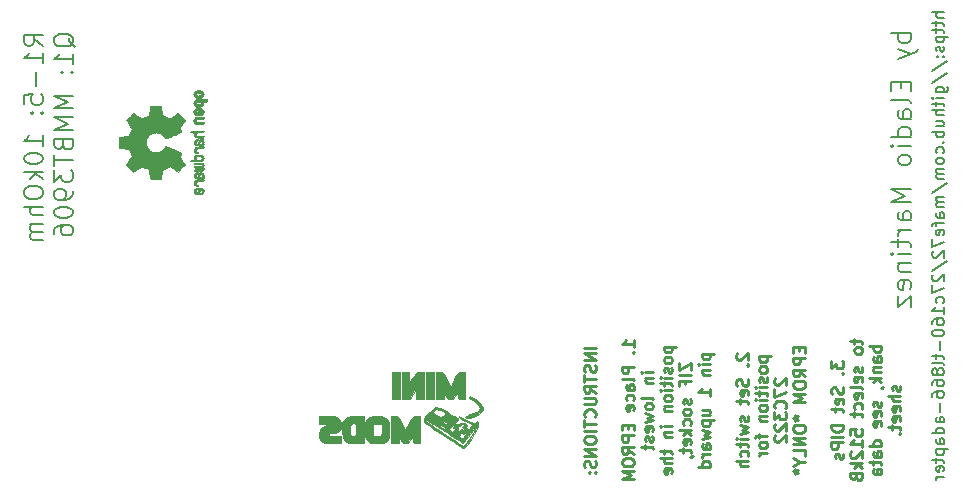
<source format=gbo>
%TF.GenerationSoftware,KiCad,Pcbnew,7.0.8*%
%TF.CreationDate,2023-11-23T12:29:14-06:00*%
%TF.ProjectId,27C160_Adapter,32374331-3630-45f4-9164-61707465722e,1.1*%
%TF.SameCoordinates,Original*%
%TF.FileFunction,Legend,Bot*%
%TF.FilePolarity,Positive*%
%FSLAX46Y46*%
G04 Gerber Fmt 4.6, Leading zero omitted, Abs format (unit mm)*
G04 Created by KiCad (PCBNEW 7.0.8) date 2023-11-23 12:29:14*
%MOMM*%
%LPD*%
G01*
G04 APERTURE LIST*
%ADD10C,0.250000*%
%ADD11C,0.134112*%
%ADD12C,0.142240*%
%ADD13C,0.010000*%
G04 APERTURE END LIST*
D10*
X158481139Y-113576063D02*
X157481139Y-113576063D01*
X158481139Y-114052253D02*
X157481139Y-114052253D01*
X157481139Y-114052253D02*
X158481139Y-114623681D01*
X158481139Y-114623681D02*
X157481139Y-114623681D01*
X158433520Y-115052253D02*
X158481139Y-115195110D01*
X158481139Y-115195110D02*
X158481139Y-115433205D01*
X158481139Y-115433205D02*
X158433520Y-115528443D01*
X158433520Y-115528443D02*
X158385900Y-115576062D01*
X158385900Y-115576062D02*
X158290662Y-115623681D01*
X158290662Y-115623681D02*
X158195424Y-115623681D01*
X158195424Y-115623681D02*
X158100186Y-115576062D01*
X158100186Y-115576062D02*
X158052567Y-115528443D01*
X158052567Y-115528443D02*
X158004948Y-115433205D01*
X158004948Y-115433205D02*
X157957329Y-115242729D01*
X157957329Y-115242729D02*
X157909710Y-115147491D01*
X157909710Y-115147491D02*
X157862091Y-115099872D01*
X157862091Y-115099872D02*
X157766853Y-115052253D01*
X157766853Y-115052253D02*
X157671615Y-115052253D01*
X157671615Y-115052253D02*
X157576377Y-115099872D01*
X157576377Y-115099872D02*
X157528758Y-115147491D01*
X157528758Y-115147491D02*
X157481139Y-115242729D01*
X157481139Y-115242729D02*
X157481139Y-115480824D01*
X157481139Y-115480824D02*
X157528758Y-115623681D01*
X157481139Y-115909396D02*
X157481139Y-116480824D01*
X158481139Y-116195110D02*
X157481139Y-116195110D01*
X158481139Y-117385586D02*
X158004948Y-117052253D01*
X158481139Y-116814158D02*
X157481139Y-116814158D01*
X157481139Y-116814158D02*
X157481139Y-117195110D01*
X157481139Y-117195110D02*
X157528758Y-117290348D01*
X157528758Y-117290348D02*
X157576377Y-117337967D01*
X157576377Y-117337967D02*
X157671615Y-117385586D01*
X157671615Y-117385586D02*
X157814472Y-117385586D01*
X157814472Y-117385586D02*
X157909710Y-117337967D01*
X157909710Y-117337967D02*
X157957329Y-117290348D01*
X157957329Y-117290348D02*
X158004948Y-117195110D01*
X158004948Y-117195110D02*
X158004948Y-116814158D01*
X157481139Y-117814158D02*
X158290662Y-117814158D01*
X158290662Y-117814158D02*
X158385900Y-117861777D01*
X158385900Y-117861777D02*
X158433520Y-117909396D01*
X158433520Y-117909396D02*
X158481139Y-118004634D01*
X158481139Y-118004634D02*
X158481139Y-118195110D01*
X158481139Y-118195110D02*
X158433520Y-118290348D01*
X158433520Y-118290348D02*
X158385900Y-118337967D01*
X158385900Y-118337967D02*
X158290662Y-118385586D01*
X158290662Y-118385586D02*
X157481139Y-118385586D01*
X158385900Y-119433205D02*
X158433520Y-119385586D01*
X158433520Y-119385586D02*
X158481139Y-119242729D01*
X158481139Y-119242729D02*
X158481139Y-119147491D01*
X158481139Y-119147491D02*
X158433520Y-119004634D01*
X158433520Y-119004634D02*
X158338281Y-118909396D01*
X158338281Y-118909396D02*
X158243043Y-118861777D01*
X158243043Y-118861777D02*
X158052567Y-118814158D01*
X158052567Y-118814158D02*
X157909710Y-118814158D01*
X157909710Y-118814158D02*
X157719234Y-118861777D01*
X157719234Y-118861777D02*
X157623996Y-118909396D01*
X157623996Y-118909396D02*
X157528758Y-119004634D01*
X157528758Y-119004634D02*
X157481139Y-119147491D01*
X157481139Y-119147491D02*
X157481139Y-119242729D01*
X157481139Y-119242729D02*
X157528758Y-119385586D01*
X157528758Y-119385586D02*
X157576377Y-119433205D01*
X157481139Y-119718920D02*
X157481139Y-120290348D01*
X158481139Y-120004634D02*
X157481139Y-120004634D01*
X158481139Y-120623682D02*
X157481139Y-120623682D01*
X157481139Y-121290348D02*
X157481139Y-121480824D01*
X157481139Y-121480824D02*
X157528758Y-121576062D01*
X157528758Y-121576062D02*
X157623996Y-121671300D01*
X157623996Y-121671300D02*
X157814472Y-121718919D01*
X157814472Y-121718919D02*
X158147805Y-121718919D01*
X158147805Y-121718919D02*
X158338281Y-121671300D01*
X158338281Y-121671300D02*
X158433520Y-121576062D01*
X158433520Y-121576062D02*
X158481139Y-121480824D01*
X158481139Y-121480824D02*
X158481139Y-121290348D01*
X158481139Y-121290348D02*
X158433520Y-121195110D01*
X158433520Y-121195110D02*
X158338281Y-121099872D01*
X158338281Y-121099872D02*
X158147805Y-121052253D01*
X158147805Y-121052253D02*
X157814472Y-121052253D01*
X157814472Y-121052253D02*
X157623996Y-121099872D01*
X157623996Y-121099872D02*
X157528758Y-121195110D01*
X157528758Y-121195110D02*
X157481139Y-121290348D01*
X158481139Y-122147491D02*
X157481139Y-122147491D01*
X157481139Y-122147491D02*
X158481139Y-122718919D01*
X158481139Y-122718919D02*
X157481139Y-122718919D01*
X158433520Y-123147491D02*
X158481139Y-123290348D01*
X158481139Y-123290348D02*
X158481139Y-123528443D01*
X158481139Y-123528443D02*
X158433520Y-123623681D01*
X158433520Y-123623681D02*
X158385900Y-123671300D01*
X158385900Y-123671300D02*
X158290662Y-123718919D01*
X158290662Y-123718919D02*
X158195424Y-123718919D01*
X158195424Y-123718919D02*
X158100186Y-123671300D01*
X158100186Y-123671300D02*
X158052567Y-123623681D01*
X158052567Y-123623681D02*
X158004948Y-123528443D01*
X158004948Y-123528443D02*
X157957329Y-123337967D01*
X157957329Y-123337967D02*
X157909710Y-123242729D01*
X157909710Y-123242729D02*
X157862091Y-123195110D01*
X157862091Y-123195110D02*
X157766853Y-123147491D01*
X157766853Y-123147491D02*
X157671615Y-123147491D01*
X157671615Y-123147491D02*
X157576377Y-123195110D01*
X157576377Y-123195110D02*
X157528758Y-123242729D01*
X157528758Y-123242729D02*
X157481139Y-123337967D01*
X157481139Y-123337967D02*
X157481139Y-123576062D01*
X157481139Y-123576062D02*
X157528758Y-123718919D01*
X158385900Y-124147491D02*
X158433520Y-124195110D01*
X158433520Y-124195110D02*
X158481139Y-124147491D01*
X158481139Y-124147491D02*
X158433520Y-124099872D01*
X158433520Y-124099872D02*
X158385900Y-124147491D01*
X158385900Y-124147491D02*
X158481139Y-124147491D01*
X157862091Y-124147491D02*
X157909710Y-124195110D01*
X157909710Y-124195110D02*
X157957329Y-124147491D01*
X157957329Y-124147491D02*
X157909710Y-124099872D01*
X157909710Y-124099872D02*
X157862091Y-124147491D01*
X157862091Y-124147491D02*
X157957329Y-124147491D01*
X161701139Y-113528443D02*
X161701139Y-112957015D01*
X161701139Y-113242729D02*
X160701139Y-113242729D01*
X160701139Y-113242729D02*
X160843996Y-113147491D01*
X160843996Y-113147491D02*
X160939234Y-113052253D01*
X160939234Y-113052253D02*
X160986853Y-112957015D01*
X161605900Y-113957015D02*
X161653520Y-114004634D01*
X161653520Y-114004634D02*
X161701139Y-113957015D01*
X161701139Y-113957015D02*
X161653520Y-113909396D01*
X161653520Y-113909396D02*
X161605900Y-113957015D01*
X161605900Y-113957015D02*
X161701139Y-113957015D01*
X161701139Y-115195110D02*
X160701139Y-115195110D01*
X160701139Y-115195110D02*
X160701139Y-115576062D01*
X160701139Y-115576062D02*
X160748758Y-115671300D01*
X160748758Y-115671300D02*
X160796377Y-115718919D01*
X160796377Y-115718919D02*
X160891615Y-115766538D01*
X160891615Y-115766538D02*
X161034472Y-115766538D01*
X161034472Y-115766538D02*
X161129710Y-115718919D01*
X161129710Y-115718919D02*
X161177329Y-115671300D01*
X161177329Y-115671300D02*
X161224948Y-115576062D01*
X161224948Y-115576062D02*
X161224948Y-115195110D01*
X161701139Y-116337967D02*
X161653520Y-116242729D01*
X161653520Y-116242729D02*
X161558281Y-116195110D01*
X161558281Y-116195110D02*
X160701139Y-116195110D01*
X161701139Y-117147491D02*
X161177329Y-117147491D01*
X161177329Y-117147491D02*
X161082091Y-117099872D01*
X161082091Y-117099872D02*
X161034472Y-117004634D01*
X161034472Y-117004634D02*
X161034472Y-116814158D01*
X161034472Y-116814158D02*
X161082091Y-116718920D01*
X161653520Y-117147491D02*
X161701139Y-117052253D01*
X161701139Y-117052253D02*
X161701139Y-116814158D01*
X161701139Y-116814158D02*
X161653520Y-116718920D01*
X161653520Y-116718920D02*
X161558281Y-116671301D01*
X161558281Y-116671301D02*
X161463043Y-116671301D01*
X161463043Y-116671301D02*
X161367805Y-116718920D01*
X161367805Y-116718920D02*
X161320186Y-116814158D01*
X161320186Y-116814158D02*
X161320186Y-117052253D01*
X161320186Y-117052253D02*
X161272567Y-117147491D01*
X161653520Y-118052253D02*
X161701139Y-117957015D01*
X161701139Y-117957015D02*
X161701139Y-117766539D01*
X161701139Y-117766539D02*
X161653520Y-117671301D01*
X161653520Y-117671301D02*
X161605900Y-117623682D01*
X161605900Y-117623682D02*
X161510662Y-117576063D01*
X161510662Y-117576063D02*
X161224948Y-117576063D01*
X161224948Y-117576063D02*
X161129710Y-117623682D01*
X161129710Y-117623682D02*
X161082091Y-117671301D01*
X161082091Y-117671301D02*
X161034472Y-117766539D01*
X161034472Y-117766539D02*
X161034472Y-117957015D01*
X161034472Y-117957015D02*
X161082091Y-118052253D01*
X161653520Y-118861777D02*
X161701139Y-118766539D01*
X161701139Y-118766539D02*
X161701139Y-118576063D01*
X161701139Y-118576063D02*
X161653520Y-118480825D01*
X161653520Y-118480825D02*
X161558281Y-118433206D01*
X161558281Y-118433206D02*
X161177329Y-118433206D01*
X161177329Y-118433206D02*
X161082091Y-118480825D01*
X161082091Y-118480825D02*
X161034472Y-118576063D01*
X161034472Y-118576063D02*
X161034472Y-118766539D01*
X161034472Y-118766539D02*
X161082091Y-118861777D01*
X161082091Y-118861777D02*
X161177329Y-118909396D01*
X161177329Y-118909396D02*
X161272567Y-118909396D01*
X161272567Y-118909396D02*
X161367805Y-118433206D01*
X161177329Y-120099873D02*
X161177329Y-120433206D01*
X161701139Y-120576063D02*
X161701139Y-120099873D01*
X161701139Y-120099873D02*
X160701139Y-120099873D01*
X160701139Y-120099873D02*
X160701139Y-120576063D01*
X161701139Y-121004635D02*
X160701139Y-121004635D01*
X160701139Y-121004635D02*
X160701139Y-121385587D01*
X160701139Y-121385587D02*
X160748758Y-121480825D01*
X160748758Y-121480825D02*
X160796377Y-121528444D01*
X160796377Y-121528444D02*
X160891615Y-121576063D01*
X160891615Y-121576063D02*
X161034472Y-121576063D01*
X161034472Y-121576063D02*
X161129710Y-121528444D01*
X161129710Y-121528444D02*
X161177329Y-121480825D01*
X161177329Y-121480825D02*
X161224948Y-121385587D01*
X161224948Y-121385587D02*
X161224948Y-121004635D01*
X161701139Y-122576063D02*
X161224948Y-122242730D01*
X161701139Y-122004635D02*
X160701139Y-122004635D01*
X160701139Y-122004635D02*
X160701139Y-122385587D01*
X160701139Y-122385587D02*
X160748758Y-122480825D01*
X160748758Y-122480825D02*
X160796377Y-122528444D01*
X160796377Y-122528444D02*
X160891615Y-122576063D01*
X160891615Y-122576063D02*
X161034472Y-122576063D01*
X161034472Y-122576063D02*
X161129710Y-122528444D01*
X161129710Y-122528444D02*
X161177329Y-122480825D01*
X161177329Y-122480825D02*
X161224948Y-122385587D01*
X161224948Y-122385587D02*
X161224948Y-122004635D01*
X160701139Y-123195111D02*
X160701139Y-123385587D01*
X160701139Y-123385587D02*
X160748758Y-123480825D01*
X160748758Y-123480825D02*
X160843996Y-123576063D01*
X160843996Y-123576063D02*
X161034472Y-123623682D01*
X161034472Y-123623682D02*
X161367805Y-123623682D01*
X161367805Y-123623682D02*
X161558281Y-123576063D01*
X161558281Y-123576063D02*
X161653520Y-123480825D01*
X161653520Y-123480825D02*
X161701139Y-123385587D01*
X161701139Y-123385587D02*
X161701139Y-123195111D01*
X161701139Y-123195111D02*
X161653520Y-123099873D01*
X161653520Y-123099873D02*
X161558281Y-123004635D01*
X161558281Y-123004635D02*
X161367805Y-122957016D01*
X161367805Y-122957016D02*
X161034472Y-122957016D01*
X161034472Y-122957016D02*
X160843996Y-123004635D01*
X160843996Y-123004635D02*
X160748758Y-123099873D01*
X160748758Y-123099873D02*
X160701139Y-123195111D01*
X161701139Y-124052254D02*
X160701139Y-124052254D01*
X160701139Y-124052254D02*
X161415424Y-124385587D01*
X161415424Y-124385587D02*
X160701139Y-124718920D01*
X160701139Y-124718920D02*
X161701139Y-124718920D01*
X163311139Y-115671300D02*
X162644472Y-115671300D01*
X162311139Y-115671300D02*
X162358758Y-115623681D01*
X162358758Y-115623681D02*
X162406377Y-115671300D01*
X162406377Y-115671300D02*
X162358758Y-115718919D01*
X162358758Y-115718919D02*
X162311139Y-115671300D01*
X162311139Y-115671300D02*
X162406377Y-115671300D01*
X162644472Y-116147490D02*
X163311139Y-116147490D01*
X162739710Y-116147490D02*
X162692091Y-116195109D01*
X162692091Y-116195109D02*
X162644472Y-116290347D01*
X162644472Y-116290347D02*
X162644472Y-116433204D01*
X162644472Y-116433204D02*
X162692091Y-116528442D01*
X162692091Y-116528442D02*
X162787329Y-116576061D01*
X162787329Y-116576061D02*
X163311139Y-116576061D01*
X163311139Y-117957014D02*
X163263520Y-117861776D01*
X163263520Y-117861776D02*
X163168281Y-117814157D01*
X163168281Y-117814157D02*
X162311139Y-117814157D01*
X163311139Y-118480824D02*
X163263520Y-118385586D01*
X163263520Y-118385586D02*
X163215900Y-118337967D01*
X163215900Y-118337967D02*
X163120662Y-118290348D01*
X163120662Y-118290348D02*
X162834948Y-118290348D01*
X162834948Y-118290348D02*
X162739710Y-118337967D01*
X162739710Y-118337967D02*
X162692091Y-118385586D01*
X162692091Y-118385586D02*
X162644472Y-118480824D01*
X162644472Y-118480824D02*
X162644472Y-118623681D01*
X162644472Y-118623681D02*
X162692091Y-118718919D01*
X162692091Y-118718919D02*
X162739710Y-118766538D01*
X162739710Y-118766538D02*
X162834948Y-118814157D01*
X162834948Y-118814157D02*
X163120662Y-118814157D01*
X163120662Y-118814157D02*
X163215900Y-118766538D01*
X163215900Y-118766538D02*
X163263520Y-118718919D01*
X163263520Y-118718919D02*
X163311139Y-118623681D01*
X163311139Y-118623681D02*
X163311139Y-118480824D01*
X162644472Y-119147491D02*
X163311139Y-119337967D01*
X163311139Y-119337967D02*
X162834948Y-119528443D01*
X162834948Y-119528443D02*
X163311139Y-119718919D01*
X163311139Y-119718919D02*
X162644472Y-119909395D01*
X163263520Y-120671300D02*
X163311139Y-120576062D01*
X163311139Y-120576062D02*
X163311139Y-120385586D01*
X163311139Y-120385586D02*
X163263520Y-120290348D01*
X163263520Y-120290348D02*
X163168281Y-120242729D01*
X163168281Y-120242729D02*
X162787329Y-120242729D01*
X162787329Y-120242729D02*
X162692091Y-120290348D01*
X162692091Y-120290348D02*
X162644472Y-120385586D01*
X162644472Y-120385586D02*
X162644472Y-120576062D01*
X162644472Y-120576062D02*
X162692091Y-120671300D01*
X162692091Y-120671300D02*
X162787329Y-120718919D01*
X162787329Y-120718919D02*
X162882567Y-120718919D01*
X162882567Y-120718919D02*
X162977805Y-120242729D01*
X163263520Y-121099872D02*
X163311139Y-121195110D01*
X163311139Y-121195110D02*
X163311139Y-121385586D01*
X163311139Y-121385586D02*
X163263520Y-121480824D01*
X163263520Y-121480824D02*
X163168281Y-121528443D01*
X163168281Y-121528443D02*
X163120662Y-121528443D01*
X163120662Y-121528443D02*
X163025424Y-121480824D01*
X163025424Y-121480824D02*
X162977805Y-121385586D01*
X162977805Y-121385586D02*
X162977805Y-121242729D01*
X162977805Y-121242729D02*
X162930186Y-121147491D01*
X162930186Y-121147491D02*
X162834948Y-121099872D01*
X162834948Y-121099872D02*
X162787329Y-121099872D01*
X162787329Y-121099872D02*
X162692091Y-121147491D01*
X162692091Y-121147491D02*
X162644472Y-121242729D01*
X162644472Y-121242729D02*
X162644472Y-121385586D01*
X162644472Y-121385586D02*
X162692091Y-121480824D01*
X162644472Y-121814158D02*
X162644472Y-122195110D01*
X162311139Y-121957015D02*
X163168281Y-121957015D01*
X163168281Y-121957015D02*
X163263520Y-122004634D01*
X163263520Y-122004634D02*
X163311139Y-122099872D01*
X163311139Y-122099872D02*
X163311139Y-122195110D01*
X164254472Y-113504634D02*
X165254472Y-113504634D01*
X164302091Y-113504634D02*
X164254472Y-113599872D01*
X164254472Y-113599872D02*
X164254472Y-113790348D01*
X164254472Y-113790348D02*
X164302091Y-113885586D01*
X164302091Y-113885586D02*
X164349710Y-113933205D01*
X164349710Y-113933205D02*
X164444948Y-113980824D01*
X164444948Y-113980824D02*
X164730662Y-113980824D01*
X164730662Y-113980824D02*
X164825900Y-113933205D01*
X164825900Y-113933205D02*
X164873520Y-113885586D01*
X164873520Y-113885586D02*
X164921139Y-113790348D01*
X164921139Y-113790348D02*
X164921139Y-113599872D01*
X164921139Y-113599872D02*
X164873520Y-113504634D01*
X164921139Y-114552253D02*
X164873520Y-114457015D01*
X164873520Y-114457015D02*
X164825900Y-114409396D01*
X164825900Y-114409396D02*
X164730662Y-114361777D01*
X164730662Y-114361777D02*
X164444948Y-114361777D01*
X164444948Y-114361777D02*
X164349710Y-114409396D01*
X164349710Y-114409396D02*
X164302091Y-114457015D01*
X164302091Y-114457015D02*
X164254472Y-114552253D01*
X164254472Y-114552253D02*
X164254472Y-114695110D01*
X164254472Y-114695110D02*
X164302091Y-114790348D01*
X164302091Y-114790348D02*
X164349710Y-114837967D01*
X164349710Y-114837967D02*
X164444948Y-114885586D01*
X164444948Y-114885586D02*
X164730662Y-114885586D01*
X164730662Y-114885586D02*
X164825900Y-114837967D01*
X164825900Y-114837967D02*
X164873520Y-114790348D01*
X164873520Y-114790348D02*
X164921139Y-114695110D01*
X164921139Y-114695110D02*
X164921139Y-114552253D01*
X164873520Y-115266539D02*
X164921139Y-115361777D01*
X164921139Y-115361777D02*
X164921139Y-115552253D01*
X164921139Y-115552253D02*
X164873520Y-115647491D01*
X164873520Y-115647491D02*
X164778281Y-115695110D01*
X164778281Y-115695110D02*
X164730662Y-115695110D01*
X164730662Y-115695110D02*
X164635424Y-115647491D01*
X164635424Y-115647491D02*
X164587805Y-115552253D01*
X164587805Y-115552253D02*
X164587805Y-115409396D01*
X164587805Y-115409396D02*
X164540186Y-115314158D01*
X164540186Y-115314158D02*
X164444948Y-115266539D01*
X164444948Y-115266539D02*
X164397329Y-115266539D01*
X164397329Y-115266539D02*
X164302091Y-115314158D01*
X164302091Y-115314158D02*
X164254472Y-115409396D01*
X164254472Y-115409396D02*
X164254472Y-115552253D01*
X164254472Y-115552253D02*
X164302091Y-115647491D01*
X164921139Y-116123682D02*
X164254472Y-116123682D01*
X163921139Y-116123682D02*
X163968758Y-116076063D01*
X163968758Y-116076063D02*
X164016377Y-116123682D01*
X164016377Y-116123682D02*
X163968758Y-116171301D01*
X163968758Y-116171301D02*
X163921139Y-116123682D01*
X163921139Y-116123682D02*
X164016377Y-116123682D01*
X164254472Y-116457015D02*
X164254472Y-116837967D01*
X163921139Y-116599872D02*
X164778281Y-116599872D01*
X164778281Y-116599872D02*
X164873520Y-116647491D01*
X164873520Y-116647491D02*
X164921139Y-116742729D01*
X164921139Y-116742729D02*
X164921139Y-116837967D01*
X164921139Y-117171301D02*
X164254472Y-117171301D01*
X163921139Y-117171301D02*
X163968758Y-117123682D01*
X163968758Y-117123682D02*
X164016377Y-117171301D01*
X164016377Y-117171301D02*
X163968758Y-117218920D01*
X163968758Y-117218920D02*
X163921139Y-117171301D01*
X163921139Y-117171301D02*
X164016377Y-117171301D01*
X164921139Y-117790348D02*
X164873520Y-117695110D01*
X164873520Y-117695110D02*
X164825900Y-117647491D01*
X164825900Y-117647491D02*
X164730662Y-117599872D01*
X164730662Y-117599872D02*
X164444948Y-117599872D01*
X164444948Y-117599872D02*
X164349710Y-117647491D01*
X164349710Y-117647491D02*
X164302091Y-117695110D01*
X164302091Y-117695110D02*
X164254472Y-117790348D01*
X164254472Y-117790348D02*
X164254472Y-117933205D01*
X164254472Y-117933205D02*
X164302091Y-118028443D01*
X164302091Y-118028443D02*
X164349710Y-118076062D01*
X164349710Y-118076062D02*
X164444948Y-118123681D01*
X164444948Y-118123681D02*
X164730662Y-118123681D01*
X164730662Y-118123681D02*
X164825900Y-118076062D01*
X164825900Y-118076062D02*
X164873520Y-118028443D01*
X164873520Y-118028443D02*
X164921139Y-117933205D01*
X164921139Y-117933205D02*
X164921139Y-117790348D01*
X164254472Y-118552253D02*
X164921139Y-118552253D01*
X164349710Y-118552253D02*
X164302091Y-118599872D01*
X164302091Y-118599872D02*
X164254472Y-118695110D01*
X164254472Y-118695110D02*
X164254472Y-118837967D01*
X164254472Y-118837967D02*
X164302091Y-118933205D01*
X164302091Y-118933205D02*
X164397329Y-118980824D01*
X164397329Y-118980824D02*
X164921139Y-118980824D01*
X164921139Y-120218920D02*
X164254472Y-120218920D01*
X163921139Y-120218920D02*
X163968758Y-120171301D01*
X163968758Y-120171301D02*
X164016377Y-120218920D01*
X164016377Y-120218920D02*
X163968758Y-120266539D01*
X163968758Y-120266539D02*
X163921139Y-120218920D01*
X163921139Y-120218920D02*
X164016377Y-120218920D01*
X164254472Y-120695110D02*
X164921139Y-120695110D01*
X164349710Y-120695110D02*
X164302091Y-120742729D01*
X164302091Y-120742729D02*
X164254472Y-120837967D01*
X164254472Y-120837967D02*
X164254472Y-120980824D01*
X164254472Y-120980824D02*
X164302091Y-121076062D01*
X164302091Y-121076062D02*
X164397329Y-121123681D01*
X164397329Y-121123681D02*
X164921139Y-121123681D01*
X164254472Y-122218920D02*
X164254472Y-122599872D01*
X163921139Y-122361777D02*
X164778281Y-122361777D01*
X164778281Y-122361777D02*
X164873520Y-122409396D01*
X164873520Y-122409396D02*
X164921139Y-122504634D01*
X164921139Y-122504634D02*
X164921139Y-122599872D01*
X164921139Y-122933206D02*
X163921139Y-122933206D01*
X164921139Y-123361777D02*
X164397329Y-123361777D01*
X164397329Y-123361777D02*
X164302091Y-123314158D01*
X164302091Y-123314158D02*
X164254472Y-123218920D01*
X164254472Y-123218920D02*
X164254472Y-123076063D01*
X164254472Y-123076063D02*
X164302091Y-122980825D01*
X164302091Y-122980825D02*
X164349710Y-122933206D01*
X164873520Y-124218920D02*
X164921139Y-124123682D01*
X164921139Y-124123682D02*
X164921139Y-123933206D01*
X164921139Y-123933206D02*
X164873520Y-123837968D01*
X164873520Y-123837968D02*
X164778281Y-123790349D01*
X164778281Y-123790349D02*
X164397329Y-123790349D01*
X164397329Y-123790349D02*
X164302091Y-123837968D01*
X164302091Y-123837968D02*
X164254472Y-123933206D01*
X164254472Y-123933206D02*
X164254472Y-124123682D01*
X164254472Y-124123682D02*
X164302091Y-124218920D01*
X164302091Y-124218920D02*
X164397329Y-124266539D01*
X164397329Y-124266539D02*
X164492567Y-124266539D01*
X164492567Y-124266539D02*
X164587805Y-123790349D01*
X165531139Y-114837967D02*
X165531139Y-115504633D01*
X165531139Y-115504633D02*
X166531139Y-114837967D01*
X166531139Y-114837967D02*
X166531139Y-115504633D01*
X166531139Y-115885586D02*
X165531139Y-115885586D01*
X166007329Y-116695109D02*
X166007329Y-116361776D01*
X166531139Y-116361776D02*
X165531139Y-116361776D01*
X165531139Y-116361776D02*
X165531139Y-116837966D01*
X166483520Y-117933205D02*
X166531139Y-118028443D01*
X166531139Y-118028443D02*
X166531139Y-118218919D01*
X166531139Y-118218919D02*
X166483520Y-118314157D01*
X166483520Y-118314157D02*
X166388281Y-118361776D01*
X166388281Y-118361776D02*
X166340662Y-118361776D01*
X166340662Y-118361776D02*
X166245424Y-118314157D01*
X166245424Y-118314157D02*
X166197805Y-118218919D01*
X166197805Y-118218919D02*
X166197805Y-118076062D01*
X166197805Y-118076062D02*
X166150186Y-117980824D01*
X166150186Y-117980824D02*
X166054948Y-117933205D01*
X166054948Y-117933205D02*
X166007329Y-117933205D01*
X166007329Y-117933205D02*
X165912091Y-117980824D01*
X165912091Y-117980824D02*
X165864472Y-118076062D01*
X165864472Y-118076062D02*
X165864472Y-118218919D01*
X165864472Y-118218919D02*
X165912091Y-118314157D01*
X166531139Y-118933205D02*
X166483520Y-118837967D01*
X166483520Y-118837967D02*
X166435900Y-118790348D01*
X166435900Y-118790348D02*
X166340662Y-118742729D01*
X166340662Y-118742729D02*
X166054948Y-118742729D01*
X166054948Y-118742729D02*
X165959710Y-118790348D01*
X165959710Y-118790348D02*
X165912091Y-118837967D01*
X165912091Y-118837967D02*
X165864472Y-118933205D01*
X165864472Y-118933205D02*
X165864472Y-119076062D01*
X165864472Y-119076062D02*
X165912091Y-119171300D01*
X165912091Y-119171300D02*
X165959710Y-119218919D01*
X165959710Y-119218919D02*
X166054948Y-119266538D01*
X166054948Y-119266538D02*
X166340662Y-119266538D01*
X166340662Y-119266538D02*
X166435900Y-119218919D01*
X166435900Y-119218919D02*
X166483520Y-119171300D01*
X166483520Y-119171300D02*
X166531139Y-119076062D01*
X166531139Y-119076062D02*
X166531139Y-118933205D01*
X166483520Y-120123681D02*
X166531139Y-120028443D01*
X166531139Y-120028443D02*
X166531139Y-119837967D01*
X166531139Y-119837967D02*
X166483520Y-119742729D01*
X166483520Y-119742729D02*
X166435900Y-119695110D01*
X166435900Y-119695110D02*
X166340662Y-119647491D01*
X166340662Y-119647491D02*
X166054948Y-119647491D01*
X166054948Y-119647491D02*
X165959710Y-119695110D01*
X165959710Y-119695110D02*
X165912091Y-119742729D01*
X165912091Y-119742729D02*
X165864472Y-119837967D01*
X165864472Y-119837967D02*
X165864472Y-120028443D01*
X165864472Y-120028443D02*
X165912091Y-120123681D01*
X166531139Y-120552253D02*
X165531139Y-120552253D01*
X166150186Y-120647491D02*
X166531139Y-120933205D01*
X165864472Y-120933205D02*
X166245424Y-120552253D01*
X166483520Y-121742729D02*
X166531139Y-121647491D01*
X166531139Y-121647491D02*
X166531139Y-121457015D01*
X166531139Y-121457015D02*
X166483520Y-121361777D01*
X166483520Y-121361777D02*
X166388281Y-121314158D01*
X166388281Y-121314158D02*
X166007329Y-121314158D01*
X166007329Y-121314158D02*
X165912091Y-121361777D01*
X165912091Y-121361777D02*
X165864472Y-121457015D01*
X165864472Y-121457015D02*
X165864472Y-121647491D01*
X165864472Y-121647491D02*
X165912091Y-121742729D01*
X165912091Y-121742729D02*
X166007329Y-121790348D01*
X166007329Y-121790348D02*
X166102567Y-121790348D01*
X166102567Y-121790348D02*
X166197805Y-121314158D01*
X165864472Y-122076063D02*
X165864472Y-122457015D01*
X165531139Y-122218920D02*
X166388281Y-122218920D01*
X166388281Y-122218920D02*
X166483520Y-122266539D01*
X166483520Y-122266539D02*
X166531139Y-122361777D01*
X166531139Y-122361777D02*
X166531139Y-122457015D01*
X166483520Y-122837968D02*
X166531139Y-122837968D01*
X166531139Y-122837968D02*
X166626377Y-122790349D01*
X166626377Y-122790349D02*
X166673996Y-122742730D01*
X167474472Y-114076062D02*
X168474472Y-114076062D01*
X167522091Y-114076062D02*
X167474472Y-114171300D01*
X167474472Y-114171300D02*
X167474472Y-114361776D01*
X167474472Y-114361776D02*
X167522091Y-114457014D01*
X167522091Y-114457014D02*
X167569710Y-114504633D01*
X167569710Y-114504633D02*
X167664948Y-114552252D01*
X167664948Y-114552252D02*
X167950662Y-114552252D01*
X167950662Y-114552252D02*
X168045900Y-114504633D01*
X168045900Y-114504633D02*
X168093520Y-114457014D01*
X168093520Y-114457014D02*
X168141139Y-114361776D01*
X168141139Y-114361776D02*
X168141139Y-114171300D01*
X168141139Y-114171300D02*
X168093520Y-114076062D01*
X168141139Y-114980824D02*
X167474472Y-114980824D01*
X167141139Y-114980824D02*
X167188758Y-114933205D01*
X167188758Y-114933205D02*
X167236377Y-114980824D01*
X167236377Y-114980824D02*
X167188758Y-115028443D01*
X167188758Y-115028443D02*
X167141139Y-114980824D01*
X167141139Y-114980824D02*
X167236377Y-114980824D01*
X167474472Y-115457014D02*
X168141139Y-115457014D01*
X167569710Y-115457014D02*
X167522091Y-115504633D01*
X167522091Y-115504633D02*
X167474472Y-115599871D01*
X167474472Y-115599871D02*
X167474472Y-115742728D01*
X167474472Y-115742728D02*
X167522091Y-115837966D01*
X167522091Y-115837966D02*
X167617329Y-115885585D01*
X167617329Y-115885585D02*
X168141139Y-115885585D01*
X168141139Y-117647490D02*
X168141139Y-117076062D01*
X168141139Y-117361776D02*
X167141139Y-117361776D01*
X167141139Y-117361776D02*
X167283996Y-117266538D01*
X167283996Y-117266538D02*
X167379234Y-117171300D01*
X167379234Y-117171300D02*
X167426853Y-117076062D01*
X167474472Y-119266538D02*
X168141139Y-119266538D01*
X167474472Y-118837967D02*
X167998281Y-118837967D01*
X167998281Y-118837967D02*
X168093520Y-118885586D01*
X168093520Y-118885586D02*
X168141139Y-118980824D01*
X168141139Y-118980824D02*
X168141139Y-119123681D01*
X168141139Y-119123681D02*
X168093520Y-119218919D01*
X168093520Y-119218919D02*
X168045900Y-119266538D01*
X167474472Y-119742729D02*
X168474472Y-119742729D01*
X167522091Y-119742729D02*
X167474472Y-119837967D01*
X167474472Y-119837967D02*
X167474472Y-120028443D01*
X167474472Y-120028443D02*
X167522091Y-120123681D01*
X167522091Y-120123681D02*
X167569710Y-120171300D01*
X167569710Y-120171300D02*
X167664948Y-120218919D01*
X167664948Y-120218919D02*
X167950662Y-120218919D01*
X167950662Y-120218919D02*
X168045900Y-120171300D01*
X168045900Y-120171300D02*
X168093520Y-120123681D01*
X168093520Y-120123681D02*
X168141139Y-120028443D01*
X168141139Y-120028443D02*
X168141139Y-119837967D01*
X168141139Y-119837967D02*
X168093520Y-119742729D01*
X167474472Y-120552253D02*
X168141139Y-120742729D01*
X168141139Y-120742729D02*
X167664948Y-120933205D01*
X167664948Y-120933205D02*
X168141139Y-121123681D01*
X168141139Y-121123681D02*
X167474472Y-121314157D01*
X168141139Y-122123681D02*
X167617329Y-122123681D01*
X167617329Y-122123681D02*
X167522091Y-122076062D01*
X167522091Y-122076062D02*
X167474472Y-121980824D01*
X167474472Y-121980824D02*
X167474472Y-121790348D01*
X167474472Y-121790348D02*
X167522091Y-121695110D01*
X168093520Y-122123681D02*
X168141139Y-122028443D01*
X168141139Y-122028443D02*
X168141139Y-121790348D01*
X168141139Y-121790348D02*
X168093520Y-121695110D01*
X168093520Y-121695110D02*
X167998281Y-121647491D01*
X167998281Y-121647491D02*
X167903043Y-121647491D01*
X167903043Y-121647491D02*
X167807805Y-121695110D01*
X167807805Y-121695110D02*
X167760186Y-121790348D01*
X167760186Y-121790348D02*
X167760186Y-122028443D01*
X167760186Y-122028443D02*
X167712567Y-122123681D01*
X168141139Y-122599872D02*
X167474472Y-122599872D01*
X167664948Y-122599872D02*
X167569710Y-122647491D01*
X167569710Y-122647491D02*
X167522091Y-122695110D01*
X167522091Y-122695110D02*
X167474472Y-122790348D01*
X167474472Y-122790348D02*
X167474472Y-122885586D01*
X168141139Y-123647491D02*
X167141139Y-123647491D01*
X168093520Y-123647491D02*
X168141139Y-123552253D01*
X168141139Y-123552253D02*
X168141139Y-123361777D01*
X168141139Y-123361777D02*
X168093520Y-123266539D01*
X168093520Y-123266539D02*
X168045900Y-123218920D01*
X168045900Y-123218920D02*
X167950662Y-123171301D01*
X167950662Y-123171301D02*
X167664948Y-123171301D01*
X167664948Y-123171301D02*
X167569710Y-123218920D01*
X167569710Y-123218920D02*
X167522091Y-123266539D01*
X167522091Y-123266539D02*
X167474472Y-123361777D01*
X167474472Y-123361777D02*
X167474472Y-123552253D01*
X167474472Y-123552253D02*
X167522091Y-123647491D01*
X170456377Y-114052253D02*
X170408758Y-114099872D01*
X170408758Y-114099872D02*
X170361139Y-114195110D01*
X170361139Y-114195110D02*
X170361139Y-114433205D01*
X170361139Y-114433205D02*
X170408758Y-114528443D01*
X170408758Y-114528443D02*
X170456377Y-114576062D01*
X170456377Y-114576062D02*
X170551615Y-114623681D01*
X170551615Y-114623681D02*
X170646853Y-114623681D01*
X170646853Y-114623681D02*
X170789710Y-114576062D01*
X170789710Y-114576062D02*
X171361139Y-114004634D01*
X171361139Y-114004634D02*
X171361139Y-114623681D01*
X171265900Y-115052253D02*
X171313520Y-115099872D01*
X171313520Y-115099872D02*
X171361139Y-115052253D01*
X171361139Y-115052253D02*
X171313520Y-115004634D01*
X171313520Y-115004634D02*
X171265900Y-115052253D01*
X171265900Y-115052253D02*
X171361139Y-115052253D01*
X171313520Y-116242729D02*
X171361139Y-116385586D01*
X171361139Y-116385586D02*
X171361139Y-116623681D01*
X171361139Y-116623681D02*
X171313520Y-116718919D01*
X171313520Y-116718919D02*
X171265900Y-116766538D01*
X171265900Y-116766538D02*
X171170662Y-116814157D01*
X171170662Y-116814157D02*
X171075424Y-116814157D01*
X171075424Y-116814157D02*
X170980186Y-116766538D01*
X170980186Y-116766538D02*
X170932567Y-116718919D01*
X170932567Y-116718919D02*
X170884948Y-116623681D01*
X170884948Y-116623681D02*
X170837329Y-116433205D01*
X170837329Y-116433205D02*
X170789710Y-116337967D01*
X170789710Y-116337967D02*
X170742091Y-116290348D01*
X170742091Y-116290348D02*
X170646853Y-116242729D01*
X170646853Y-116242729D02*
X170551615Y-116242729D01*
X170551615Y-116242729D02*
X170456377Y-116290348D01*
X170456377Y-116290348D02*
X170408758Y-116337967D01*
X170408758Y-116337967D02*
X170361139Y-116433205D01*
X170361139Y-116433205D02*
X170361139Y-116671300D01*
X170361139Y-116671300D02*
X170408758Y-116814157D01*
X171313520Y-117623681D02*
X171361139Y-117528443D01*
X171361139Y-117528443D02*
X171361139Y-117337967D01*
X171361139Y-117337967D02*
X171313520Y-117242729D01*
X171313520Y-117242729D02*
X171218281Y-117195110D01*
X171218281Y-117195110D02*
X170837329Y-117195110D01*
X170837329Y-117195110D02*
X170742091Y-117242729D01*
X170742091Y-117242729D02*
X170694472Y-117337967D01*
X170694472Y-117337967D02*
X170694472Y-117528443D01*
X170694472Y-117528443D02*
X170742091Y-117623681D01*
X170742091Y-117623681D02*
X170837329Y-117671300D01*
X170837329Y-117671300D02*
X170932567Y-117671300D01*
X170932567Y-117671300D02*
X171027805Y-117195110D01*
X170694472Y-117957015D02*
X170694472Y-118337967D01*
X170361139Y-118099872D02*
X171218281Y-118099872D01*
X171218281Y-118099872D02*
X171313520Y-118147491D01*
X171313520Y-118147491D02*
X171361139Y-118242729D01*
X171361139Y-118242729D02*
X171361139Y-118337967D01*
X171313520Y-119385587D02*
X171361139Y-119480825D01*
X171361139Y-119480825D02*
X171361139Y-119671301D01*
X171361139Y-119671301D02*
X171313520Y-119766539D01*
X171313520Y-119766539D02*
X171218281Y-119814158D01*
X171218281Y-119814158D02*
X171170662Y-119814158D01*
X171170662Y-119814158D02*
X171075424Y-119766539D01*
X171075424Y-119766539D02*
X171027805Y-119671301D01*
X171027805Y-119671301D02*
X171027805Y-119528444D01*
X171027805Y-119528444D02*
X170980186Y-119433206D01*
X170980186Y-119433206D02*
X170884948Y-119385587D01*
X170884948Y-119385587D02*
X170837329Y-119385587D01*
X170837329Y-119385587D02*
X170742091Y-119433206D01*
X170742091Y-119433206D02*
X170694472Y-119528444D01*
X170694472Y-119528444D02*
X170694472Y-119671301D01*
X170694472Y-119671301D02*
X170742091Y-119766539D01*
X170694472Y-120147492D02*
X171361139Y-120337968D01*
X171361139Y-120337968D02*
X170884948Y-120528444D01*
X170884948Y-120528444D02*
X171361139Y-120718920D01*
X171361139Y-120718920D02*
X170694472Y-120909396D01*
X171361139Y-121290349D02*
X170694472Y-121290349D01*
X170361139Y-121290349D02*
X170408758Y-121242730D01*
X170408758Y-121242730D02*
X170456377Y-121290349D01*
X170456377Y-121290349D02*
X170408758Y-121337968D01*
X170408758Y-121337968D02*
X170361139Y-121290349D01*
X170361139Y-121290349D02*
X170456377Y-121290349D01*
X170694472Y-121623682D02*
X170694472Y-122004634D01*
X170361139Y-121766539D02*
X171218281Y-121766539D01*
X171218281Y-121766539D02*
X171313520Y-121814158D01*
X171313520Y-121814158D02*
X171361139Y-121909396D01*
X171361139Y-121909396D02*
X171361139Y-122004634D01*
X171313520Y-122766539D02*
X171361139Y-122671301D01*
X171361139Y-122671301D02*
X171361139Y-122480825D01*
X171361139Y-122480825D02*
X171313520Y-122385587D01*
X171313520Y-122385587D02*
X171265900Y-122337968D01*
X171265900Y-122337968D02*
X171170662Y-122290349D01*
X171170662Y-122290349D02*
X170884948Y-122290349D01*
X170884948Y-122290349D02*
X170789710Y-122337968D01*
X170789710Y-122337968D02*
X170742091Y-122385587D01*
X170742091Y-122385587D02*
X170694472Y-122480825D01*
X170694472Y-122480825D02*
X170694472Y-122671301D01*
X170694472Y-122671301D02*
X170742091Y-122766539D01*
X171361139Y-123195111D02*
X170361139Y-123195111D01*
X171361139Y-123623682D02*
X170837329Y-123623682D01*
X170837329Y-123623682D02*
X170742091Y-123576063D01*
X170742091Y-123576063D02*
X170694472Y-123480825D01*
X170694472Y-123480825D02*
X170694472Y-123337968D01*
X170694472Y-123337968D02*
X170742091Y-123242730D01*
X170742091Y-123242730D02*
X170789710Y-123195111D01*
X172304472Y-114314157D02*
X173304472Y-114314157D01*
X172352091Y-114314157D02*
X172304472Y-114409395D01*
X172304472Y-114409395D02*
X172304472Y-114599871D01*
X172304472Y-114599871D02*
X172352091Y-114695109D01*
X172352091Y-114695109D02*
X172399710Y-114742728D01*
X172399710Y-114742728D02*
X172494948Y-114790347D01*
X172494948Y-114790347D02*
X172780662Y-114790347D01*
X172780662Y-114790347D02*
X172875900Y-114742728D01*
X172875900Y-114742728D02*
X172923520Y-114695109D01*
X172923520Y-114695109D02*
X172971139Y-114599871D01*
X172971139Y-114599871D02*
X172971139Y-114409395D01*
X172971139Y-114409395D02*
X172923520Y-114314157D01*
X172971139Y-115361776D02*
X172923520Y-115266538D01*
X172923520Y-115266538D02*
X172875900Y-115218919D01*
X172875900Y-115218919D02*
X172780662Y-115171300D01*
X172780662Y-115171300D02*
X172494948Y-115171300D01*
X172494948Y-115171300D02*
X172399710Y-115218919D01*
X172399710Y-115218919D02*
X172352091Y-115266538D01*
X172352091Y-115266538D02*
X172304472Y-115361776D01*
X172304472Y-115361776D02*
X172304472Y-115504633D01*
X172304472Y-115504633D02*
X172352091Y-115599871D01*
X172352091Y-115599871D02*
X172399710Y-115647490D01*
X172399710Y-115647490D02*
X172494948Y-115695109D01*
X172494948Y-115695109D02*
X172780662Y-115695109D01*
X172780662Y-115695109D02*
X172875900Y-115647490D01*
X172875900Y-115647490D02*
X172923520Y-115599871D01*
X172923520Y-115599871D02*
X172971139Y-115504633D01*
X172971139Y-115504633D02*
X172971139Y-115361776D01*
X172923520Y-116076062D02*
X172971139Y-116171300D01*
X172971139Y-116171300D02*
X172971139Y-116361776D01*
X172971139Y-116361776D02*
X172923520Y-116457014D01*
X172923520Y-116457014D02*
X172828281Y-116504633D01*
X172828281Y-116504633D02*
X172780662Y-116504633D01*
X172780662Y-116504633D02*
X172685424Y-116457014D01*
X172685424Y-116457014D02*
X172637805Y-116361776D01*
X172637805Y-116361776D02*
X172637805Y-116218919D01*
X172637805Y-116218919D02*
X172590186Y-116123681D01*
X172590186Y-116123681D02*
X172494948Y-116076062D01*
X172494948Y-116076062D02*
X172447329Y-116076062D01*
X172447329Y-116076062D02*
X172352091Y-116123681D01*
X172352091Y-116123681D02*
X172304472Y-116218919D01*
X172304472Y-116218919D02*
X172304472Y-116361776D01*
X172304472Y-116361776D02*
X172352091Y-116457014D01*
X172971139Y-116933205D02*
X172304472Y-116933205D01*
X171971139Y-116933205D02*
X172018758Y-116885586D01*
X172018758Y-116885586D02*
X172066377Y-116933205D01*
X172066377Y-116933205D02*
X172018758Y-116980824D01*
X172018758Y-116980824D02*
X171971139Y-116933205D01*
X171971139Y-116933205D02*
X172066377Y-116933205D01*
X172304472Y-117266538D02*
X172304472Y-117647490D01*
X171971139Y-117409395D02*
X172828281Y-117409395D01*
X172828281Y-117409395D02*
X172923520Y-117457014D01*
X172923520Y-117457014D02*
X172971139Y-117552252D01*
X172971139Y-117552252D02*
X172971139Y-117647490D01*
X172971139Y-117980824D02*
X172304472Y-117980824D01*
X171971139Y-117980824D02*
X172018758Y-117933205D01*
X172018758Y-117933205D02*
X172066377Y-117980824D01*
X172066377Y-117980824D02*
X172018758Y-118028443D01*
X172018758Y-118028443D02*
X171971139Y-117980824D01*
X171971139Y-117980824D02*
X172066377Y-117980824D01*
X172971139Y-118599871D02*
X172923520Y-118504633D01*
X172923520Y-118504633D02*
X172875900Y-118457014D01*
X172875900Y-118457014D02*
X172780662Y-118409395D01*
X172780662Y-118409395D02*
X172494948Y-118409395D01*
X172494948Y-118409395D02*
X172399710Y-118457014D01*
X172399710Y-118457014D02*
X172352091Y-118504633D01*
X172352091Y-118504633D02*
X172304472Y-118599871D01*
X172304472Y-118599871D02*
X172304472Y-118742728D01*
X172304472Y-118742728D02*
X172352091Y-118837966D01*
X172352091Y-118837966D02*
X172399710Y-118885585D01*
X172399710Y-118885585D02*
X172494948Y-118933204D01*
X172494948Y-118933204D02*
X172780662Y-118933204D01*
X172780662Y-118933204D02*
X172875900Y-118885585D01*
X172875900Y-118885585D02*
X172923520Y-118837966D01*
X172923520Y-118837966D02*
X172971139Y-118742728D01*
X172971139Y-118742728D02*
X172971139Y-118599871D01*
X172304472Y-119361776D02*
X172971139Y-119361776D01*
X172399710Y-119361776D02*
X172352091Y-119409395D01*
X172352091Y-119409395D02*
X172304472Y-119504633D01*
X172304472Y-119504633D02*
X172304472Y-119647490D01*
X172304472Y-119647490D02*
X172352091Y-119742728D01*
X172352091Y-119742728D02*
X172447329Y-119790347D01*
X172447329Y-119790347D02*
X172971139Y-119790347D01*
X172304472Y-120885586D02*
X172304472Y-121266538D01*
X172971139Y-121028443D02*
X172113996Y-121028443D01*
X172113996Y-121028443D02*
X172018758Y-121076062D01*
X172018758Y-121076062D02*
X171971139Y-121171300D01*
X171971139Y-121171300D02*
X171971139Y-121266538D01*
X172971139Y-121742729D02*
X172923520Y-121647491D01*
X172923520Y-121647491D02*
X172875900Y-121599872D01*
X172875900Y-121599872D02*
X172780662Y-121552253D01*
X172780662Y-121552253D02*
X172494948Y-121552253D01*
X172494948Y-121552253D02*
X172399710Y-121599872D01*
X172399710Y-121599872D02*
X172352091Y-121647491D01*
X172352091Y-121647491D02*
X172304472Y-121742729D01*
X172304472Y-121742729D02*
X172304472Y-121885586D01*
X172304472Y-121885586D02*
X172352091Y-121980824D01*
X172352091Y-121980824D02*
X172399710Y-122028443D01*
X172399710Y-122028443D02*
X172494948Y-122076062D01*
X172494948Y-122076062D02*
X172780662Y-122076062D01*
X172780662Y-122076062D02*
X172875900Y-122028443D01*
X172875900Y-122028443D02*
X172923520Y-121980824D01*
X172923520Y-121980824D02*
X172971139Y-121885586D01*
X172971139Y-121885586D02*
X172971139Y-121742729D01*
X172971139Y-122504634D02*
X172304472Y-122504634D01*
X172494948Y-122504634D02*
X172399710Y-122552253D01*
X172399710Y-122552253D02*
X172352091Y-122599872D01*
X172352091Y-122599872D02*
X172304472Y-122695110D01*
X172304472Y-122695110D02*
X172304472Y-122790348D01*
X173676377Y-116171301D02*
X173628758Y-116218920D01*
X173628758Y-116218920D02*
X173581139Y-116314158D01*
X173581139Y-116314158D02*
X173581139Y-116552253D01*
X173581139Y-116552253D02*
X173628758Y-116647491D01*
X173628758Y-116647491D02*
X173676377Y-116695110D01*
X173676377Y-116695110D02*
X173771615Y-116742729D01*
X173771615Y-116742729D02*
X173866853Y-116742729D01*
X173866853Y-116742729D02*
X174009710Y-116695110D01*
X174009710Y-116695110D02*
X174581139Y-116123682D01*
X174581139Y-116123682D02*
X174581139Y-116742729D01*
X173581139Y-117076063D02*
X173581139Y-117742729D01*
X173581139Y-117742729D02*
X174581139Y-117314158D01*
X174485900Y-118695110D02*
X174533520Y-118647491D01*
X174533520Y-118647491D02*
X174581139Y-118504634D01*
X174581139Y-118504634D02*
X174581139Y-118409396D01*
X174581139Y-118409396D02*
X174533520Y-118266539D01*
X174533520Y-118266539D02*
X174438281Y-118171301D01*
X174438281Y-118171301D02*
X174343043Y-118123682D01*
X174343043Y-118123682D02*
X174152567Y-118076063D01*
X174152567Y-118076063D02*
X174009710Y-118076063D01*
X174009710Y-118076063D02*
X173819234Y-118123682D01*
X173819234Y-118123682D02*
X173723996Y-118171301D01*
X173723996Y-118171301D02*
X173628758Y-118266539D01*
X173628758Y-118266539D02*
X173581139Y-118409396D01*
X173581139Y-118409396D02*
X173581139Y-118504634D01*
X173581139Y-118504634D02*
X173628758Y-118647491D01*
X173628758Y-118647491D02*
X173676377Y-118695110D01*
X173581139Y-119028444D02*
X173581139Y-119647491D01*
X173581139Y-119647491D02*
X173962091Y-119314158D01*
X173962091Y-119314158D02*
X173962091Y-119457015D01*
X173962091Y-119457015D02*
X174009710Y-119552253D01*
X174009710Y-119552253D02*
X174057329Y-119599872D01*
X174057329Y-119599872D02*
X174152567Y-119647491D01*
X174152567Y-119647491D02*
X174390662Y-119647491D01*
X174390662Y-119647491D02*
X174485900Y-119599872D01*
X174485900Y-119599872D02*
X174533520Y-119552253D01*
X174533520Y-119552253D02*
X174581139Y-119457015D01*
X174581139Y-119457015D02*
X174581139Y-119171301D01*
X174581139Y-119171301D02*
X174533520Y-119076063D01*
X174533520Y-119076063D02*
X174485900Y-119028444D01*
X173676377Y-120028444D02*
X173628758Y-120076063D01*
X173628758Y-120076063D02*
X173581139Y-120171301D01*
X173581139Y-120171301D02*
X173581139Y-120409396D01*
X173581139Y-120409396D02*
X173628758Y-120504634D01*
X173628758Y-120504634D02*
X173676377Y-120552253D01*
X173676377Y-120552253D02*
X173771615Y-120599872D01*
X173771615Y-120599872D02*
X173866853Y-120599872D01*
X173866853Y-120599872D02*
X174009710Y-120552253D01*
X174009710Y-120552253D02*
X174581139Y-119980825D01*
X174581139Y-119980825D02*
X174581139Y-120599872D01*
X173676377Y-120980825D02*
X173628758Y-121028444D01*
X173628758Y-121028444D02*
X173581139Y-121123682D01*
X173581139Y-121123682D02*
X173581139Y-121361777D01*
X173581139Y-121361777D02*
X173628758Y-121457015D01*
X173628758Y-121457015D02*
X173676377Y-121504634D01*
X173676377Y-121504634D02*
X173771615Y-121552253D01*
X173771615Y-121552253D02*
X173866853Y-121552253D01*
X173866853Y-121552253D02*
X174009710Y-121504634D01*
X174009710Y-121504634D02*
X174581139Y-120933206D01*
X174581139Y-120933206D02*
X174581139Y-121552253D01*
X175667329Y-113528443D02*
X175667329Y-113861776D01*
X176191139Y-114004633D02*
X176191139Y-113528443D01*
X176191139Y-113528443D02*
X175191139Y-113528443D01*
X175191139Y-113528443D02*
X175191139Y-114004633D01*
X176191139Y-114433205D02*
X175191139Y-114433205D01*
X175191139Y-114433205D02*
X175191139Y-114814157D01*
X175191139Y-114814157D02*
X175238758Y-114909395D01*
X175238758Y-114909395D02*
X175286377Y-114957014D01*
X175286377Y-114957014D02*
X175381615Y-115004633D01*
X175381615Y-115004633D02*
X175524472Y-115004633D01*
X175524472Y-115004633D02*
X175619710Y-114957014D01*
X175619710Y-114957014D02*
X175667329Y-114909395D01*
X175667329Y-114909395D02*
X175714948Y-114814157D01*
X175714948Y-114814157D02*
X175714948Y-114433205D01*
X176191139Y-116004633D02*
X175714948Y-115671300D01*
X176191139Y-115433205D02*
X175191139Y-115433205D01*
X175191139Y-115433205D02*
X175191139Y-115814157D01*
X175191139Y-115814157D02*
X175238758Y-115909395D01*
X175238758Y-115909395D02*
X175286377Y-115957014D01*
X175286377Y-115957014D02*
X175381615Y-116004633D01*
X175381615Y-116004633D02*
X175524472Y-116004633D01*
X175524472Y-116004633D02*
X175619710Y-115957014D01*
X175619710Y-115957014D02*
X175667329Y-115909395D01*
X175667329Y-115909395D02*
X175714948Y-115814157D01*
X175714948Y-115814157D02*
X175714948Y-115433205D01*
X175191139Y-116623681D02*
X175191139Y-116814157D01*
X175191139Y-116814157D02*
X175238758Y-116909395D01*
X175238758Y-116909395D02*
X175333996Y-117004633D01*
X175333996Y-117004633D02*
X175524472Y-117052252D01*
X175524472Y-117052252D02*
X175857805Y-117052252D01*
X175857805Y-117052252D02*
X176048281Y-117004633D01*
X176048281Y-117004633D02*
X176143520Y-116909395D01*
X176143520Y-116909395D02*
X176191139Y-116814157D01*
X176191139Y-116814157D02*
X176191139Y-116623681D01*
X176191139Y-116623681D02*
X176143520Y-116528443D01*
X176143520Y-116528443D02*
X176048281Y-116433205D01*
X176048281Y-116433205D02*
X175857805Y-116385586D01*
X175857805Y-116385586D02*
X175524472Y-116385586D01*
X175524472Y-116385586D02*
X175333996Y-116433205D01*
X175333996Y-116433205D02*
X175238758Y-116528443D01*
X175238758Y-116528443D02*
X175191139Y-116623681D01*
X176191139Y-117480824D02*
X175191139Y-117480824D01*
X175191139Y-117480824D02*
X175905424Y-117814157D01*
X175905424Y-117814157D02*
X175191139Y-118147490D01*
X175191139Y-118147490D02*
X176191139Y-118147490D01*
X175191139Y-119528443D02*
X175429234Y-119528443D01*
X175333996Y-119290348D02*
X175429234Y-119528443D01*
X175429234Y-119528443D02*
X175333996Y-119766538D01*
X175619710Y-119385586D02*
X175429234Y-119528443D01*
X175429234Y-119528443D02*
X175619710Y-119671300D01*
X175191139Y-120337967D02*
X175191139Y-120528443D01*
X175191139Y-120528443D02*
X175238758Y-120623681D01*
X175238758Y-120623681D02*
X175333996Y-120718919D01*
X175333996Y-120718919D02*
X175524472Y-120766538D01*
X175524472Y-120766538D02*
X175857805Y-120766538D01*
X175857805Y-120766538D02*
X176048281Y-120718919D01*
X176048281Y-120718919D02*
X176143520Y-120623681D01*
X176143520Y-120623681D02*
X176191139Y-120528443D01*
X176191139Y-120528443D02*
X176191139Y-120337967D01*
X176191139Y-120337967D02*
X176143520Y-120242729D01*
X176143520Y-120242729D02*
X176048281Y-120147491D01*
X176048281Y-120147491D02*
X175857805Y-120099872D01*
X175857805Y-120099872D02*
X175524472Y-120099872D01*
X175524472Y-120099872D02*
X175333996Y-120147491D01*
X175333996Y-120147491D02*
X175238758Y-120242729D01*
X175238758Y-120242729D02*
X175191139Y-120337967D01*
X176191139Y-121195110D02*
X175191139Y-121195110D01*
X175191139Y-121195110D02*
X176191139Y-121766538D01*
X176191139Y-121766538D02*
X175191139Y-121766538D01*
X176191139Y-122718919D02*
X176191139Y-122242729D01*
X176191139Y-122242729D02*
X175191139Y-122242729D01*
X175714948Y-123242729D02*
X176191139Y-123242729D01*
X175191139Y-122909396D02*
X175714948Y-123242729D01*
X175714948Y-123242729D02*
X175191139Y-123576062D01*
X175191139Y-124052253D02*
X175429234Y-124052253D01*
X175333996Y-123814158D02*
X175429234Y-124052253D01*
X175429234Y-124052253D02*
X175333996Y-124290348D01*
X175619710Y-123909396D02*
X175429234Y-124052253D01*
X175429234Y-124052253D02*
X175619710Y-124195110D01*
X178411139Y-114695110D02*
X178411139Y-115314157D01*
X178411139Y-115314157D02*
X178792091Y-114980824D01*
X178792091Y-114980824D02*
X178792091Y-115123681D01*
X178792091Y-115123681D02*
X178839710Y-115218919D01*
X178839710Y-115218919D02*
X178887329Y-115266538D01*
X178887329Y-115266538D02*
X178982567Y-115314157D01*
X178982567Y-115314157D02*
X179220662Y-115314157D01*
X179220662Y-115314157D02*
X179315900Y-115266538D01*
X179315900Y-115266538D02*
X179363520Y-115218919D01*
X179363520Y-115218919D02*
X179411139Y-115123681D01*
X179411139Y-115123681D02*
X179411139Y-114837967D01*
X179411139Y-114837967D02*
X179363520Y-114742729D01*
X179363520Y-114742729D02*
X179315900Y-114695110D01*
X179315900Y-115742729D02*
X179363520Y-115790348D01*
X179363520Y-115790348D02*
X179411139Y-115742729D01*
X179411139Y-115742729D02*
X179363520Y-115695110D01*
X179363520Y-115695110D02*
X179315900Y-115742729D01*
X179315900Y-115742729D02*
X179411139Y-115742729D01*
X179363520Y-116933205D02*
X179411139Y-117076062D01*
X179411139Y-117076062D02*
X179411139Y-117314157D01*
X179411139Y-117314157D02*
X179363520Y-117409395D01*
X179363520Y-117409395D02*
X179315900Y-117457014D01*
X179315900Y-117457014D02*
X179220662Y-117504633D01*
X179220662Y-117504633D02*
X179125424Y-117504633D01*
X179125424Y-117504633D02*
X179030186Y-117457014D01*
X179030186Y-117457014D02*
X178982567Y-117409395D01*
X178982567Y-117409395D02*
X178934948Y-117314157D01*
X178934948Y-117314157D02*
X178887329Y-117123681D01*
X178887329Y-117123681D02*
X178839710Y-117028443D01*
X178839710Y-117028443D02*
X178792091Y-116980824D01*
X178792091Y-116980824D02*
X178696853Y-116933205D01*
X178696853Y-116933205D02*
X178601615Y-116933205D01*
X178601615Y-116933205D02*
X178506377Y-116980824D01*
X178506377Y-116980824D02*
X178458758Y-117028443D01*
X178458758Y-117028443D02*
X178411139Y-117123681D01*
X178411139Y-117123681D02*
X178411139Y-117361776D01*
X178411139Y-117361776D02*
X178458758Y-117504633D01*
X179363520Y-118314157D02*
X179411139Y-118218919D01*
X179411139Y-118218919D02*
X179411139Y-118028443D01*
X179411139Y-118028443D02*
X179363520Y-117933205D01*
X179363520Y-117933205D02*
X179268281Y-117885586D01*
X179268281Y-117885586D02*
X178887329Y-117885586D01*
X178887329Y-117885586D02*
X178792091Y-117933205D01*
X178792091Y-117933205D02*
X178744472Y-118028443D01*
X178744472Y-118028443D02*
X178744472Y-118218919D01*
X178744472Y-118218919D02*
X178792091Y-118314157D01*
X178792091Y-118314157D02*
X178887329Y-118361776D01*
X178887329Y-118361776D02*
X178982567Y-118361776D01*
X178982567Y-118361776D02*
X179077805Y-117885586D01*
X178744472Y-118647491D02*
X178744472Y-119028443D01*
X178411139Y-118790348D02*
X179268281Y-118790348D01*
X179268281Y-118790348D02*
X179363520Y-118837967D01*
X179363520Y-118837967D02*
X179411139Y-118933205D01*
X179411139Y-118933205D02*
X179411139Y-119028443D01*
X179411139Y-120123682D02*
X178411139Y-120123682D01*
X178411139Y-120123682D02*
X178411139Y-120361777D01*
X178411139Y-120361777D02*
X178458758Y-120504634D01*
X178458758Y-120504634D02*
X178553996Y-120599872D01*
X178553996Y-120599872D02*
X178649234Y-120647491D01*
X178649234Y-120647491D02*
X178839710Y-120695110D01*
X178839710Y-120695110D02*
X178982567Y-120695110D01*
X178982567Y-120695110D02*
X179173043Y-120647491D01*
X179173043Y-120647491D02*
X179268281Y-120599872D01*
X179268281Y-120599872D02*
X179363520Y-120504634D01*
X179363520Y-120504634D02*
X179411139Y-120361777D01*
X179411139Y-120361777D02*
X179411139Y-120123682D01*
X179411139Y-121123682D02*
X178411139Y-121123682D01*
X179411139Y-121599872D02*
X178411139Y-121599872D01*
X178411139Y-121599872D02*
X178411139Y-121980824D01*
X178411139Y-121980824D02*
X178458758Y-122076062D01*
X178458758Y-122076062D02*
X178506377Y-122123681D01*
X178506377Y-122123681D02*
X178601615Y-122171300D01*
X178601615Y-122171300D02*
X178744472Y-122171300D01*
X178744472Y-122171300D02*
X178839710Y-122123681D01*
X178839710Y-122123681D02*
X178887329Y-122076062D01*
X178887329Y-122076062D02*
X178934948Y-121980824D01*
X178934948Y-121980824D02*
X178934948Y-121599872D01*
X179363520Y-122552253D02*
X179411139Y-122647491D01*
X179411139Y-122647491D02*
X179411139Y-122837967D01*
X179411139Y-122837967D02*
X179363520Y-122933205D01*
X179363520Y-122933205D02*
X179268281Y-122980824D01*
X179268281Y-122980824D02*
X179220662Y-122980824D01*
X179220662Y-122980824D02*
X179125424Y-122933205D01*
X179125424Y-122933205D02*
X179077805Y-122837967D01*
X179077805Y-122837967D02*
X179077805Y-122695110D01*
X179077805Y-122695110D02*
X179030186Y-122599872D01*
X179030186Y-122599872D02*
X178934948Y-122552253D01*
X178934948Y-122552253D02*
X178887329Y-122552253D01*
X178887329Y-122552253D02*
X178792091Y-122599872D01*
X178792091Y-122599872D02*
X178744472Y-122695110D01*
X178744472Y-122695110D02*
X178744472Y-122837967D01*
X178744472Y-122837967D02*
X178792091Y-122933205D01*
X180354472Y-112885585D02*
X180354472Y-113266537D01*
X180021139Y-113028442D02*
X180878281Y-113028442D01*
X180878281Y-113028442D02*
X180973520Y-113076061D01*
X180973520Y-113076061D02*
X181021139Y-113171299D01*
X181021139Y-113171299D02*
X181021139Y-113266537D01*
X181021139Y-113742728D02*
X180973520Y-113647490D01*
X180973520Y-113647490D02*
X180925900Y-113599871D01*
X180925900Y-113599871D02*
X180830662Y-113552252D01*
X180830662Y-113552252D02*
X180544948Y-113552252D01*
X180544948Y-113552252D02*
X180449710Y-113599871D01*
X180449710Y-113599871D02*
X180402091Y-113647490D01*
X180402091Y-113647490D02*
X180354472Y-113742728D01*
X180354472Y-113742728D02*
X180354472Y-113885585D01*
X180354472Y-113885585D02*
X180402091Y-113980823D01*
X180402091Y-113980823D02*
X180449710Y-114028442D01*
X180449710Y-114028442D02*
X180544948Y-114076061D01*
X180544948Y-114076061D02*
X180830662Y-114076061D01*
X180830662Y-114076061D02*
X180925900Y-114028442D01*
X180925900Y-114028442D02*
X180973520Y-113980823D01*
X180973520Y-113980823D02*
X181021139Y-113885585D01*
X181021139Y-113885585D02*
X181021139Y-113742728D01*
X180973520Y-115218919D02*
X181021139Y-115314157D01*
X181021139Y-115314157D02*
X181021139Y-115504633D01*
X181021139Y-115504633D02*
X180973520Y-115599871D01*
X180973520Y-115599871D02*
X180878281Y-115647490D01*
X180878281Y-115647490D02*
X180830662Y-115647490D01*
X180830662Y-115647490D02*
X180735424Y-115599871D01*
X180735424Y-115599871D02*
X180687805Y-115504633D01*
X180687805Y-115504633D02*
X180687805Y-115361776D01*
X180687805Y-115361776D02*
X180640186Y-115266538D01*
X180640186Y-115266538D02*
X180544948Y-115218919D01*
X180544948Y-115218919D02*
X180497329Y-115218919D01*
X180497329Y-115218919D02*
X180402091Y-115266538D01*
X180402091Y-115266538D02*
X180354472Y-115361776D01*
X180354472Y-115361776D02*
X180354472Y-115504633D01*
X180354472Y-115504633D02*
X180402091Y-115599871D01*
X180973520Y-116457014D02*
X181021139Y-116361776D01*
X181021139Y-116361776D02*
X181021139Y-116171300D01*
X181021139Y-116171300D02*
X180973520Y-116076062D01*
X180973520Y-116076062D02*
X180878281Y-116028443D01*
X180878281Y-116028443D02*
X180497329Y-116028443D01*
X180497329Y-116028443D02*
X180402091Y-116076062D01*
X180402091Y-116076062D02*
X180354472Y-116171300D01*
X180354472Y-116171300D02*
X180354472Y-116361776D01*
X180354472Y-116361776D02*
X180402091Y-116457014D01*
X180402091Y-116457014D02*
X180497329Y-116504633D01*
X180497329Y-116504633D02*
X180592567Y-116504633D01*
X180592567Y-116504633D02*
X180687805Y-116028443D01*
X181021139Y-117076062D02*
X180973520Y-116980824D01*
X180973520Y-116980824D02*
X180878281Y-116933205D01*
X180878281Y-116933205D02*
X180021139Y-116933205D01*
X180973520Y-117837967D02*
X181021139Y-117742729D01*
X181021139Y-117742729D02*
X181021139Y-117552253D01*
X181021139Y-117552253D02*
X180973520Y-117457015D01*
X180973520Y-117457015D02*
X180878281Y-117409396D01*
X180878281Y-117409396D02*
X180497329Y-117409396D01*
X180497329Y-117409396D02*
X180402091Y-117457015D01*
X180402091Y-117457015D02*
X180354472Y-117552253D01*
X180354472Y-117552253D02*
X180354472Y-117742729D01*
X180354472Y-117742729D02*
X180402091Y-117837967D01*
X180402091Y-117837967D02*
X180497329Y-117885586D01*
X180497329Y-117885586D02*
X180592567Y-117885586D01*
X180592567Y-117885586D02*
X180687805Y-117409396D01*
X180973520Y-118742729D02*
X181021139Y-118647491D01*
X181021139Y-118647491D02*
X181021139Y-118457015D01*
X181021139Y-118457015D02*
X180973520Y-118361777D01*
X180973520Y-118361777D02*
X180925900Y-118314158D01*
X180925900Y-118314158D02*
X180830662Y-118266539D01*
X180830662Y-118266539D02*
X180544948Y-118266539D01*
X180544948Y-118266539D02*
X180449710Y-118314158D01*
X180449710Y-118314158D02*
X180402091Y-118361777D01*
X180402091Y-118361777D02*
X180354472Y-118457015D01*
X180354472Y-118457015D02*
X180354472Y-118647491D01*
X180354472Y-118647491D02*
X180402091Y-118742729D01*
X180354472Y-119028444D02*
X180354472Y-119409396D01*
X180021139Y-119171301D02*
X180878281Y-119171301D01*
X180878281Y-119171301D02*
X180973520Y-119218920D01*
X180973520Y-119218920D02*
X181021139Y-119314158D01*
X181021139Y-119314158D02*
X181021139Y-119409396D01*
X180021139Y-120980825D02*
X180021139Y-120504635D01*
X180021139Y-120504635D02*
X180497329Y-120457016D01*
X180497329Y-120457016D02*
X180449710Y-120504635D01*
X180449710Y-120504635D02*
X180402091Y-120599873D01*
X180402091Y-120599873D02*
X180402091Y-120837968D01*
X180402091Y-120837968D02*
X180449710Y-120933206D01*
X180449710Y-120933206D02*
X180497329Y-120980825D01*
X180497329Y-120980825D02*
X180592567Y-121028444D01*
X180592567Y-121028444D02*
X180830662Y-121028444D01*
X180830662Y-121028444D02*
X180925900Y-120980825D01*
X180925900Y-120980825D02*
X180973520Y-120933206D01*
X180973520Y-120933206D02*
X181021139Y-120837968D01*
X181021139Y-120837968D02*
X181021139Y-120599873D01*
X181021139Y-120599873D02*
X180973520Y-120504635D01*
X180973520Y-120504635D02*
X180925900Y-120457016D01*
X181021139Y-121980825D02*
X181021139Y-121409397D01*
X181021139Y-121695111D02*
X180021139Y-121695111D01*
X180021139Y-121695111D02*
X180163996Y-121599873D01*
X180163996Y-121599873D02*
X180259234Y-121504635D01*
X180259234Y-121504635D02*
X180306853Y-121409397D01*
X180116377Y-122361778D02*
X180068758Y-122409397D01*
X180068758Y-122409397D02*
X180021139Y-122504635D01*
X180021139Y-122504635D02*
X180021139Y-122742730D01*
X180021139Y-122742730D02*
X180068758Y-122837968D01*
X180068758Y-122837968D02*
X180116377Y-122885587D01*
X180116377Y-122885587D02*
X180211615Y-122933206D01*
X180211615Y-122933206D02*
X180306853Y-122933206D01*
X180306853Y-122933206D02*
X180449710Y-122885587D01*
X180449710Y-122885587D02*
X181021139Y-122314159D01*
X181021139Y-122314159D02*
X181021139Y-122933206D01*
X181021139Y-123361778D02*
X180021139Y-123361778D01*
X180640186Y-123457016D02*
X181021139Y-123742730D01*
X180354472Y-123742730D02*
X180735424Y-123361778D01*
X180497329Y-124504635D02*
X180544948Y-124647492D01*
X180544948Y-124647492D02*
X180592567Y-124695111D01*
X180592567Y-124695111D02*
X180687805Y-124742730D01*
X180687805Y-124742730D02*
X180830662Y-124742730D01*
X180830662Y-124742730D02*
X180925900Y-124695111D01*
X180925900Y-124695111D02*
X180973520Y-124647492D01*
X180973520Y-124647492D02*
X181021139Y-124552254D01*
X181021139Y-124552254D02*
X181021139Y-124171302D01*
X181021139Y-124171302D02*
X180021139Y-124171302D01*
X180021139Y-124171302D02*
X180021139Y-124504635D01*
X180021139Y-124504635D02*
X180068758Y-124599873D01*
X180068758Y-124599873D02*
X180116377Y-124647492D01*
X180116377Y-124647492D02*
X180211615Y-124695111D01*
X180211615Y-124695111D02*
X180306853Y-124695111D01*
X180306853Y-124695111D02*
X180402091Y-124647492D01*
X180402091Y-124647492D02*
X180449710Y-124599873D01*
X180449710Y-124599873D02*
X180497329Y-124504635D01*
X180497329Y-124504635D02*
X180497329Y-124171302D01*
X182631139Y-113433205D02*
X181631139Y-113433205D01*
X182012091Y-113433205D02*
X181964472Y-113528443D01*
X181964472Y-113528443D02*
X181964472Y-113718919D01*
X181964472Y-113718919D02*
X182012091Y-113814157D01*
X182012091Y-113814157D02*
X182059710Y-113861776D01*
X182059710Y-113861776D02*
X182154948Y-113909395D01*
X182154948Y-113909395D02*
X182440662Y-113909395D01*
X182440662Y-113909395D02*
X182535900Y-113861776D01*
X182535900Y-113861776D02*
X182583520Y-113814157D01*
X182583520Y-113814157D02*
X182631139Y-113718919D01*
X182631139Y-113718919D02*
X182631139Y-113528443D01*
X182631139Y-113528443D02*
X182583520Y-113433205D01*
X182631139Y-114766538D02*
X182107329Y-114766538D01*
X182107329Y-114766538D02*
X182012091Y-114718919D01*
X182012091Y-114718919D02*
X181964472Y-114623681D01*
X181964472Y-114623681D02*
X181964472Y-114433205D01*
X181964472Y-114433205D02*
X182012091Y-114337967D01*
X182583520Y-114766538D02*
X182631139Y-114671300D01*
X182631139Y-114671300D02*
X182631139Y-114433205D01*
X182631139Y-114433205D02*
X182583520Y-114337967D01*
X182583520Y-114337967D02*
X182488281Y-114290348D01*
X182488281Y-114290348D02*
X182393043Y-114290348D01*
X182393043Y-114290348D02*
X182297805Y-114337967D01*
X182297805Y-114337967D02*
X182250186Y-114433205D01*
X182250186Y-114433205D02*
X182250186Y-114671300D01*
X182250186Y-114671300D02*
X182202567Y-114766538D01*
X181964472Y-115242729D02*
X182631139Y-115242729D01*
X182059710Y-115242729D02*
X182012091Y-115290348D01*
X182012091Y-115290348D02*
X181964472Y-115385586D01*
X181964472Y-115385586D02*
X181964472Y-115528443D01*
X181964472Y-115528443D02*
X182012091Y-115623681D01*
X182012091Y-115623681D02*
X182107329Y-115671300D01*
X182107329Y-115671300D02*
X182631139Y-115671300D01*
X182631139Y-116147491D02*
X181631139Y-116147491D01*
X182250186Y-116242729D02*
X182631139Y-116528443D01*
X181964472Y-116528443D02*
X182345424Y-116147491D01*
X182583520Y-117004634D02*
X182631139Y-117004634D01*
X182631139Y-117004634D02*
X182726377Y-116957015D01*
X182726377Y-116957015D02*
X182773996Y-116909396D01*
X182583520Y-118147491D02*
X182631139Y-118242729D01*
X182631139Y-118242729D02*
X182631139Y-118433205D01*
X182631139Y-118433205D02*
X182583520Y-118528443D01*
X182583520Y-118528443D02*
X182488281Y-118576062D01*
X182488281Y-118576062D02*
X182440662Y-118576062D01*
X182440662Y-118576062D02*
X182345424Y-118528443D01*
X182345424Y-118528443D02*
X182297805Y-118433205D01*
X182297805Y-118433205D02*
X182297805Y-118290348D01*
X182297805Y-118290348D02*
X182250186Y-118195110D01*
X182250186Y-118195110D02*
X182154948Y-118147491D01*
X182154948Y-118147491D02*
X182107329Y-118147491D01*
X182107329Y-118147491D02*
X182012091Y-118195110D01*
X182012091Y-118195110D02*
X181964472Y-118290348D01*
X181964472Y-118290348D02*
X181964472Y-118433205D01*
X181964472Y-118433205D02*
X182012091Y-118528443D01*
X182583520Y-119385586D02*
X182631139Y-119290348D01*
X182631139Y-119290348D02*
X182631139Y-119099872D01*
X182631139Y-119099872D02*
X182583520Y-119004634D01*
X182583520Y-119004634D02*
X182488281Y-118957015D01*
X182488281Y-118957015D02*
X182107329Y-118957015D01*
X182107329Y-118957015D02*
X182012091Y-119004634D01*
X182012091Y-119004634D02*
X181964472Y-119099872D01*
X181964472Y-119099872D02*
X181964472Y-119290348D01*
X181964472Y-119290348D02*
X182012091Y-119385586D01*
X182012091Y-119385586D02*
X182107329Y-119433205D01*
X182107329Y-119433205D02*
X182202567Y-119433205D01*
X182202567Y-119433205D02*
X182297805Y-118957015D01*
X182583520Y-120242729D02*
X182631139Y-120147491D01*
X182631139Y-120147491D02*
X182631139Y-119957015D01*
X182631139Y-119957015D02*
X182583520Y-119861777D01*
X182583520Y-119861777D02*
X182488281Y-119814158D01*
X182488281Y-119814158D02*
X182107329Y-119814158D01*
X182107329Y-119814158D02*
X182012091Y-119861777D01*
X182012091Y-119861777D02*
X181964472Y-119957015D01*
X181964472Y-119957015D02*
X181964472Y-120147491D01*
X181964472Y-120147491D02*
X182012091Y-120242729D01*
X182012091Y-120242729D02*
X182107329Y-120290348D01*
X182107329Y-120290348D02*
X182202567Y-120290348D01*
X182202567Y-120290348D02*
X182297805Y-119814158D01*
X182631139Y-121909396D02*
X181631139Y-121909396D01*
X182583520Y-121909396D02*
X182631139Y-121814158D01*
X182631139Y-121814158D02*
X182631139Y-121623682D01*
X182631139Y-121623682D02*
X182583520Y-121528444D01*
X182583520Y-121528444D02*
X182535900Y-121480825D01*
X182535900Y-121480825D02*
X182440662Y-121433206D01*
X182440662Y-121433206D02*
X182154948Y-121433206D01*
X182154948Y-121433206D02*
X182059710Y-121480825D01*
X182059710Y-121480825D02*
X182012091Y-121528444D01*
X182012091Y-121528444D02*
X181964472Y-121623682D01*
X181964472Y-121623682D02*
X181964472Y-121814158D01*
X181964472Y-121814158D02*
X182012091Y-121909396D01*
X182631139Y-122814158D02*
X182107329Y-122814158D01*
X182107329Y-122814158D02*
X182012091Y-122766539D01*
X182012091Y-122766539D02*
X181964472Y-122671301D01*
X181964472Y-122671301D02*
X181964472Y-122480825D01*
X181964472Y-122480825D02*
X182012091Y-122385587D01*
X182583520Y-122814158D02*
X182631139Y-122718920D01*
X182631139Y-122718920D02*
X182631139Y-122480825D01*
X182631139Y-122480825D02*
X182583520Y-122385587D01*
X182583520Y-122385587D02*
X182488281Y-122337968D01*
X182488281Y-122337968D02*
X182393043Y-122337968D01*
X182393043Y-122337968D02*
X182297805Y-122385587D01*
X182297805Y-122385587D02*
X182250186Y-122480825D01*
X182250186Y-122480825D02*
X182250186Y-122718920D01*
X182250186Y-122718920D02*
X182202567Y-122814158D01*
X181964472Y-123147492D02*
X181964472Y-123528444D01*
X181631139Y-123290349D02*
X182488281Y-123290349D01*
X182488281Y-123290349D02*
X182583520Y-123337968D01*
X182583520Y-123337968D02*
X182631139Y-123433206D01*
X182631139Y-123433206D02*
X182631139Y-123528444D01*
X182631139Y-124290349D02*
X182107329Y-124290349D01*
X182107329Y-124290349D02*
X182012091Y-124242730D01*
X182012091Y-124242730D02*
X181964472Y-124147492D01*
X181964472Y-124147492D02*
X181964472Y-123957016D01*
X181964472Y-123957016D02*
X182012091Y-123861778D01*
X182583520Y-124290349D02*
X182631139Y-124195111D01*
X182631139Y-124195111D02*
X182631139Y-123957016D01*
X182631139Y-123957016D02*
X182583520Y-123861778D01*
X182583520Y-123861778D02*
X182488281Y-123814159D01*
X182488281Y-123814159D02*
X182393043Y-123814159D01*
X182393043Y-123814159D02*
X182297805Y-123861778D01*
X182297805Y-123861778D02*
X182250186Y-123957016D01*
X182250186Y-123957016D02*
X182250186Y-124195111D01*
X182250186Y-124195111D02*
X182202567Y-124290349D01*
X184193520Y-116814158D02*
X184241139Y-116909396D01*
X184241139Y-116909396D02*
X184241139Y-117099872D01*
X184241139Y-117099872D02*
X184193520Y-117195110D01*
X184193520Y-117195110D02*
X184098281Y-117242729D01*
X184098281Y-117242729D02*
X184050662Y-117242729D01*
X184050662Y-117242729D02*
X183955424Y-117195110D01*
X183955424Y-117195110D02*
X183907805Y-117099872D01*
X183907805Y-117099872D02*
X183907805Y-116957015D01*
X183907805Y-116957015D02*
X183860186Y-116861777D01*
X183860186Y-116861777D02*
X183764948Y-116814158D01*
X183764948Y-116814158D02*
X183717329Y-116814158D01*
X183717329Y-116814158D02*
X183622091Y-116861777D01*
X183622091Y-116861777D02*
X183574472Y-116957015D01*
X183574472Y-116957015D02*
X183574472Y-117099872D01*
X183574472Y-117099872D02*
X183622091Y-117195110D01*
X184241139Y-117671301D02*
X183241139Y-117671301D01*
X184241139Y-118099872D02*
X183717329Y-118099872D01*
X183717329Y-118099872D02*
X183622091Y-118052253D01*
X183622091Y-118052253D02*
X183574472Y-117957015D01*
X183574472Y-117957015D02*
X183574472Y-117814158D01*
X183574472Y-117814158D02*
X183622091Y-117718920D01*
X183622091Y-117718920D02*
X183669710Y-117671301D01*
X184193520Y-118957015D02*
X184241139Y-118861777D01*
X184241139Y-118861777D02*
X184241139Y-118671301D01*
X184241139Y-118671301D02*
X184193520Y-118576063D01*
X184193520Y-118576063D02*
X184098281Y-118528444D01*
X184098281Y-118528444D02*
X183717329Y-118528444D01*
X183717329Y-118528444D02*
X183622091Y-118576063D01*
X183622091Y-118576063D02*
X183574472Y-118671301D01*
X183574472Y-118671301D02*
X183574472Y-118861777D01*
X183574472Y-118861777D02*
X183622091Y-118957015D01*
X183622091Y-118957015D02*
X183717329Y-119004634D01*
X183717329Y-119004634D02*
X183812567Y-119004634D01*
X183812567Y-119004634D02*
X183907805Y-118528444D01*
X184193520Y-119814158D02*
X184241139Y-119718920D01*
X184241139Y-119718920D02*
X184241139Y-119528444D01*
X184241139Y-119528444D02*
X184193520Y-119433206D01*
X184193520Y-119433206D02*
X184098281Y-119385587D01*
X184098281Y-119385587D02*
X183717329Y-119385587D01*
X183717329Y-119385587D02*
X183622091Y-119433206D01*
X183622091Y-119433206D02*
X183574472Y-119528444D01*
X183574472Y-119528444D02*
X183574472Y-119718920D01*
X183574472Y-119718920D02*
X183622091Y-119814158D01*
X183622091Y-119814158D02*
X183717329Y-119861777D01*
X183717329Y-119861777D02*
X183812567Y-119861777D01*
X183812567Y-119861777D02*
X183907805Y-119385587D01*
X183574472Y-120147492D02*
X183574472Y-120528444D01*
X183241139Y-120290349D02*
X184098281Y-120290349D01*
X184098281Y-120290349D02*
X184193520Y-120337968D01*
X184193520Y-120337968D02*
X184241139Y-120433206D01*
X184241139Y-120433206D02*
X184241139Y-120528444D01*
X184145900Y-120861778D02*
X184193520Y-120909397D01*
X184193520Y-120909397D02*
X184241139Y-120861778D01*
X184241139Y-120861778D02*
X184193520Y-120814159D01*
X184193520Y-120814159D02*
X184145900Y-120861778D01*
X184145900Y-120861778D02*
X184241139Y-120861778D01*
D11*
X111643291Y-88004162D02*
X110884919Y-87473302D01*
X111643291Y-87094116D02*
X110050711Y-87094116D01*
X110050711Y-87094116D02*
X110050711Y-87700813D01*
X110050711Y-87700813D02*
X110126548Y-87852488D01*
X110126548Y-87852488D02*
X110202385Y-87928325D01*
X110202385Y-87928325D02*
X110354059Y-88004162D01*
X110354059Y-88004162D02*
X110581571Y-88004162D01*
X110581571Y-88004162D02*
X110733245Y-87928325D01*
X110733245Y-87928325D02*
X110809082Y-87852488D01*
X110809082Y-87852488D02*
X110884919Y-87700813D01*
X110884919Y-87700813D02*
X110884919Y-87094116D01*
X111643291Y-89520905D02*
X111643291Y-88610859D01*
X111643291Y-89065882D02*
X110050711Y-89065882D01*
X110050711Y-89065882D02*
X110278222Y-88914208D01*
X110278222Y-88914208D02*
X110429896Y-88762533D01*
X110429896Y-88762533D02*
X110505734Y-88610859D01*
X111036594Y-90203439D02*
X111036594Y-91416834D01*
X110050711Y-92933577D02*
X110050711Y-92175205D01*
X110050711Y-92175205D02*
X110809082Y-92099368D01*
X110809082Y-92099368D02*
X110733245Y-92175205D01*
X110733245Y-92175205D02*
X110657408Y-92326880D01*
X110657408Y-92326880D02*
X110657408Y-92706065D01*
X110657408Y-92706065D02*
X110733245Y-92857740D01*
X110733245Y-92857740D02*
X110809082Y-92933577D01*
X110809082Y-92933577D02*
X110960756Y-93009414D01*
X110960756Y-93009414D02*
X111339942Y-93009414D01*
X111339942Y-93009414D02*
X111491616Y-92933577D01*
X111491616Y-92933577D02*
X111567454Y-92857740D01*
X111567454Y-92857740D02*
X111643291Y-92706065D01*
X111643291Y-92706065D02*
X111643291Y-92326880D01*
X111643291Y-92326880D02*
X111567454Y-92175205D01*
X111567454Y-92175205D02*
X111491616Y-92099368D01*
X111491616Y-93691948D02*
X111567454Y-93767785D01*
X111567454Y-93767785D02*
X111643291Y-93691948D01*
X111643291Y-93691948D02*
X111567454Y-93616111D01*
X111567454Y-93616111D02*
X111491616Y-93691948D01*
X111491616Y-93691948D02*
X111643291Y-93691948D01*
X110657408Y-93691948D02*
X110733245Y-93767785D01*
X110733245Y-93767785D02*
X110809082Y-93691948D01*
X110809082Y-93691948D02*
X110733245Y-93616111D01*
X110733245Y-93616111D02*
X110657408Y-93691948D01*
X110657408Y-93691948D02*
X110809082Y-93691948D01*
X111643291Y-96497922D02*
X111643291Y-95587876D01*
X111643291Y-96042899D02*
X110050711Y-96042899D01*
X110050711Y-96042899D02*
X110278222Y-95891225D01*
X110278222Y-95891225D02*
X110429896Y-95739550D01*
X110429896Y-95739550D02*
X110505734Y-95587876D01*
X110050711Y-97483805D02*
X110050711Y-97635479D01*
X110050711Y-97635479D02*
X110126548Y-97787153D01*
X110126548Y-97787153D02*
X110202385Y-97862991D01*
X110202385Y-97862991D02*
X110354059Y-97938828D01*
X110354059Y-97938828D02*
X110657408Y-98014665D01*
X110657408Y-98014665D02*
X111036594Y-98014665D01*
X111036594Y-98014665D02*
X111339942Y-97938828D01*
X111339942Y-97938828D02*
X111491616Y-97862991D01*
X111491616Y-97862991D02*
X111567454Y-97787153D01*
X111567454Y-97787153D02*
X111643291Y-97635479D01*
X111643291Y-97635479D02*
X111643291Y-97483805D01*
X111643291Y-97483805D02*
X111567454Y-97332131D01*
X111567454Y-97332131D02*
X111491616Y-97256293D01*
X111491616Y-97256293D02*
X111339942Y-97180456D01*
X111339942Y-97180456D02*
X111036594Y-97104619D01*
X111036594Y-97104619D02*
X110657408Y-97104619D01*
X110657408Y-97104619D02*
X110354059Y-97180456D01*
X110354059Y-97180456D02*
X110202385Y-97256293D01*
X110202385Y-97256293D02*
X110126548Y-97332131D01*
X110126548Y-97332131D02*
X110050711Y-97483805D01*
X111643291Y-98697199D02*
X110050711Y-98697199D01*
X111036594Y-98848874D02*
X111643291Y-99303896D01*
X110581571Y-99303896D02*
X111188268Y-98697199D01*
X110050711Y-100289779D02*
X110050711Y-100593127D01*
X110050711Y-100593127D02*
X110126548Y-100744802D01*
X110126548Y-100744802D02*
X110278222Y-100896476D01*
X110278222Y-100896476D02*
X110581571Y-100972313D01*
X110581571Y-100972313D02*
X111112431Y-100972313D01*
X111112431Y-100972313D02*
X111415779Y-100896476D01*
X111415779Y-100896476D02*
X111567454Y-100744802D01*
X111567454Y-100744802D02*
X111643291Y-100593127D01*
X111643291Y-100593127D02*
X111643291Y-100289779D01*
X111643291Y-100289779D02*
X111567454Y-100138105D01*
X111567454Y-100138105D02*
X111415779Y-99986430D01*
X111415779Y-99986430D02*
X111112431Y-99910593D01*
X111112431Y-99910593D02*
X110581571Y-99910593D01*
X110581571Y-99910593D02*
X110278222Y-99986430D01*
X110278222Y-99986430D02*
X110126548Y-100138105D01*
X110126548Y-100138105D02*
X110050711Y-100289779D01*
X111643291Y-101654847D02*
X110050711Y-101654847D01*
X111643291Y-102337382D02*
X110809082Y-102337382D01*
X110809082Y-102337382D02*
X110657408Y-102261544D01*
X110657408Y-102261544D02*
X110581571Y-102109870D01*
X110581571Y-102109870D02*
X110581571Y-101882359D01*
X110581571Y-101882359D02*
X110657408Y-101730684D01*
X110657408Y-101730684D02*
X110733245Y-101654847D01*
X111643291Y-103095753D02*
X110581571Y-103095753D01*
X110733245Y-103095753D02*
X110657408Y-103171590D01*
X110657408Y-103171590D02*
X110581571Y-103323265D01*
X110581571Y-103323265D02*
X110581571Y-103550776D01*
X110581571Y-103550776D02*
X110657408Y-103702450D01*
X110657408Y-103702450D02*
X110809082Y-103778288D01*
X110809082Y-103778288D02*
X111643291Y-103778288D01*
X110809082Y-103778288D02*
X110657408Y-103854125D01*
X110657408Y-103854125D02*
X110581571Y-104005799D01*
X110581571Y-104005799D02*
X110581571Y-104233310D01*
X110581571Y-104233310D02*
X110657408Y-104384985D01*
X110657408Y-104384985D02*
X110809082Y-104460822D01*
X110809082Y-104460822D02*
X111643291Y-104460822D01*
X114359019Y-88155836D02*
X114283182Y-88004162D01*
X114283182Y-88004162D02*
X114131508Y-87852488D01*
X114131508Y-87852488D02*
X113903996Y-87624976D01*
X113903996Y-87624976D02*
X113828159Y-87473302D01*
X113828159Y-87473302D02*
X113828159Y-87321628D01*
X114207345Y-87397465D02*
X114131508Y-87245791D01*
X114131508Y-87245791D02*
X113979833Y-87094116D01*
X113979833Y-87094116D02*
X113676485Y-87018279D01*
X113676485Y-87018279D02*
X113145625Y-87018279D01*
X113145625Y-87018279D02*
X112842276Y-87094116D01*
X112842276Y-87094116D02*
X112690602Y-87245791D01*
X112690602Y-87245791D02*
X112614765Y-87397465D01*
X112614765Y-87397465D02*
X112614765Y-87700813D01*
X112614765Y-87700813D02*
X112690602Y-87852488D01*
X112690602Y-87852488D02*
X112842276Y-88004162D01*
X112842276Y-88004162D02*
X113145625Y-88079999D01*
X113145625Y-88079999D02*
X113676485Y-88079999D01*
X113676485Y-88079999D02*
X113979833Y-88004162D01*
X113979833Y-88004162D02*
X114131508Y-87852488D01*
X114131508Y-87852488D02*
X114207345Y-87700813D01*
X114207345Y-87700813D02*
X114207345Y-87397465D01*
X114207345Y-89596742D02*
X114207345Y-88686696D01*
X114207345Y-89141719D02*
X112614765Y-89141719D01*
X112614765Y-89141719D02*
X112842276Y-88990045D01*
X112842276Y-88990045D02*
X112993950Y-88838370D01*
X112993950Y-88838370D02*
X113069788Y-88686696D01*
X114055670Y-90279276D02*
X114131508Y-90355113D01*
X114131508Y-90355113D02*
X114207345Y-90279276D01*
X114207345Y-90279276D02*
X114131508Y-90203439D01*
X114131508Y-90203439D02*
X114055670Y-90279276D01*
X114055670Y-90279276D02*
X114207345Y-90279276D01*
X113221462Y-90279276D02*
X113297299Y-90355113D01*
X113297299Y-90355113D02*
X113373136Y-90279276D01*
X113373136Y-90279276D02*
X113297299Y-90203439D01*
X113297299Y-90203439D02*
X113221462Y-90279276D01*
X113221462Y-90279276D02*
X113373136Y-90279276D01*
X114207345Y-92251041D02*
X112614765Y-92251041D01*
X112614765Y-92251041D02*
X113752322Y-92781901D01*
X113752322Y-92781901D02*
X112614765Y-93312761D01*
X112614765Y-93312761D02*
X114207345Y-93312761D01*
X114207345Y-94071132D02*
X112614765Y-94071132D01*
X112614765Y-94071132D02*
X113752322Y-94601992D01*
X113752322Y-94601992D02*
X112614765Y-95132852D01*
X112614765Y-95132852D02*
X114207345Y-95132852D01*
X113373136Y-96422083D02*
X113448973Y-96649595D01*
X113448973Y-96649595D02*
X113524810Y-96725432D01*
X113524810Y-96725432D02*
X113676485Y-96801269D01*
X113676485Y-96801269D02*
X113903996Y-96801269D01*
X113903996Y-96801269D02*
X114055670Y-96725432D01*
X114055670Y-96725432D02*
X114131508Y-96649595D01*
X114131508Y-96649595D02*
X114207345Y-96497920D01*
X114207345Y-96497920D02*
X114207345Y-95891223D01*
X114207345Y-95891223D02*
X112614765Y-95891223D01*
X112614765Y-95891223D02*
X112614765Y-96422083D01*
X112614765Y-96422083D02*
X112690602Y-96573758D01*
X112690602Y-96573758D02*
X112766439Y-96649595D01*
X112766439Y-96649595D02*
X112918113Y-96725432D01*
X112918113Y-96725432D02*
X113069788Y-96725432D01*
X113069788Y-96725432D02*
X113221462Y-96649595D01*
X113221462Y-96649595D02*
X113297299Y-96573758D01*
X113297299Y-96573758D02*
X113373136Y-96422083D01*
X113373136Y-96422083D02*
X113373136Y-95891223D01*
X112614765Y-97256292D02*
X112614765Y-98166338D01*
X114207345Y-97711315D02*
X112614765Y-97711315D01*
X112614765Y-98545523D02*
X112614765Y-99531406D01*
X112614765Y-99531406D02*
X113221462Y-99000546D01*
X113221462Y-99000546D02*
X113221462Y-99228057D01*
X113221462Y-99228057D02*
X113297299Y-99379732D01*
X113297299Y-99379732D02*
X113373136Y-99455569D01*
X113373136Y-99455569D02*
X113524810Y-99531406D01*
X113524810Y-99531406D02*
X113903996Y-99531406D01*
X113903996Y-99531406D02*
X114055670Y-99455569D01*
X114055670Y-99455569D02*
X114131508Y-99379732D01*
X114131508Y-99379732D02*
X114207345Y-99228057D01*
X114207345Y-99228057D02*
X114207345Y-98773034D01*
X114207345Y-98773034D02*
X114131508Y-98621360D01*
X114131508Y-98621360D02*
X114055670Y-98545523D01*
X114207345Y-100289777D02*
X114207345Y-100593126D01*
X114207345Y-100593126D02*
X114131508Y-100744800D01*
X114131508Y-100744800D02*
X114055670Y-100820637D01*
X114055670Y-100820637D02*
X113828159Y-100972312D01*
X113828159Y-100972312D02*
X113524810Y-101048149D01*
X113524810Y-101048149D02*
X112918113Y-101048149D01*
X112918113Y-101048149D02*
X112766439Y-100972312D01*
X112766439Y-100972312D02*
X112690602Y-100896475D01*
X112690602Y-100896475D02*
X112614765Y-100744800D01*
X112614765Y-100744800D02*
X112614765Y-100441452D01*
X112614765Y-100441452D02*
X112690602Y-100289777D01*
X112690602Y-100289777D02*
X112766439Y-100213940D01*
X112766439Y-100213940D02*
X112918113Y-100138103D01*
X112918113Y-100138103D02*
X113297299Y-100138103D01*
X113297299Y-100138103D02*
X113448973Y-100213940D01*
X113448973Y-100213940D02*
X113524810Y-100289777D01*
X113524810Y-100289777D02*
X113600648Y-100441452D01*
X113600648Y-100441452D02*
X113600648Y-100744800D01*
X113600648Y-100744800D02*
X113524810Y-100896475D01*
X113524810Y-100896475D02*
X113448973Y-100972312D01*
X113448973Y-100972312D02*
X113297299Y-101048149D01*
X112614765Y-102034032D02*
X112614765Y-102185706D01*
X112614765Y-102185706D02*
X112690602Y-102337380D01*
X112690602Y-102337380D02*
X112766439Y-102413218D01*
X112766439Y-102413218D02*
X112918113Y-102489055D01*
X112918113Y-102489055D02*
X113221462Y-102564892D01*
X113221462Y-102564892D02*
X113600648Y-102564892D01*
X113600648Y-102564892D02*
X113903996Y-102489055D01*
X113903996Y-102489055D02*
X114055670Y-102413218D01*
X114055670Y-102413218D02*
X114131508Y-102337380D01*
X114131508Y-102337380D02*
X114207345Y-102185706D01*
X114207345Y-102185706D02*
X114207345Y-102034032D01*
X114207345Y-102034032D02*
X114131508Y-101882358D01*
X114131508Y-101882358D02*
X114055670Y-101806520D01*
X114055670Y-101806520D02*
X113903996Y-101730683D01*
X113903996Y-101730683D02*
X113600648Y-101654846D01*
X113600648Y-101654846D02*
X113221462Y-101654846D01*
X113221462Y-101654846D02*
X112918113Y-101730683D01*
X112918113Y-101730683D02*
X112766439Y-101806520D01*
X112766439Y-101806520D02*
X112690602Y-101882358D01*
X112690602Y-101882358D02*
X112614765Y-102034032D01*
X112614765Y-103929961D02*
X112614765Y-103626612D01*
X112614765Y-103626612D02*
X112690602Y-103474938D01*
X112690602Y-103474938D02*
X112766439Y-103399101D01*
X112766439Y-103399101D02*
X112993950Y-103247426D01*
X112993950Y-103247426D02*
X113297299Y-103171589D01*
X113297299Y-103171589D02*
X113903996Y-103171589D01*
X113903996Y-103171589D02*
X114055670Y-103247426D01*
X114055670Y-103247426D02*
X114131508Y-103323263D01*
X114131508Y-103323263D02*
X114207345Y-103474938D01*
X114207345Y-103474938D02*
X114207345Y-103778286D01*
X114207345Y-103778286D02*
X114131508Y-103929961D01*
X114131508Y-103929961D02*
X114055670Y-104005798D01*
X114055670Y-104005798D02*
X113903996Y-104081635D01*
X113903996Y-104081635D02*
X113524810Y-104081635D01*
X113524810Y-104081635D02*
X113373136Y-104005798D01*
X113373136Y-104005798D02*
X113297299Y-103929961D01*
X113297299Y-103929961D02*
X113221462Y-103778286D01*
X113221462Y-103778286D02*
X113221462Y-103474938D01*
X113221462Y-103474938D02*
X113297299Y-103323263D01*
X113297299Y-103323263D02*
X113373136Y-103247426D01*
X113373136Y-103247426D02*
X113524810Y-103171589D01*
D12*
X187951202Y-85200773D02*
X186951202Y-85200773D01*
X187951202Y-85629344D02*
X187427392Y-85629344D01*
X187427392Y-85629344D02*
X187332154Y-85581725D01*
X187332154Y-85581725D02*
X187284535Y-85486487D01*
X187284535Y-85486487D02*
X187284535Y-85343630D01*
X187284535Y-85343630D02*
X187332154Y-85248392D01*
X187332154Y-85248392D02*
X187379773Y-85200773D01*
X187284535Y-85962678D02*
X187284535Y-86343630D01*
X186951202Y-86105535D02*
X187808344Y-86105535D01*
X187808344Y-86105535D02*
X187903583Y-86153154D01*
X187903583Y-86153154D02*
X187951202Y-86248392D01*
X187951202Y-86248392D02*
X187951202Y-86343630D01*
X187284535Y-86534107D02*
X187284535Y-86915059D01*
X186951202Y-86676964D02*
X187808344Y-86676964D01*
X187808344Y-86676964D02*
X187903583Y-86724583D01*
X187903583Y-86724583D02*
X187951202Y-86819821D01*
X187951202Y-86819821D02*
X187951202Y-86915059D01*
X187284535Y-87248393D02*
X188284535Y-87248393D01*
X187332154Y-87248393D02*
X187284535Y-87343631D01*
X187284535Y-87343631D02*
X187284535Y-87534107D01*
X187284535Y-87534107D02*
X187332154Y-87629345D01*
X187332154Y-87629345D02*
X187379773Y-87676964D01*
X187379773Y-87676964D02*
X187475011Y-87724583D01*
X187475011Y-87724583D02*
X187760725Y-87724583D01*
X187760725Y-87724583D02*
X187855963Y-87676964D01*
X187855963Y-87676964D02*
X187903583Y-87629345D01*
X187903583Y-87629345D02*
X187951202Y-87534107D01*
X187951202Y-87534107D02*
X187951202Y-87343631D01*
X187951202Y-87343631D02*
X187903583Y-87248393D01*
X187903583Y-88105536D02*
X187951202Y-88200774D01*
X187951202Y-88200774D02*
X187951202Y-88391250D01*
X187951202Y-88391250D02*
X187903583Y-88486488D01*
X187903583Y-88486488D02*
X187808344Y-88534107D01*
X187808344Y-88534107D02*
X187760725Y-88534107D01*
X187760725Y-88534107D02*
X187665487Y-88486488D01*
X187665487Y-88486488D02*
X187617868Y-88391250D01*
X187617868Y-88391250D02*
X187617868Y-88248393D01*
X187617868Y-88248393D02*
X187570249Y-88153155D01*
X187570249Y-88153155D02*
X187475011Y-88105536D01*
X187475011Y-88105536D02*
X187427392Y-88105536D01*
X187427392Y-88105536D02*
X187332154Y-88153155D01*
X187332154Y-88153155D02*
X187284535Y-88248393D01*
X187284535Y-88248393D02*
X187284535Y-88391250D01*
X187284535Y-88391250D02*
X187332154Y-88486488D01*
X187855963Y-88962679D02*
X187903583Y-89010298D01*
X187903583Y-89010298D02*
X187951202Y-88962679D01*
X187951202Y-88962679D02*
X187903583Y-88915060D01*
X187903583Y-88915060D02*
X187855963Y-88962679D01*
X187855963Y-88962679D02*
X187951202Y-88962679D01*
X187332154Y-88962679D02*
X187379773Y-89010298D01*
X187379773Y-89010298D02*
X187427392Y-88962679D01*
X187427392Y-88962679D02*
X187379773Y-88915060D01*
X187379773Y-88915060D02*
X187332154Y-88962679D01*
X187332154Y-88962679D02*
X187427392Y-88962679D01*
X186903583Y-90153154D02*
X188189297Y-89296012D01*
X186903583Y-91200773D02*
X188189297Y-90343631D01*
X187284535Y-91962678D02*
X188094059Y-91962678D01*
X188094059Y-91962678D02*
X188189297Y-91915059D01*
X188189297Y-91915059D02*
X188236916Y-91867440D01*
X188236916Y-91867440D02*
X188284535Y-91772202D01*
X188284535Y-91772202D02*
X188284535Y-91629345D01*
X188284535Y-91629345D02*
X188236916Y-91534107D01*
X187903583Y-91962678D02*
X187951202Y-91867440D01*
X187951202Y-91867440D02*
X187951202Y-91676964D01*
X187951202Y-91676964D02*
X187903583Y-91581726D01*
X187903583Y-91581726D02*
X187855963Y-91534107D01*
X187855963Y-91534107D02*
X187760725Y-91486488D01*
X187760725Y-91486488D02*
X187475011Y-91486488D01*
X187475011Y-91486488D02*
X187379773Y-91534107D01*
X187379773Y-91534107D02*
X187332154Y-91581726D01*
X187332154Y-91581726D02*
X187284535Y-91676964D01*
X187284535Y-91676964D02*
X187284535Y-91867440D01*
X187284535Y-91867440D02*
X187332154Y-91962678D01*
X187951202Y-92438869D02*
X187284535Y-92438869D01*
X186951202Y-92438869D02*
X186998821Y-92391250D01*
X186998821Y-92391250D02*
X187046440Y-92438869D01*
X187046440Y-92438869D02*
X186998821Y-92486488D01*
X186998821Y-92486488D02*
X186951202Y-92438869D01*
X186951202Y-92438869D02*
X187046440Y-92438869D01*
X187284535Y-92772202D02*
X187284535Y-93153154D01*
X186951202Y-92915059D02*
X187808344Y-92915059D01*
X187808344Y-92915059D02*
X187903583Y-92962678D01*
X187903583Y-92962678D02*
X187951202Y-93057916D01*
X187951202Y-93057916D02*
X187951202Y-93153154D01*
X187951202Y-93486488D02*
X186951202Y-93486488D01*
X187951202Y-93915059D02*
X187427392Y-93915059D01*
X187427392Y-93915059D02*
X187332154Y-93867440D01*
X187332154Y-93867440D02*
X187284535Y-93772202D01*
X187284535Y-93772202D02*
X187284535Y-93629345D01*
X187284535Y-93629345D02*
X187332154Y-93534107D01*
X187332154Y-93534107D02*
X187379773Y-93486488D01*
X187284535Y-94819821D02*
X187951202Y-94819821D01*
X187284535Y-94391250D02*
X187808344Y-94391250D01*
X187808344Y-94391250D02*
X187903583Y-94438869D01*
X187903583Y-94438869D02*
X187951202Y-94534107D01*
X187951202Y-94534107D02*
X187951202Y-94676964D01*
X187951202Y-94676964D02*
X187903583Y-94772202D01*
X187903583Y-94772202D02*
X187855963Y-94819821D01*
X187951202Y-95296012D02*
X186951202Y-95296012D01*
X187332154Y-95296012D02*
X187284535Y-95391250D01*
X187284535Y-95391250D02*
X187284535Y-95581726D01*
X187284535Y-95581726D02*
X187332154Y-95676964D01*
X187332154Y-95676964D02*
X187379773Y-95724583D01*
X187379773Y-95724583D02*
X187475011Y-95772202D01*
X187475011Y-95772202D02*
X187760725Y-95772202D01*
X187760725Y-95772202D02*
X187855963Y-95724583D01*
X187855963Y-95724583D02*
X187903583Y-95676964D01*
X187903583Y-95676964D02*
X187951202Y-95581726D01*
X187951202Y-95581726D02*
X187951202Y-95391250D01*
X187951202Y-95391250D02*
X187903583Y-95296012D01*
X187855963Y-96200774D02*
X187903583Y-96248393D01*
X187903583Y-96248393D02*
X187951202Y-96200774D01*
X187951202Y-96200774D02*
X187903583Y-96153155D01*
X187903583Y-96153155D02*
X187855963Y-96200774D01*
X187855963Y-96200774D02*
X187951202Y-96200774D01*
X187903583Y-97105535D02*
X187951202Y-97010297D01*
X187951202Y-97010297D02*
X187951202Y-96819821D01*
X187951202Y-96819821D02*
X187903583Y-96724583D01*
X187903583Y-96724583D02*
X187855963Y-96676964D01*
X187855963Y-96676964D02*
X187760725Y-96629345D01*
X187760725Y-96629345D02*
X187475011Y-96629345D01*
X187475011Y-96629345D02*
X187379773Y-96676964D01*
X187379773Y-96676964D02*
X187332154Y-96724583D01*
X187332154Y-96724583D02*
X187284535Y-96819821D01*
X187284535Y-96819821D02*
X187284535Y-97010297D01*
X187284535Y-97010297D02*
X187332154Y-97105535D01*
X187951202Y-97676964D02*
X187903583Y-97581726D01*
X187903583Y-97581726D02*
X187855963Y-97534107D01*
X187855963Y-97534107D02*
X187760725Y-97486488D01*
X187760725Y-97486488D02*
X187475011Y-97486488D01*
X187475011Y-97486488D02*
X187379773Y-97534107D01*
X187379773Y-97534107D02*
X187332154Y-97581726D01*
X187332154Y-97581726D02*
X187284535Y-97676964D01*
X187284535Y-97676964D02*
X187284535Y-97819821D01*
X187284535Y-97819821D02*
X187332154Y-97915059D01*
X187332154Y-97915059D02*
X187379773Y-97962678D01*
X187379773Y-97962678D02*
X187475011Y-98010297D01*
X187475011Y-98010297D02*
X187760725Y-98010297D01*
X187760725Y-98010297D02*
X187855963Y-97962678D01*
X187855963Y-97962678D02*
X187903583Y-97915059D01*
X187903583Y-97915059D02*
X187951202Y-97819821D01*
X187951202Y-97819821D02*
X187951202Y-97676964D01*
X187951202Y-98438869D02*
X187284535Y-98438869D01*
X187379773Y-98438869D02*
X187332154Y-98486488D01*
X187332154Y-98486488D02*
X187284535Y-98581726D01*
X187284535Y-98581726D02*
X187284535Y-98724583D01*
X187284535Y-98724583D02*
X187332154Y-98819821D01*
X187332154Y-98819821D02*
X187427392Y-98867440D01*
X187427392Y-98867440D02*
X187951202Y-98867440D01*
X187427392Y-98867440D02*
X187332154Y-98915059D01*
X187332154Y-98915059D02*
X187284535Y-99010297D01*
X187284535Y-99010297D02*
X187284535Y-99153154D01*
X187284535Y-99153154D02*
X187332154Y-99248393D01*
X187332154Y-99248393D02*
X187427392Y-99296012D01*
X187427392Y-99296012D02*
X187951202Y-99296012D01*
X186903583Y-100486487D02*
X188189297Y-99629345D01*
X187951202Y-100819821D02*
X187284535Y-100819821D01*
X187379773Y-100819821D02*
X187332154Y-100867440D01*
X187332154Y-100867440D02*
X187284535Y-100962678D01*
X187284535Y-100962678D02*
X187284535Y-101105535D01*
X187284535Y-101105535D02*
X187332154Y-101200773D01*
X187332154Y-101200773D02*
X187427392Y-101248392D01*
X187427392Y-101248392D02*
X187951202Y-101248392D01*
X187427392Y-101248392D02*
X187332154Y-101296011D01*
X187332154Y-101296011D02*
X187284535Y-101391249D01*
X187284535Y-101391249D02*
X187284535Y-101534106D01*
X187284535Y-101534106D02*
X187332154Y-101629345D01*
X187332154Y-101629345D02*
X187427392Y-101676964D01*
X187427392Y-101676964D02*
X187951202Y-101676964D01*
X187951202Y-102581725D02*
X187427392Y-102581725D01*
X187427392Y-102581725D02*
X187332154Y-102534106D01*
X187332154Y-102534106D02*
X187284535Y-102438868D01*
X187284535Y-102438868D02*
X187284535Y-102248392D01*
X187284535Y-102248392D02*
X187332154Y-102153154D01*
X187903583Y-102581725D02*
X187951202Y-102486487D01*
X187951202Y-102486487D02*
X187951202Y-102248392D01*
X187951202Y-102248392D02*
X187903583Y-102153154D01*
X187903583Y-102153154D02*
X187808344Y-102105535D01*
X187808344Y-102105535D02*
X187713106Y-102105535D01*
X187713106Y-102105535D02*
X187617868Y-102153154D01*
X187617868Y-102153154D02*
X187570249Y-102248392D01*
X187570249Y-102248392D02*
X187570249Y-102486487D01*
X187570249Y-102486487D02*
X187522630Y-102581725D01*
X187284535Y-102915059D02*
X187284535Y-103296011D01*
X187951202Y-103057916D02*
X187094059Y-103057916D01*
X187094059Y-103057916D02*
X186998821Y-103105535D01*
X186998821Y-103105535D02*
X186951202Y-103200773D01*
X186951202Y-103200773D02*
X186951202Y-103296011D01*
X187903583Y-104010297D02*
X187951202Y-103915059D01*
X187951202Y-103915059D02*
X187951202Y-103724583D01*
X187951202Y-103724583D02*
X187903583Y-103629345D01*
X187903583Y-103629345D02*
X187808344Y-103581726D01*
X187808344Y-103581726D02*
X187427392Y-103581726D01*
X187427392Y-103581726D02*
X187332154Y-103629345D01*
X187332154Y-103629345D02*
X187284535Y-103724583D01*
X187284535Y-103724583D02*
X187284535Y-103915059D01*
X187284535Y-103915059D02*
X187332154Y-104010297D01*
X187332154Y-104010297D02*
X187427392Y-104057916D01*
X187427392Y-104057916D02*
X187522630Y-104057916D01*
X187522630Y-104057916D02*
X187617868Y-103581726D01*
X186951202Y-104391250D02*
X186951202Y-105057916D01*
X186951202Y-105057916D02*
X187951202Y-104629345D01*
X187046440Y-105391250D02*
X186998821Y-105438869D01*
X186998821Y-105438869D02*
X186951202Y-105534107D01*
X186951202Y-105534107D02*
X186951202Y-105772202D01*
X186951202Y-105772202D02*
X186998821Y-105867440D01*
X186998821Y-105867440D02*
X187046440Y-105915059D01*
X187046440Y-105915059D02*
X187141678Y-105962678D01*
X187141678Y-105962678D02*
X187236916Y-105962678D01*
X187236916Y-105962678D02*
X187379773Y-105915059D01*
X187379773Y-105915059D02*
X187951202Y-105343631D01*
X187951202Y-105343631D02*
X187951202Y-105962678D01*
X186903583Y-107105535D02*
X188189297Y-106248393D01*
X187046440Y-107391250D02*
X186998821Y-107438869D01*
X186998821Y-107438869D02*
X186951202Y-107534107D01*
X186951202Y-107534107D02*
X186951202Y-107772202D01*
X186951202Y-107772202D02*
X186998821Y-107867440D01*
X186998821Y-107867440D02*
X187046440Y-107915059D01*
X187046440Y-107915059D02*
X187141678Y-107962678D01*
X187141678Y-107962678D02*
X187236916Y-107962678D01*
X187236916Y-107962678D02*
X187379773Y-107915059D01*
X187379773Y-107915059D02*
X187951202Y-107343631D01*
X187951202Y-107343631D02*
X187951202Y-107962678D01*
X186951202Y-108296012D02*
X186951202Y-108962678D01*
X186951202Y-108962678D02*
X187951202Y-108534107D01*
X187903583Y-109772202D02*
X187951202Y-109676964D01*
X187951202Y-109676964D02*
X187951202Y-109486488D01*
X187951202Y-109486488D02*
X187903583Y-109391250D01*
X187903583Y-109391250D02*
X187855963Y-109343631D01*
X187855963Y-109343631D02*
X187760725Y-109296012D01*
X187760725Y-109296012D02*
X187475011Y-109296012D01*
X187475011Y-109296012D02*
X187379773Y-109343631D01*
X187379773Y-109343631D02*
X187332154Y-109391250D01*
X187332154Y-109391250D02*
X187284535Y-109486488D01*
X187284535Y-109486488D02*
X187284535Y-109676964D01*
X187284535Y-109676964D02*
X187332154Y-109772202D01*
X187951202Y-110724583D02*
X187951202Y-110153155D01*
X187951202Y-110438869D02*
X186951202Y-110438869D01*
X186951202Y-110438869D02*
X187094059Y-110343631D01*
X187094059Y-110343631D02*
X187189297Y-110248393D01*
X187189297Y-110248393D02*
X187236916Y-110153155D01*
X186951202Y-111581726D02*
X186951202Y-111391250D01*
X186951202Y-111391250D02*
X186998821Y-111296012D01*
X186998821Y-111296012D02*
X187046440Y-111248393D01*
X187046440Y-111248393D02*
X187189297Y-111153155D01*
X187189297Y-111153155D02*
X187379773Y-111105536D01*
X187379773Y-111105536D02*
X187760725Y-111105536D01*
X187760725Y-111105536D02*
X187855963Y-111153155D01*
X187855963Y-111153155D02*
X187903583Y-111200774D01*
X187903583Y-111200774D02*
X187951202Y-111296012D01*
X187951202Y-111296012D02*
X187951202Y-111486488D01*
X187951202Y-111486488D02*
X187903583Y-111581726D01*
X187903583Y-111581726D02*
X187855963Y-111629345D01*
X187855963Y-111629345D02*
X187760725Y-111676964D01*
X187760725Y-111676964D02*
X187522630Y-111676964D01*
X187522630Y-111676964D02*
X187427392Y-111629345D01*
X187427392Y-111629345D02*
X187379773Y-111581726D01*
X187379773Y-111581726D02*
X187332154Y-111486488D01*
X187332154Y-111486488D02*
X187332154Y-111296012D01*
X187332154Y-111296012D02*
X187379773Y-111200774D01*
X187379773Y-111200774D02*
X187427392Y-111153155D01*
X187427392Y-111153155D02*
X187522630Y-111105536D01*
X186951202Y-112296012D02*
X186951202Y-112391250D01*
X186951202Y-112391250D02*
X186998821Y-112486488D01*
X186998821Y-112486488D02*
X187046440Y-112534107D01*
X187046440Y-112534107D02*
X187141678Y-112581726D01*
X187141678Y-112581726D02*
X187332154Y-112629345D01*
X187332154Y-112629345D02*
X187570249Y-112629345D01*
X187570249Y-112629345D02*
X187760725Y-112581726D01*
X187760725Y-112581726D02*
X187855963Y-112534107D01*
X187855963Y-112534107D02*
X187903583Y-112486488D01*
X187903583Y-112486488D02*
X187951202Y-112391250D01*
X187951202Y-112391250D02*
X187951202Y-112296012D01*
X187951202Y-112296012D02*
X187903583Y-112200774D01*
X187903583Y-112200774D02*
X187855963Y-112153155D01*
X187855963Y-112153155D02*
X187760725Y-112105536D01*
X187760725Y-112105536D02*
X187570249Y-112057917D01*
X187570249Y-112057917D02*
X187332154Y-112057917D01*
X187332154Y-112057917D02*
X187141678Y-112105536D01*
X187141678Y-112105536D02*
X187046440Y-112153155D01*
X187046440Y-112153155D02*
X186998821Y-112200774D01*
X186998821Y-112200774D02*
X186951202Y-112296012D01*
X187570249Y-113057917D02*
X187570249Y-113819822D01*
X187284535Y-114153155D02*
X187284535Y-114534107D01*
X186951202Y-114296012D02*
X187808344Y-114296012D01*
X187808344Y-114296012D02*
X187903583Y-114343631D01*
X187903583Y-114343631D02*
X187951202Y-114438869D01*
X187951202Y-114438869D02*
X187951202Y-114534107D01*
X187951202Y-115010298D02*
X187903583Y-114915060D01*
X187903583Y-114915060D02*
X187808344Y-114867441D01*
X187808344Y-114867441D02*
X186951202Y-114867441D01*
X187379773Y-115534108D02*
X187332154Y-115438870D01*
X187332154Y-115438870D02*
X187284535Y-115391251D01*
X187284535Y-115391251D02*
X187189297Y-115343632D01*
X187189297Y-115343632D02*
X187141678Y-115343632D01*
X187141678Y-115343632D02*
X187046440Y-115391251D01*
X187046440Y-115391251D02*
X186998821Y-115438870D01*
X186998821Y-115438870D02*
X186951202Y-115534108D01*
X186951202Y-115534108D02*
X186951202Y-115724584D01*
X186951202Y-115724584D02*
X186998821Y-115819822D01*
X186998821Y-115819822D02*
X187046440Y-115867441D01*
X187046440Y-115867441D02*
X187141678Y-115915060D01*
X187141678Y-115915060D02*
X187189297Y-115915060D01*
X187189297Y-115915060D02*
X187284535Y-115867441D01*
X187284535Y-115867441D02*
X187332154Y-115819822D01*
X187332154Y-115819822D02*
X187379773Y-115724584D01*
X187379773Y-115724584D02*
X187379773Y-115534108D01*
X187379773Y-115534108D02*
X187427392Y-115438870D01*
X187427392Y-115438870D02*
X187475011Y-115391251D01*
X187475011Y-115391251D02*
X187570249Y-115343632D01*
X187570249Y-115343632D02*
X187760725Y-115343632D01*
X187760725Y-115343632D02*
X187855963Y-115391251D01*
X187855963Y-115391251D02*
X187903583Y-115438870D01*
X187903583Y-115438870D02*
X187951202Y-115534108D01*
X187951202Y-115534108D02*
X187951202Y-115724584D01*
X187951202Y-115724584D02*
X187903583Y-115819822D01*
X187903583Y-115819822D02*
X187855963Y-115867441D01*
X187855963Y-115867441D02*
X187760725Y-115915060D01*
X187760725Y-115915060D02*
X187570249Y-115915060D01*
X187570249Y-115915060D02*
X187475011Y-115867441D01*
X187475011Y-115867441D02*
X187427392Y-115819822D01*
X187427392Y-115819822D02*
X187379773Y-115724584D01*
X186951202Y-116772203D02*
X186951202Y-116581727D01*
X186951202Y-116581727D02*
X186998821Y-116486489D01*
X186998821Y-116486489D02*
X187046440Y-116438870D01*
X187046440Y-116438870D02*
X187189297Y-116343632D01*
X187189297Y-116343632D02*
X187379773Y-116296013D01*
X187379773Y-116296013D02*
X187760725Y-116296013D01*
X187760725Y-116296013D02*
X187855963Y-116343632D01*
X187855963Y-116343632D02*
X187903583Y-116391251D01*
X187903583Y-116391251D02*
X187951202Y-116486489D01*
X187951202Y-116486489D02*
X187951202Y-116676965D01*
X187951202Y-116676965D02*
X187903583Y-116772203D01*
X187903583Y-116772203D02*
X187855963Y-116819822D01*
X187855963Y-116819822D02*
X187760725Y-116867441D01*
X187760725Y-116867441D02*
X187522630Y-116867441D01*
X187522630Y-116867441D02*
X187427392Y-116819822D01*
X187427392Y-116819822D02*
X187379773Y-116772203D01*
X187379773Y-116772203D02*
X187332154Y-116676965D01*
X187332154Y-116676965D02*
X187332154Y-116486489D01*
X187332154Y-116486489D02*
X187379773Y-116391251D01*
X187379773Y-116391251D02*
X187427392Y-116343632D01*
X187427392Y-116343632D02*
X187522630Y-116296013D01*
X186951202Y-117724584D02*
X186951202Y-117534108D01*
X186951202Y-117534108D02*
X186998821Y-117438870D01*
X186998821Y-117438870D02*
X187046440Y-117391251D01*
X187046440Y-117391251D02*
X187189297Y-117296013D01*
X187189297Y-117296013D02*
X187379773Y-117248394D01*
X187379773Y-117248394D02*
X187760725Y-117248394D01*
X187760725Y-117248394D02*
X187855963Y-117296013D01*
X187855963Y-117296013D02*
X187903583Y-117343632D01*
X187903583Y-117343632D02*
X187951202Y-117438870D01*
X187951202Y-117438870D02*
X187951202Y-117629346D01*
X187951202Y-117629346D02*
X187903583Y-117724584D01*
X187903583Y-117724584D02*
X187855963Y-117772203D01*
X187855963Y-117772203D02*
X187760725Y-117819822D01*
X187760725Y-117819822D02*
X187522630Y-117819822D01*
X187522630Y-117819822D02*
X187427392Y-117772203D01*
X187427392Y-117772203D02*
X187379773Y-117724584D01*
X187379773Y-117724584D02*
X187332154Y-117629346D01*
X187332154Y-117629346D02*
X187332154Y-117438870D01*
X187332154Y-117438870D02*
X187379773Y-117343632D01*
X187379773Y-117343632D02*
X187427392Y-117296013D01*
X187427392Y-117296013D02*
X187522630Y-117248394D01*
X187570249Y-118248394D02*
X187570249Y-119010299D01*
X187951202Y-119915060D02*
X187427392Y-119915060D01*
X187427392Y-119915060D02*
X187332154Y-119867441D01*
X187332154Y-119867441D02*
X187284535Y-119772203D01*
X187284535Y-119772203D02*
X187284535Y-119581727D01*
X187284535Y-119581727D02*
X187332154Y-119486489D01*
X187903583Y-119915060D02*
X187951202Y-119819822D01*
X187951202Y-119819822D02*
X187951202Y-119581727D01*
X187951202Y-119581727D02*
X187903583Y-119486489D01*
X187903583Y-119486489D02*
X187808344Y-119438870D01*
X187808344Y-119438870D02*
X187713106Y-119438870D01*
X187713106Y-119438870D02*
X187617868Y-119486489D01*
X187617868Y-119486489D02*
X187570249Y-119581727D01*
X187570249Y-119581727D02*
X187570249Y-119819822D01*
X187570249Y-119819822D02*
X187522630Y-119915060D01*
X187951202Y-120819822D02*
X186951202Y-120819822D01*
X187903583Y-120819822D02*
X187951202Y-120724584D01*
X187951202Y-120724584D02*
X187951202Y-120534108D01*
X187951202Y-120534108D02*
X187903583Y-120438870D01*
X187903583Y-120438870D02*
X187855963Y-120391251D01*
X187855963Y-120391251D02*
X187760725Y-120343632D01*
X187760725Y-120343632D02*
X187475011Y-120343632D01*
X187475011Y-120343632D02*
X187379773Y-120391251D01*
X187379773Y-120391251D02*
X187332154Y-120438870D01*
X187332154Y-120438870D02*
X187284535Y-120534108D01*
X187284535Y-120534108D02*
X187284535Y-120724584D01*
X187284535Y-120724584D02*
X187332154Y-120819822D01*
X187951202Y-121724584D02*
X187427392Y-121724584D01*
X187427392Y-121724584D02*
X187332154Y-121676965D01*
X187332154Y-121676965D02*
X187284535Y-121581727D01*
X187284535Y-121581727D02*
X187284535Y-121391251D01*
X187284535Y-121391251D02*
X187332154Y-121296013D01*
X187903583Y-121724584D02*
X187951202Y-121629346D01*
X187951202Y-121629346D02*
X187951202Y-121391251D01*
X187951202Y-121391251D02*
X187903583Y-121296013D01*
X187903583Y-121296013D02*
X187808344Y-121248394D01*
X187808344Y-121248394D02*
X187713106Y-121248394D01*
X187713106Y-121248394D02*
X187617868Y-121296013D01*
X187617868Y-121296013D02*
X187570249Y-121391251D01*
X187570249Y-121391251D02*
X187570249Y-121629346D01*
X187570249Y-121629346D02*
X187522630Y-121724584D01*
X187284535Y-122200775D02*
X188284535Y-122200775D01*
X187332154Y-122200775D02*
X187284535Y-122296013D01*
X187284535Y-122296013D02*
X187284535Y-122486489D01*
X187284535Y-122486489D02*
X187332154Y-122581727D01*
X187332154Y-122581727D02*
X187379773Y-122629346D01*
X187379773Y-122629346D02*
X187475011Y-122676965D01*
X187475011Y-122676965D02*
X187760725Y-122676965D01*
X187760725Y-122676965D02*
X187855963Y-122629346D01*
X187855963Y-122629346D02*
X187903583Y-122581727D01*
X187903583Y-122581727D02*
X187951202Y-122486489D01*
X187951202Y-122486489D02*
X187951202Y-122296013D01*
X187951202Y-122296013D02*
X187903583Y-122200775D01*
X187284535Y-122962680D02*
X187284535Y-123343632D01*
X186951202Y-123105537D02*
X187808344Y-123105537D01*
X187808344Y-123105537D02*
X187903583Y-123153156D01*
X187903583Y-123153156D02*
X187951202Y-123248394D01*
X187951202Y-123248394D02*
X187951202Y-123343632D01*
X187903583Y-124057918D02*
X187951202Y-123962680D01*
X187951202Y-123962680D02*
X187951202Y-123772204D01*
X187951202Y-123772204D02*
X187903583Y-123676966D01*
X187903583Y-123676966D02*
X187808344Y-123629347D01*
X187808344Y-123629347D02*
X187427392Y-123629347D01*
X187427392Y-123629347D02*
X187332154Y-123676966D01*
X187332154Y-123676966D02*
X187284535Y-123772204D01*
X187284535Y-123772204D02*
X187284535Y-123962680D01*
X187284535Y-123962680D02*
X187332154Y-124057918D01*
X187332154Y-124057918D02*
X187427392Y-124105537D01*
X187427392Y-124105537D02*
X187522630Y-124105537D01*
X187522630Y-124105537D02*
X187617868Y-123629347D01*
X187951202Y-124534109D02*
X187284535Y-124534109D01*
X187475011Y-124534109D02*
X187379773Y-124581728D01*
X187379773Y-124581728D02*
X187332154Y-124629347D01*
X187332154Y-124629347D02*
X187284535Y-124724585D01*
X187284535Y-124724585D02*
X187284535Y-124819823D01*
X185160296Y-86959845D02*
X183471196Y-86959845D01*
X184114663Y-86959845D02*
X184034229Y-87120712D01*
X184034229Y-87120712D02*
X184034229Y-87442445D01*
X184034229Y-87442445D02*
X184114663Y-87603312D01*
X184114663Y-87603312D02*
X184195096Y-87683745D01*
X184195096Y-87683745D02*
X184355963Y-87764179D01*
X184355963Y-87764179D02*
X184838563Y-87764179D01*
X184838563Y-87764179D02*
X184999429Y-87683745D01*
X184999429Y-87683745D02*
X185079863Y-87603312D01*
X185079863Y-87603312D02*
X185160296Y-87442445D01*
X185160296Y-87442445D02*
X185160296Y-87120712D01*
X185160296Y-87120712D02*
X185079863Y-86959845D01*
X184034229Y-88327212D02*
X185160296Y-88729378D01*
X184034229Y-89131545D02*
X185160296Y-88729378D01*
X185160296Y-88729378D02*
X185562463Y-88568512D01*
X185562463Y-88568512D02*
X185642896Y-88488078D01*
X185642896Y-88488078D02*
X185723329Y-88327212D01*
X184275529Y-91061944D02*
X184275529Y-91624978D01*
X185160296Y-91866278D02*
X185160296Y-91061944D01*
X185160296Y-91061944D02*
X183471196Y-91061944D01*
X183471196Y-91061944D02*
X183471196Y-91866278D01*
X185160296Y-92831477D02*
X185079863Y-92670611D01*
X185079863Y-92670611D02*
X184918996Y-92590177D01*
X184918996Y-92590177D02*
X183471196Y-92590177D01*
X185160296Y-94198844D02*
X184275529Y-94198844D01*
X184275529Y-94198844D02*
X184114663Y-94118411D01*
X184114663Y-94118411D02*
X184034229Y-93957544D01*
X184034229Y-93957544D02*
X184034229Y-93635811D01*
X184034229Y-93635811D02*
X184114663Y-93474944D01*
X185079863Y-94198844D02*
X185160296Y-94037978D01*
X185160296Y-94037978D02*
X185160296Y-93635811D01*
X185160296Y-93635811D02*
X185079863Y-93474944D01*
X185079863Y-93474944D02*
X184918996Y-93394511D01*
X184918996Y-93394511D02*
X184758129Y-93394511D01*
X184758129Y-93394511D02*
X184597263Y-93474944D01*
X184597263Y-93474944D02*
X184516829Y-93635811D01*
X184516829Y-93635811D02*
X184516829Y-94037978D01*
X184516829Y-94037978D02*
X184436396Y-94198844D01*
X185160296Y-95727077D02*
X183471196Y-95727077D01*
X185079863Y-95727077D02*
X185160296Y-95566211D01*
X185160296Y-95566211D02*
X185160296Y-95244477D01*
X185160296Y-95244477D02*
X185079863Y-95083611D01*
X185079863Y-95083611D02*
X184999429Y-95003177D01*
X184999429Y-95003177D02*
X184838563Y-94922744D01*
X184838563Y-94922744D02*
X184355963Y-94922744D01*
X184355963Y-94922744D02*
X184195096Y-95003177D01*
X184195096Y-95003177D02*
X184114663Y-95083611D01*
X184114663Y-95083611D02*
X184034229Y-95244477D01*
X184034229Y-95244477D02*
X184034229Y-95566211D01*
X184034229Y-95566211D02*
X184114663Y-95727077D01*
X185160296Y-96531410D02*
X184034229Y-96531410D01*
X183471196Y-96531410D02*
X183551629Y-96450977D01*
X183551629Y-96450977D02*
X183632063Y-96531410D01*
X183632063Y-96531410D02*
X183551629Y-96611844D01*
X183551629Y-96611844D02*
X183471196Y-96531410D01*
X183471196Y-96531410D02*
X183632063Y-96531410D01*
X185160296Y-97577043D02*
X185079863Y-97416177D01*
X185079863Y-97416177D02*
X184999429Y-97335743D01*
X184999429Y-97335743D02*
X184838563Y-97255310D01*
X184838563Y-97255310D02*
X184355963Y-97255310D01*
X184355963Y-97255310D02*
X184195096Y-97335743D01*
X184195096Y-97335743D02*
X184114663Y-97416177D01*
X184114663Y-97416177D02*
X184034229Y-97577043D01*
X184034229Y-97577043D02*
X184034229Y-97818343D01*
X184034229Y-97818343D02*
X184114663Y-97979210D01*
X184114663Y-97979210D02*
X184195096Y-98059643D01*
X184195096Y-98059643D02*
X184355963Y-98140077D01*
X184355963Y-98140077D02*
X184838563Y-98140077D01*
X184838563Y-98140077D02*
X184999429Y-98059643D01*
X184999429Y-98059643D02*
X185079863Y-97979210D01*
X185079863Y-97979210D02*
X185160296Y-97818343D01*
X185160296Y-97818343D02*
X185160296Y-97577043D01*
X185160296Y-100150909D02*
X183471196Y-100150909D01*
X183471196Y-100150909D02*
X184677696Y-100713943D01*
X184677696Y-100713943D02*
X183471196Y-101276976D01*
X183471196Y-101276976D02*
X185160296Y-101276976D01*
X185160296Y-102805209D02*
X184275529Y-102805209D01*
X184275529Y-102805209D02*
X184114663Y-102724776D01*
X184114663Y-102724776D02*
X184034229Y-102563909D01*
X184034229Y-102563909D02*
X184034229Y-102242176D01*
X184034229Y-102242176D02*
X184114663Y-102081309D01*
X185079863Y-102805209D02*
X185160296Y-102644343D01*
X185160296Y-102644343D02*
X185160296Y-102242176D01*
X185160296Y-102242176D02*
X185079863Y-102081309D01*
X185079863Y-102081309D02*
X184918996Y-102000876D01*
X184918996Y-102000876D02*
X184758129Y-102000876D01*
X184758129Y-102000876D02*
X184597263Y-102081309D01*
X184597263Y-102081309D02*
X184516829Y-102242176D01*
X184516829Y-102242176D02*
X184516829Y-102644343D01*
X184516829Y-102644343D02*
X184436396Y-102805209D01*
X185160296Y-103609542D02*
X184034229Y-103609542D01*
X184355963Y-103609542D02*
X184195096Y-103689976D01*
X184195096Y-103689976D02*
X184114663Y-103770409D01*
X184114663Y-103770409D02*
X184034229Y-103931276D01*
X184034229Y-103931276D02*
X184034229Y-104092142D01*
X184034229Y-104413875D02*
X184034229Y-105057342D01*
X183471196Y-104655175D02*
X184918996Y-104655175D01*
X184918996Y-104655175D02*
X185079863Y-104735609D01*
X185079863Y-104735609D02*
X185160296Y-104896475D01*
X185160296Y-104896475D02*
X185160296Y-105057342D01*
X185160296Y-105620375D02*
X184034229Y-105620375D01*
X183471196Y-105620375D02*
X183551629Y-105539942D01*
X183551629Y-105539942D02*
X183632063Y-105620375D01*
X183632063Y-105620375D02*
X183551629Y-105700809D01*
X183551629Y-105700809D02*
X183471196Y-105620375D01*
X183471196Y-105620375D02*
X183632063Y-105620375D01*
X184034229Y-106424708D02*
X185160296Y-106424708D01*
X184195096Y-106424708D02*
X184114663Y-106505142D01*
X184114663Y-106505142D02*
X184034229Y-106666008D01*
X184034229Y-106666008D02*
X184034229Y-106907308D01*
X184034229Y-106907308D02*
X184114663Y-107068175D01*
X184114663Y-107068175D02*
X184275529Y-107148608D01*
X184275529Y-107148608D02*
X185160296Y-107148608D01*
X185079863Y-108596408D02*
X185160296Y-108435541D01*
X185160296Y-108435541D02*
X185160296Y-108113808D01*
X185160296Y-108113808D02*
X185079863Y-107952941D01*
X185079863Y-107952941D02*
X184918996Y-107872508D01*
X184918996Y-107872508D02*
X184275529Y-107872508D01*
X184275529Y-107872508D02*
X184114663Y-107952941D01*
X184114663Y-107952941D02*
X184034229Y-108113808D01*
X184034229Y-108113808D02*
X184034229Y-108435541D01*
X184034229Y-108435541D02*
X184114663Y-108596408D01*
X184114663Y-108596408D02*
X184275529Y-108676841D01*
X184275529Y-108676841D02*
X184436396Y-108676841D01*
X184436396Y-108676841D02*
X184597263Y-107872508D01*
X184034229Y-109239875D02*
X184034229Y-110124641D01*
X184034229Y-110124641D02*
X185160296Y-109239875D01*
X185160296Y-109239875D02*
X185160296Y-110124641D01*
%TO.C,G001*%
D13*
X146029226Y-119108571D02*
X146050354Y-119147418D01*
X146187460Y-119245266D01*
X146409804Y-119348072D01*
X146421648Y-119352907D01*
X146530953Y-119397530D01*
X146612209Y-119437573D01*
X146737023Y-119499082D01*
X146817829Y-119559061D01*
X146841437Y-119576585D01*
X146834735Y-119606907D01*
X146826646Y-119643512D01*
X146720363Y-119790277D01*
X146554787Y-119968525D01*
X146485744Y-120032192D01*
X146396045Y-120114907D01*
X146371398Y-120137635D01*
X146211677Y-120256982D01*
X146117105Y-120285944D01*
X146083398Y-120304141D01*
X146072092Y-120433475D01*
X146101644Y-120522664D01*
X146102837Y-120523979D01*
X146267745Y-120705771D01*
X146586820Y-120931586D01*
X146594801Y-120936586D01*
X146855594Y-121092973D01*
X147062973Y-121204866D01*
X147172680Y-121248335D01*
X147192516Y-121240448D01*
X147301677Y-121134671D01*
X147466606Y-120931246D01*
X147660000Y-120662970D01*
X148062653Y-120075252D01*
X147765833Y-119946913D01*
X147765084Y-119946589D01*
X147468663Y-119818420D01*
X147172680Y-119690437D01*
X147120611Y-119666622D01*
X146946585Y-119562988D01*
X146876346Y-119478770D01*
X146877918Y-119433058D01*
X146901788Y-119407151D01*
X146980467Y-119426385D01*
X147146603Y-119500074D01*
X147432842Y-119637531D01*
X147497229Y-119668477D01*
X147878906Y-119842953D01*
X148132049Y-119937965D01*
X148272395Y-119958349D01*
X148315680Y-119908945D01*
X148319049Y-119883749D01*
X148400346Y-119818573D01*
X148415738Y-119823877D01*
X148465107Y-119932355D01*
X148485013Y-120136720D01*
X148483125Y-120190799D01*
X148461195Y-120302026D01*
X148446803Y-120375024D01*
X148352530Y-120597943D01*
X148184986Y-120891225D01*
X147928855Y-121286543D01*
X147784064Y-121498602D01*
X147537562Y-121831043D01*
X147360427Y-122024676D01*
X147257378Y-122073968D01*
X147223143Y-122056288D01*
X147058803Y-121958486D01*
X146785195Y-121788997D01*
X146424196Y-121561560D01*
X145997685Y-121289910D01*
X145527537Y-120987785D01*
X145134089Y-120733286D01*
X144706747Y-120453405D01*
X144392663Y-120240298D01*
X144174661Y-120080118D01*
X144035567Y-119959016D01*
X143958206Y-119863147D01*
X143925401Y-119778662D01*
X143924543Y-119764911D01*
X144082346Y-119764911D01*
X144090934Y-119783322D01*
X144204236Y-119891127D01*
X144432726Y-120068719D01*
X144755565Y-120300954D01*
X145151920Y-120572685D01*
X145600955Y-120868767D01*
X145755979Y-120968943D01*
X146199196Y-121253401D01*
X146590854Y-121501962D01*
X146908384Y-121700474D01*
X147129218Y-121834785D01*
X147230788Y-121890743D01*
X147281664Y-121873828D01*
X147414260Y-121748042D01*
X147591267Y-121531683D01*
X147789062Y-121259342D01*
X147984024Y-120965613D01*
X148152529Y-120685089D01*
X148270955Y-120452362D01*
X148315680Y-120302026D01*
X148300106Y-120272112D01*
X148208547Y-120338089D01*
X148038436Y-120543388D01*
X147793762Y-120883564D01*
X147618885Y-121136205D01*
X147431428Y-121405847D01*
X147297674Y-121596836D01*
X147238825Y-121678788D01*
X147222085Y-121687356D01*
X147146910Y-121631580D01*
X147124722Y-121609796D01*
X146981996Y-121503258D01*
X146733892Y-121333605D01*
X146407443Y-121119071D01*
X146029680Y-120877894D01*
X145925508Y-120812264D01*
X145504580Y-120546762D01*
X145103781Y-120293516D01*
X144764180Y-120078496D01*
X144654979Y-120009097D01*
X145028708Y-120009097D01*
X145098346Y-120091700D01*
X145247518Y-120213754D01*
X145446474Y-120346270D01*
X145645580Y-120459610D01*
X145798699Y-120527578D01*
X145859694Y-120523979D01*
X145837946Y-120487342D01*
X145707971Y-120377568D01*
X145499861Y-120241907D01*
X145279165Y-120114907D01*
X146114346Y-120114907D01*
X146156680Y-120157240D01*
X146199013Y-120114907D01*
X146156680Y-120072573D01*
X146114346Y-120114907D01*
X145279165Y-120114907D01*
X145257360Y-120102359D01*
X145079187Y-120011706D01*
X145028708Y-120009097D01*
X144654979Y-120009097D01*
X144526846Y-119927667D01*
X144414597Y-119860907D01*
X144929013Y-119860907D01*
X144971346Y-119903240D01*
X145013680Y-119860907D01*
X144971346Y-119818573D01*
X144929013Y-119860907D01*
X144414597Y-119860907D01*
X144299856Y-119792665D01*
X145498415Y-119792665D01*
X145541530Y-119844013D01*
X145559045Y-119860907D01*
X145625320Y-119924836D01*
X145654484Y-119996278D01*
X145685468Y-120022065D01*
X145830630Y-120042792D01*
X145956659Y-120047838D01*
X145999706Y-120032192D01*
X145915512Y-119977570D01*
X145691013Y-119867575D01*
X145598529Y-119825042D01*
X145498415Y-119792665D01*
X144299856Y-119792665D01*
X144296838Y-119790870D01*
X144134302Y-119726429D01*
X144082346Y-119764911D01*
X143924543Y-119764911D01*
X143920282Y-119696570D01*
X145098346Y-119696570D01*
X145099171Y-119708406D01*
X145148181Y-119727052D01*
X145233431Y-119636158D01*
X145246167Y-119606907D01*
X146453013Y-119606907D01*
X146495346Y-119649240D01*
X146537680Y-119606907D01*
X146495346Y-119564573D01*
X146471077Y-119588842D01*
X146453013Y-119606907D01*
X145246167Y-119606907D01*
X145254032Y-119588842D01*
X145196095Y-119598822D01*
X145158483Y-119624957D01*
X145098346Y-119696570D01*
X143920282Y-119696570D01*
X143919979Y-119691714D01*
X143934654Y-119582922D01*
X144009873Y-119428616D01*
X144035070Y-119400752D01*
X144187772Y-119400752D01*
X144209346Y-119479907D01*
X144226741Y-119504970D01*
X144304007Y-119564573D01*
X144315588Y-119559061D01*
X144306914Y-119527237D01*
X144844346Y-119527237D01*
X144845171Y-119539073D01*
X144894181Y-119557718D01*
X144979431Y-119466825D01*
X145000032Y-119419509D01*
X144942095Y-119429488D01*
X144904483Y-119455624D01*
X144844346Y-119527237D01*
X144306914Y-119527237D01*
X144294013Y-119479907D01*
X144276618Y-119454843D01*
X144199353Y-119395240D01*
X144187772Y-119400752D01*
X144035070Y-119400752D01*
X144154897Y-119268240D01*
X144505680Y-119268240D01*
X144548013Y-119310573D01*
X144590346Y-119268240D01*
X144548013Y-119225907D01*
X144505680Y-119268240D01*
X144154897Y-119268240D01*
X144172711Y-119248540D01*
X144382584Y-119066639D01*
X144692420Y-119066639D01*
X144783806Y-119168621D01*
X144957411Y-119268240D01*
X145016287Y-119302025D01*
X145119143Y-119355063D01*
X145249037Y-119419509D01*
X145297273Y-119443441D01*
X145376120Y-119477090D01*
X145384590Y-119474751D01*
X145438895Y-119437573D01*
X146029680Y-119437573D01*
X146072013Y-119479907D01*
X146114346Y-119437573D01*
X146072013Y-119395240D01*
X146029680Y-119437573D01*
X145438895Y-119437573D01*
X145483804Y-119406828D01*
X145543210Y-119352907D01*
X145860346Y-119352907D01*
X145902680Y-119395240D01*
X145945013Y-119352907D01*
X145902680Y-119310573D01*
X145860346Y-119352907D01*
X145543210Y-119352907D01*
X145616575Y-119286316D01*
X145728055Y-119166518D01*
X145763396Y-119100733D01*
X145730265Y-119079293D01*
X145577173Y-119001115D01*
X145350670Y-118895918D01*
X145226238Y-118841479D01*
X145044210Y-118779138D01*
X144929433Y-118787437D01*
X144824615Y-118862763D01*
X144727162Y-118961782D01*
X144692420Y-119066639D01*
X144382584Y-119066639D01*
X144449705Y-119008464D01*
X144972467Y-118579355D01*
X145500620Y-118796797D01*
X145766288Y-118919031D01*
X145956496Y-119031169D01*
X146021862Y-119100733D01*
X146029226Y-119108571D01*
G36*
X146029226Y-119108571D02*
G01*
X146050354Y-119147418D01*
X146187460Y-119245266D01*
X146409804Y-119348072D01*
X146421648Y-119352907D01*
X146530953Y-119397530D01*
X146612209Y-119437573D01*
X146737023Y-119499082D01*
X146817829Y-119559061D01*
X146841437Y-119576585D01*
X146834735Y-119606907D01*
X146826646Y-119643512D01*
X146720363Y-119790277D01*
X146554787Y-119968525D01*
X146485744Y-120032192D01*
X146396045Y-120114907D01*
X146371398Y-120137635D01*
X146211677Y-120256982D01*
X146117105Y-120285944D01*
X146083398Y-120304141D01*
X146072092Y-120433475D01*
X146101644Y-120522664D01*
X146102837Y-120523979D01*
X146267745Y-120705771D01*
X146586820Y-120931586D01*
X146594801Y-120936586D01*
X146855594Y-121092973D01*
X147062973Y-121204866D01*
X147172680Y-121248335D01*
X147192516Y-121240448D01*
X147301677Y-121134671D01*
X147466606Y-120931246D01*
X147660000Y-120662970D01*
X148062653Y-120075252D01*
X147765833Y-119946913D01*
X147765084Y-119946589D01*
X147468663Y-119818420D01*
X147172680Y-119690437D01*
X147120611Y-119666622D01*
X146946585Y-119562988D01*
X146876346Y-119478770D01*
X146877918Y-119433058D01*
X146901788Y-119407151D01*
X146980467Y-119426385D01*
X147146603Y-119500074D01*
X147432842Y-119637531D01*
X147497229Y-119668477D01*
X147878906Y-119842953D01*
X148132049Y-119937965D01*
X148272395Y-119958349D01*
X148315680Y-119908945D01*
X148319049Y-119883749D01*
X148400346Y-119818573D01*
X148415738Y-119823877D01*
X148465107Y-119932355D01*
X148485013Y-120136720D01*
X148483125Y-120190799D01*
X148461195Y-120302026D01*
X148446803Y-120375024D01*
X148352530Y-120597943D01*
X148184986Y-120891225D01*
X147928855Y-121286543D01*
X147784064Y-121498602D01*
X147537562Y-121831043D01*
X147360427Y-122024676D01*
X147257378Y-122073968D01*
X147223143Y-122056288D01*
X147058803Y-121958486D01*
X146785195Y-121788997D01*
X146424196Y-121561560D01*
X145997685Y-121289910D01*
X145527537Y-120987785D01*
X145134089Y-120733286D01*
X144706747Y-120453405D01*
X144392663Y-120240298D01*
X144174661Y-120080118D01*
X144035567Y-119959016D01*
X143958206Y-119863147D01*
X143925401Y-119778662D01*
X143924543Y-119764911D01*
X144082346Y-119764911D01*
X144090934Y-119783322D01*
X144204236Y-119891127D01*
X144432726Y-120068719D01*
X144755565Y-120300954D01*
X145151920Y-120572685D01*
X145600955Y-120868767D01*
X145755979Y-120968943D01*
X146199196Y-121253401D01*
X146590854Y-121501962D01*
X146908384Y-121700474D01*
X147129218Y-121834785D01*
X147230788Y-121890743D01*
X147281664Y-121873828D01*
X147414260Y-121748042D01*
X147591267Y-121531683D01*
X147789062Y-121259342D01*
X147984024Y-120965613D01*
X148152529Y-120685089D01*
X148270955Y-120452362D01*
X148315680Y-120302026D01*
X148300106Y-120272112D01*
X148208547Y-120338089D01*
X148038436Y-120543388D01*
X147793762Y-120883564D01*
X147618885Y-121136205D01*
X147431428Y-121405847D01*
X147297674Y-121596836D01*
X147238825Y-121678788D01*
X147222085Y-121687356D01*
X147146910Y-121631580D01*
X147124722Y-121609796D01*
X146981996Y-121503258D01*
X146733892Y-121333605D01*
X146407443Y-121119071D01*
X146029680Y-120877894D01*
X145925508Y-120812264D01*
X145504580Y-120546762D01*
X145103781Y-120293516D01*
X144764180Y-120078496D01*
X144654979Y-120009097D01*
X145028708Y-120009097D01*
X145098346Y-120091700D01*
X145247518Y-120213754D01*
X145446474Y-120346270D01*
X145645580Y-120459610D01*
X145798699Y-120527578D01*
X145859694Y-120523979D01*
X145837946Y-120487342D01*
X145707971Y-120377568D01*
X145499861Y-120241907D01*
X145279165Y-120114907D01*
X146114346Y-120114907D01*
X146156680Y-120157240D01*
X146199013Y-120114907D01*
X146156680Y-120072573D01*
X146114346Y-120114907D01*
X145279165Y-120114907D01*
X145257360Y-120102359D01*
X145079187Y-120011706D01*
X145028708Y-120009097D01*
X144654979Y-120009097D01*
X144526846Y-119927667D01*
X144414597Y-119860907D01*
X144929013Y-119860907D01*
X144971346Y-119903240D01*
X145013680Y-119860907D01*
X144971346Y-119818573D01*
X144929013Y-119860907D01*
X144414597Y-119860907D01*
X144299856Y-119792665D01*
X145498415Y-119792665D01*
X145541530Y-119844013D01*
X145559045Y-119860907D01*
X145625320Y-119924836D01*
X145654484Y-119996278D01*
X145685468Y-120022065D01*
X145830630Y-120042792D01*
X145956659Y-120047838D01*
X145999706Y-120032192D01*
X145915512Y-119977570D01*
X145691013Y-119867575D01*
X145598529Y-119825042D01*
X145498415Y-119792665D01*
X144299856Y-119792665D01*
X144296838Y-119790870D01*
X144134302Y-119726429D01*
X144082346Y-119764911D01*
X143924543Y-119764911D01*
X143920282Y-119696570D01*
X145098346Y-119696570D01*
X145099171Y-119708406D01*
X145148181Y-119727052D01*
X145233431Y-119636158D01*
X145246167Y-119606907D01*
X146453013Y-119606907D01*
X146495346Y-119649240D01*
X146537680Y-119606907D01*
X146495346Y-119564573D01*
X146471077Y-119588842D01*
X146453013Y-119606907D01*
X145246167Y-119606907D01*
X145254032Y-119588842D01*
X145196095Y-119598822D01*
X145158483Y-119624957D01*
X145098346Y-119696570D01*
X143920282Y-119696570D01*
X143919979Y-119691714D01*
X143934654Y-119582922D01*
X144009873Y-119428616D01*
X144035070Y-119400752D01*
X144187772Y-119400752D01*
X144209346Y-119479907D01*
X144226741Y-119504970D01*
X144304007Y-119564573D01*
X144315588Y-119559061D01*
X144306914Y-119527237D01*
X144844346Y-119527237D01*
X144845171Y-119539073D01*
X144894181Y-119557718D01*
X144979431Y-119466825D01*
X145000032Y-119419509D01*
X144942095Y-119429488D01*
X144904483Y-119455624D01*
X144844346Y-119527237D01*
X144306914Y-119527237D01*
X144294013Y-119479907D01*
X144276618Y-119454843D01*
X144199353Y-119395240D01*
X144187772Y-119400752D01*
X144035070Y-119400752D01*
X144154897Y-119268240D01*
X144505680Y-119268240D01*
X144548013Y-119310573D01*
X144590346Y-119268240D01*
X144548013Y-119225907D01*
X144505680Y-119268240D01*
X144154897Y-119268240D01*
X144172711Y-119248540D01*
X144382584Y-119066639D01*
X144692420Y-119066639D01*
X144783806Y-119168621D01*
X144957411Y-119268240D01*
X145016287Y-119302025D01*
X145119143Y-119355063D01*
X145249037Y-119419509D01*
X145297273Y-119443441D01*
X145376120Y-119477090D01*
X145384590Y-119474751D01*
X145438895Y-119437573D01*
X146029680Y-119437573D01*
X146072013Y-119479907D01*
X146114346Y-119437573D01*
X146072013Y-119395240D01*
X146029680Y-119437573D01*
X145438895Y-119437573D01*
X145483804Y-119406828D01*
X145543210Y-119352907D01*
X145860346Y-119352907D01*
X145902680Y-119395240D01*
X145945013Y-119352907D01*
X145902680Y-119310573D01*
X145860346Y-119352907D01*
X145543210Y-119352907D01*
X145616575Y-119286316D01*
X145728055Y-119166518D01*
X145763396Y-119100733D01*
X145730265Y-119079293D01*
X145577173Y-119001115D01*
X145350670Y-118895918D01*
X145226238Y-118841479D01*
X145044210Y-118779138D01*
X144929433Y-118787437D01*
X144824615Y-118862763D01*
X144727162Y-118961782D01*
X144692420Y-119066639D01*
X144382584Y-119066639D01*
X144449705Y-119008464D01*
X144972467Y-118579355D01*
X145500620Y-118796797D01*
X145766288Y-118919031D01*
X145956496Y-119031169D01*
X146021862Y-119100733D01*
X146029226Y-119108571D01*
G37*
X141569070Y-119398279D02*
X141694757Y-119427998D01*
X141795764Y-119516025D01*
X141904411Y-119693967D01*
X142053020Y-119993432D01*
X142342406Y-120591624D01*
X142638208Y-119993432D01*
X142754273Y-119762049D01*
X142872948Y-119554410D01*
X142974242Y-119445022D01*
X143090527Y-119402446D01*
X143254178Y-119395240D01*
X143574346Y-119395240D01*
X143574346Y-121681240D01*
X143278013Y-121681240D01*
X143168223Y-121679807D01*
X143038127Y-121650671D01*
X142987438Y-121547005D01*
X142976428Y-121321407D01*
X142971175Y-120961573D01*
X142790414Y-121321407D01*
X142775554Y-121350733D01*
X142648560Y-121561704D01*
X142522079Y-121658195D01*
X142345360Y-121681240D01*
X142236085Y-121674560D01*
X142072941Y-121600239D01*
X141944122Y-121406073D01*
X141807176Y-121130907D01*
X141801761Y-121406073D01*
X141799765Y-121474844D01*
X141772426Y-121615908D01*
X141674903Y-121671507D01*
X141457680Y-121681240D01*
X141119013Y-121681240D01*
X141119013Y-119395240D01*
X141441323Y-119395240D01*
X141569070Y-119398279D01*
G36*
X141569070Y-119398279D02*
G01*
X141694757Y-119427998D01*
X141795764Y-119516025D01*
X141904411Y-119693967D01*
X142053020Y-119993432D01*
X142342406Y-120591624D01*
X142638208Y-119993432D01*
X142754273Y-119762049D01*
X142872948Y-119554410D01*
X142974242Y-119445022D01*
X143090527Y-119402446D01*
X143254178Y-119395240D01*
X143574346Y-119395240D01*
X143574346Y-121681240D01*
X143278013Y-121681240D01*
X143168223Y-121679807D01*
X143038127Y-121650671D01*
X142987438Y-121547005D01*
X142976428Y-121321407D01*
X142971175Y-120961573D01*
X142790414Y-121321407D01*
X142775554Y-121350733D01*
X142648560Y-121561704D01*
X142522079Y-121658195D01*
X142345360Y-121681240D01*
X142236085Y-121674560D01*
X142072941Y-121600239D01*
X141944122Y-121406073D01*
X141807176Y-121130907D01*
X141801761Y-121406073D01*
X141799765Y-121474844D01*
X141772426Y-121615908D01*
X141674903Y-121671507D01*
X141457680Y-121681240D01*
X141119013Y-121681240D01*
X141119013Y-119395240D01*
X141441323Y-119395240D01*
X141569070Y-119398279D01*
G37*
X140986828Y-120179577D02*
X140992013Y-120538240D01*
X140991533Y-120678269D01*
X140981594Y-120989408D01*
X140950963Y-121193190D01*
X140889422Y-121335632D01*
X140786755Y-121462752D01*
X140778812Y-121471163D01*
X140653011Y-121583333D01*
X140509785Y-121646730D01*
X140298564Y-121674864D01*
X139968781Y-121681240D01*
X139835804Y-121680836D01*
X139561151Y-121670570D01*
X139386893Y-121634377D01*
X139262357Y-121556391D01*
X139136873Y-121420744D01*
X139025601Y-121270127D01*
X138956590Y-121104038D01*
X138925144Y-120878304D01*
X138917680Y-120538240D01*
X138924156Y-120214786D01*
X138942392Y-120072573D01*
X139586563Y-120072573D01*
X139611955Y-120559407D01*
X139637346Y-121046240D01*
X139936706Y-121071436D01*
X139969989Y-121073841D01*
X140178877Y-121070091D01*
X140296539Y-121036158D01*
X140319453Y-120979388D01*
X140346478Y-120788558D01*
X140357013Y-120524129D01*
X140357013Y-120072573D01*
X139586563Y-120072573D01*
X138942392Y-120072573D01*
X138953783Y-119983742D01*
X139020162Y-119815620D01*
X139136873Y-119655736D01*
X139185273Y-119599345D01*
X139304583Y-119486249D01*
X139441157Y-119425111D01*
X139645666Y-119400063D01*
X139968781Y-119395240D01*
X139992381Y-119395255D01*
X140313786Y-119402537D01*
X140519604Y-119432372D01*
X140660403Y-119498266D01*
X140786755Y-119613728D01*
X140827316Y-119658556D01*
X140914696Y-119785752D01*
X140964461Y-119944087D01*
X140976665Y-120072573D01*
X140986828Y-120179577D01*
G36*
X140986828Y-120179577D02*
G01*
X140992013Y-120538240D01*
X140991533Y-120678269D01*
X140981594Y-120989408D01*
X140950963Y-121193190D01*
X140889422Y-121335632D01*
X140786755Y-121462752D01*
X140778812Y-121471163D01*
X140653011Y-121583333D01*
X140509785Y-121646730D01*
X140298564Y-121674864D01*
X139968781Y-121681240D01*
X139835804Y-121680836D01*
X139561151Y-121670570D01*
X139386893Y-121634377D01*
X139262357Y-121556391D01*
X139136873Y-121420744D01*
X139025601Y-121270127D01*
X138956590Y-121104038D01*
X138925144Y-120878304D01*
X138917680Y-120538240D01*
X138924156Y-120214786D01*
X138942392Y-120072573D01*
X139586563Y-120072573D01*
X139611955Y-120559407D01*
X139637346Y-121046240D01*
X139936706Y-121071436D01*
X139969989Y-121073841D01*
X140178877Y-121070091D01*
X140296539Y-121036158D01*
X140319453Y-120979388D01*
X140346478Y-120788558D01*
X140357013Y-120524129D01*
X140357013Y-120072573D01*
X139586563Y-120072573D01*
X138942392Y-120072573D01*
X138953783Y-119983742D01*
X139020162Y-119815620D01*
X139136873Y-119655736D01*
X139185273Y-119599345D01*
X139304583Y-119486249D01*
X139441157Y-119425111D01*
X139645666Y-119400063D01*
X139968781Y-119395240D01*
X139992381Y-119395255D01*
X140313786Y-119402537D01*
X140519604Y-119432372D01*
X140660403Y-119498266D01*
X140786755Y-119613728D01*
X140827316Y-119658556D01*
X140914696Y-119785752D01*
X140964461Y-119944087D01*
X140976665Y-120072573D01*
X140986828Y-120179577D01*
G37*
X138833013Y-121681240D02*
X138128105Y-121681240D01*
X138028635Y-121680622D01*
X137610165Y-121652162D01*
X137323715Y-121563282D01*
X137140438Y-121389252D01*
X137031486Y-121105346D01*
X136968011Y-120686835D01*
X136963946Y-120647674D01*
X136939959Y-120451197D01*
X137640736Y-120451197D01*
X137647356Y-120708099D01*
X137694312Y-120924004D01*
X137781605Y-121037181D01*
X137837068Y-121057590D01*
X138004804Y-121092591D01*
X138101221Y-121034502D01*
X138145214Y-120858119D01*
X138155680Y-120538240D01*
X138155170Y-120443174D01*
X138138073Y-120161642D01*
X138082710Y-120017288D01*
X137970186Y-119984907D01*
X137781605Y-120039298D01*
X137748506Y-120061328D01*
X137674453Y-120215030D01*
X137640736Y-120451197D01*
X136939959Y-120451197D01*
X136934566Y-120407027D01*
X136910883Y-120282063D01*
X136897700Y-120299261D01*
X136859490Y-120439688D01*
X136684791Y-120642002D01*
X136405945Y-120782164D01*
X136062873Y-120834573D01*
X135942041Y-120837392D01*
X135758777Y-120869326D01*
X135721205Y-120940407D01*
X135772717Y-120986284D01*
X135978558Y-121040364D01*
X136320928Y-121071275D01*
X136885680Y-121096310D01*
X136885680Y-121681240D01*
X136162165Y-121681240D01*
X135968509Y-121680362D01*
X135673585Y-121669380D01*
X135481933Y-121637834D01*
X135349150Y-121575818D01*
X135230831Y-121473422D01*
X135215585Y-121457690D01*
X135056480Y-121184347D01*
X135022635Y-120875795D01*
X135102235Y-120578411D01*
X135283469Y-120338570D01*
X135554523Y-120202648D01*
X135741865Y-120167520D01*
X135996680Y-120129642D01*
X136025128Y-120125292D01*
X136030370Y-120109098D01*
X135893734Y-120094865D01*
X135636846Y-120085259D01*
X135023013Y-120072573D01*
X135023013Y-119395240D01*
X135770255Y-119395240D01*
X135966460Y-119396116D01*
X136268059Y-119406653D01*
X136462011Y-119436053D01*
X136589856Y-119492890D01*
X136693136Y-119585740D01*
X136822122Y-119759803D01*
X136906458Y-119945573D01*
X136926470Y-120030876D01*
X136957050Y-120066784D01*
X137012193Y-119945573D01*
X137101479Y-119783904D01*
X137251721Y-119585740D01*
X137283527Y-119551958D01*
X137391778Y-119469338D01*
X137539884Y-119421925D01*
X137770957Y-119400349D01*
X138128105Y-119395240D01*
X138833013Y-119395240D01*
X138833013Y-120538240D01*
X138833013Y-121681240D01*
G36*
X138833013Y-121681240D02*
G01*
X138128105Y-121681240D01*
X138028635Y-121680622D01*
X137610165Y-121652162D01*
X137323715Y-121563282D01*
X137140438Y-121389252D01*
X137031486Y-121105346D01*
X136968011Y-120686835D01*
X136963946Y-120647674D01*
X136939959Y-120451197D01*
X137640736Y-120451197D01*
X137647356Y-120708099D01*
X137694312Y-120924004D01*
X137781605Y-121037181D01*
X137837068Y-121057590D01*
X138004804Y-121092591D01*
X138101221Y-121034502D01*
X138145214Y-120858119D01*
X138155680Y-120538240D01*
X138155170Y-120443174D01*
X138138073Y-120161642D01*
X138082710Y-120017288D01*
X137970186Y-119984907D01*
X137781605Y-120039298D01*
X137748506Y-120061328D01*
X137674453Y-120215030D01*
X137640736Y-120451197D01*
X136939959Y-120451197D01*
X136934566Y-120407027D01*
X136910883Y-120282063D01*
X136897700Y-120299261D01*
X136859490Y-120439688D01*
X136684791Y-120642002D01*
X136405945Y-120782164D01*
X136062873Y-120834573D01*
X135942041Y-120837392D01*
X135758777Y-120869326D01*
X135721205Y-120940407D01*
X135772717Y-120986284D01*
X135978558Y-121040364D01*
X136320928Y-121071275D01*
X136885680Y-121096310D01*
X136885680Y-121681240D01*
X136162165Y-121681240D01*
X135968509Y-121680362D01*
X135673585Y-121669380D01*
X135481933Y-121637834D01*
X135349150Y-121575818D01*
X135230831Y-121473422D01*
X135215585Y-121457690D01*
X135056480Y-121184347D01*
X135022635Y-120875795D01*
X135102235Y-120578411D01*
X135283469Y-120338570D01*
X135554523Y-120202648D01*
X135741865Y-120167520D01*
X135996680Y-120129642D01*
X136025128Y-120125292D01*
X136030370Y-120109098D01*
X135893734Y-120094865D01*
X135636846Y-120085259D01*
X135023013Y-120072573D01*
X135023013Y-119395240D01*
X135770255Y-119395240D01*
X135966460Y-119396116D01*
X136268059Y-119406653D01*
X136462011Y-119436053D01*
X136589856Y-119492890D01*
X136693136Y-119585740D01*
X136822122Y-119759803D01*
X136906458Y-119945573D01*
X136926470Y-120030876D01*
X136957050Y-120066784D01*
X137012193Y-119945573D01*
X137101479Y-119783904D01*
X137251721Y-119585740D01*
X137283527Y-119551958D01*
X137391778Y-119469338D01*
X137539884Y-119421925D01*
X137770957Y-119400349D01*
X138128105Y-119395240D01*
X138833013Y-119395240D01*
X138833013Y-120538240D01*
X138833013Y-121681240D01*
G37*
X147602475Y-120552451D02*
X147465718Y-120738710D01*
X147398917Y-120813642D01*
X147283569Y-120884972D01*
X147173204Y-120835008D01*
X147062161Y-120778236D01*
X146995290Y-120867371D01*
X146960824Y-120936614D01*
X146886127Y-121003907D01*
X146850353Y-120992630D01*
X146707837Y-120916194D01*
X146526042Y-120801466D01*
X146370798Y-120688711D01*
X146368944Y-120658664D01*
X146455465Y-120575970D01*
X146465048Y-120569753D01*
X146537374Y-120493972D01*
X146456380Y-120416409D01*
X146407074Y-120378795D01*
X146390361Y-120296320D01*
X146477700Y-120180249D01*
X146648237Y-120180249D01*
X146731891Y-120242846D01*
X146814683Y-120322471D01*
X146832019Y-120502190D01*
X146808529Y-120633247D01*
X146852705Y-120649834D01*
X146948612Y-120521073D01*
X146950072Y-120518475D01*
X147039074Y-120425215D01*
X147156948Y-120482851D01*
X147242109Y-120535331D01*
X147339472Y-120500018D01*
X147348695Y-120454098D01*
X147262343Y-120411240D01*
X147186329Y-120400401D01*
X147136773Y-120318520D01*
X147231946Y-120174173D01*
X147283012Y-120095499D01*
X147189613Y-120072573D01*
X147115305Y-120085044D01*
X147045680Y-120158853D01*
X146984268Y-120205773D01*
X146812846Y-120195842D01*
X146704148Y-120174851D01*
X146648237Y-120180249D01*
X146477700Y-120180249D01*
X146493371Y-120159423D01*
X146635967Y-120050972D01*
X146775902Y-120028715D01*
X146854364Y-120038723D01*
X147016585Y-119976919D01*
X147031730Y-119965730D01*
X147189678Y-119930992D01*
X147365967Y-119976524D01*
X147498041Y-120074934D01*
X147523347Y-120198830D01*
X147510883Y-120260959D01*
X147557378Y-120371192D01*
X147624788Y-120440527D01*
X147622082Y-120454098D01*
X147602475Y-120552451D01*
G36*
X147602475Y-120552451D02*
G01*
X147465718Y-120738710D01*
X147398917Y-120813642D01*
X147283569Y-120884972D01*
X147173204Y-120835008D01*
X147062161Y-120778236D01*
X146995290Y-120867371D01*
X146960824Y-120936614D01*
X146886127Y-121003907D01*
X146850353Y-120992630D01*
X146707837Y-120916194D01*
X146526042Y-120801466D01*
X146370798Y-120688711D01*
X146368944Y-120658664D01*
X146455465Y-120575970D01*
X146465048Y-120569753D01*
X146537374Y-120493972D01*
X146456380Y-120416409D01*
X146407074Y-120378795D01*
X146390361Y-120296320D01*
X146477700Y-120180249D01*
X146648237Y-120180249D01*
X146731891Y-120242846D01*
X146814683Y-120322471D01*
X146832019Y-120502190D01*
X146808529Y-120633247D01*
X146852705Y-120649834D01*
X146948612Y-120521073D01*
X146950072Y-120518475D01*
X147039074Y-120425215D01*
X147156948Y-120482851D01*
X147242109Y-120535331D01*
X147339472Y-120500018D01*
X147348695Y-120454098D01*
X147262343Y-120411240D01*
X147186329Y-120400401D01*
X147136773Y-120318520D01*
X147231946Y-120174173D01*
X147283012Y-120095499D01*
X147189613Y-120072573D01*
X147115305Y-120085044D01*
X147045680Y-120158853D01*
X146984268Y-120205773D01*
X146812846Y-120195842D01*
X146704148Y-120174851D01*
X146648237Y-120180249D01*
X146477700Y-120180249D01*
X146493371Y-120159423D01*
X146635967Y-120050972D01*
X146775902Y-120028715D01*
X146854364Y-120038723D01*
X147016585Y-119976919D01*
X147031730Y-119965730D01*
X147189678Y-119930992D01*
X147365967Y-119976524D01*
X147498041Y-120074934D01*
X147523347Y-120198830D01*
X147510883Y-120260959D01*
X147557378Y-120371192D01*
X147624788Y-120440527D01*
X147622082Y-120454098D01*
X147602475Y-120552451D01*
G37*
X147936267Y-117728957D02*
X148173066Y-117855041D01*
X148431105Y-118050279D01*
X148667952Y-118277034D01*
X148841176Y-118497665D01*
X148908346Y-118674535D01*
X148875477Y-118875130D01*
X148693087Y-119142443D01*
X148351166Y-119353987D01*
X147850013Y-119509528D01*
X147605674Y-119541629D01*
X147445869Y-119511063D01*
X147428076Y-119431509D01*
X147554479Y-119329609D01*
X147827262Y-119232006D01*
X148074149Y-119153309D01*
X148371363Y-119005607D01*
X148577321Y-118837295D01*
X148654346Y-118673803D01*
X148599402Y-118553599D01*
X148451389Y-118370479D01*
X148254796Y-118173127D01*
X148054271Y-118006172D01*
X147894465Y-117914246D01*
X147881690Y-117909952D01*
X147755141Y-117829498D01*
X147725042Y-117742586D01*
X147811884Y-117701907D01*
X147936267Y-117728957D01*
G36*
X147936267Y-117728957D02*
G01*
X148173066Y-117855041D01*
X148431105Y-118050279D01*
X148667952Y-118277034D01*
X148841176Y-118497665D01*
X148908346Y-118674535D01*
X148875477Y-118875130D01*
X148693087Y-119142443D01*
X148351166Y-119353987D01*
X147850013Y-119509528D01*
X147605674Y-119541629D01*
X147445869Y-119511063D01*
X147428076Y-119431509D01*
X147554479Y-119329609D01*
X147827262Y-119232006D01*
X148074149Y-119153309D01*
X148371363Y-119005607D01*
X148577321Y-118837295D01*
X148654346Y-118673803D01*
X148599402Y-118553599D01*
X148451389Y-118370479D01*
X148254796Y-118173127D01*
X148054271Y-118006172D01*
X147894465Y-117914246D01*
X147881690Y-117909952D01*
X147755141Y-117829498D01*
X147725042Y-117742586D01*
X147811884Y-117701907D01*
X147936267Y-117728957D01*
G37*
X145380842Y-115673470D02*
X145504228Y-115704925D01*
X145605725Y-115795461D01*
X145717130Y-115976233D01*
X145870244Y-116278397D01*
X146171138Y-116886887D01*
X146451610Y-116278397D01*
X146571013Y-116023297D01*
X146680724Y-115821176D01*
X146777443Y-115716020D01*
X146892747Y-115676156D01*
X147058214Y-115669907D01*
X147384346Y-115669907D01*
X147384346Y-117955907D01*
X147088013Y-117955907D01*
X146978223Y-117954474D01*
X146848127Y-117925338D01*
X146797438Y-117821671D01*
X146786428Y-117596073D01*
X146781175Y-117236240D01*
X146600414Y-117596073D01*
X146585554Y-117625400D01*
X146458560Y-117836370D01*
X146332079Y-117932861D01*
X146155360Y-117955907D01*
X146046085Y-117949227D01*
X145882941Y-117874905D01*
X145754122Y-117680740D01*
X145617176Y-117405573D01*
X145611761Y-117680740D01*
X145609765Y-117749511D01*
X145582426Y-117890575D01*
X145484903Y-117946173D01*
X145267680Y-117955907D01*
X144929013Y-117955907D01*
X144929013Y-115669907D01*
X145249181Y-115669907D01*
X145380842Y-115673470D01*
G36*
X145380842Y-115673470D02*
G01*
X145504228Y-115704925D01*
X145605725Y-115795461D01*
X145717130Y-115976233D01*
X145870244Y-116278397D01*
X146171138Y-116886887D01*
X146451610Y-116278397D01*
X146571013Y-116023297D01*
X146680724Y-115821176D01*
X146777443Y-115716020D01*
X146892747Y-115676156D01*
X147058214Y-115669907D01*
X147384346Y-115669907D01*
X147384346Y-117955907D01*
X147088013Y-117955907D01*
X146978223Y-117954474D01*
X146848127Y-117925338D01*
X146797438Y-117821671D01*
X146786428Y-117596073D01*
X146781175Y-117236240D01*
X146600414Y-117596073D01*
X146585554Y-117625400D01*
X146458560Y-117836370D01*
X146332079Y-117932861D01*
X146155360Y-117955907D01*
X146046085Y-117949227D01*
X145882941Y-117874905D01*
X145754122Y-117680740D01*
X145617176Y-117405573D01*
X145611761Y-117680740D01*
X145609765Y-117749511D01*
X145582426Y-117890575D01*
X145484903Y-117946173D01*
X145267680Y-117955907D01*
X144929013Y-117955907D01*
X144929013Y-115669907D01*
X145249181Y-115669907D01*
X145380842Y-115673470D01*
G37*
X144759680Y-117955907D02*
X144082346Y-117955907D01*
X144082346Y-115669907D01*
X144759680Y-115669907D01*
X144759680Y-117955907D01*
G36*
X144759680Y-117955907D02*
G01*
X144082346Y-117955907D01*
X144082346Y-115669907D01*
X144759680Y-115669907D01*
X144759680Y-117955907D01*
G37*
X142647547Y-116643573D02*
X142948421Y-116156740D01*
X142986149Y-116095937D01*
X143142528Y-115860441D01*
X143265455Y-115732763D01*
X143397480Y-115680164D01*
X143581154Y-115669907D01*
X143913013Y-115669907D01*
X143913013Y-117955907D01*
X143235680Y-117955907D01*
X143231944Y-117066907D01*
X142972823Y-117511407D01*
X142827028Y-117748960D01*
X142706124Y-117887392D01*
X142573381Y-117944643D01*
X142382025Y-117955907D01*
X142050346Y-117955907D01*
X142050346Y-115669907D01*
X142643013Y-115669907D01*
X142647547Y-116643573D01*
G36*
X142647547Y-116643573D02*
G01*
X142948421Y-116156740D01*
X142986149Y-116095937D01*
X143142528Y-115860441D01*
X143265455Y-115732763D01*
X143397480Y-115680164D01*
X143581154Y-115669907D01*
X143913013Y-115669907D01*
X143913013Y-117955907D01*
X143235680Y-117955907D01*
X143231944Y-117066907D01*
X142972823Y-117511407D01*
X142827028Y-117748960D01*
X142706124Y-117887392D01*
X142573381Y-117944643D01*
X142382025Y-117955907D01*
X142050346Y-117955907D01*
X142050346Y-115669907D01*
X142643013Y-115669907D01*
X142647547Y-116643573D01*
G37*
X141881013Y-117955907D02*
X141203680Y-117955907D01*
X141203680Y-115669907D01*
X141881013Y-115669907D01*
X141881013Y-117955907D01*
G36*
X141881013Y-117955907D02*
G01*
X141203680Y-117955907D01*
X141203680Y-115669907D01*
X141881013Y-115669907D01*
X141881013Y-117955907D01*
G37*
%TO.C,REF\u002A\u002A*%
X125453284Y-92549683D02*
X125508002Y-92555262D01*
X125540241Y-92565393D01*
X125553902Y-92581134D01*
X125552883Y-92603543D01*
X125541083Y-92633680D01*
X125522400Y-92672605D01*
X125518413Y-92680922D01*
X125498899Y-92715558D01*
X125475682Y-92733646D01*
X125436972Y-92740568D01*
X125370977Y-92741704D01*
X125252480Y-92741755D01*
X125252480Y-92863819D01*
X125249192Y-92938905D01*
X125235857Y-92997945D01*
X125208903Y-93046974D01*
X125206268Y-93050630D01*
X125161766Y-93100379D01*
X125108003Y-93135001D01*
X125037634Y-93156837D01*
X124943310Y-93168223D01*
X124817686Y-93171498D01*
X124726016Y-93170773D01*
X124656578Y-93167470D01*
X124608425Y-93160132D01*
X124572346Y-93147305D01*
X124539128Y-93127537D01*
X124513741Y-93109391D01*
X124445207Y-93043499D01*
X124407985Y-92968846D01*
X124396202Y-92875056D01*
X124397024Y-92867544D01*
X124578403Y-92867544D01*
X124580530Y-92890643D01*
X124601627Y-92930610D01*
X124648641Y-92957034D01*
X124725655Y-92971630D01*
X124836751Y-92976114D01*
X124854611Y-92976080D01*
X124935228Y-92974225D01*
X124987927Y-92968267D01*
X125022148Y-92956454D01*
X125047326Y-92937037D01*
X125048529Y-92935827D01*
X125081108Y-92888102D01*
X125077897Y-92841850D01*
X125038445Y-92789610D01*
X125024962Y-92776832D01*
X124997317Y-92758011D01*
X124961360Y-92747398D01*
X124906844Y-92742708D01*
X124823522Y-92741652D01*
X124773078Y-92742566D01*
X124681337Y-92752483D01*
X124621232Y-92775118D01*
X124588380Y-92812722D01*
X124578403Y-92867544D01*
X124397024Y-92867544D01*
X124407947Y-92767720D01*
X124450075Y-92674929D01*
X124524378Y-92601539D01*
X124532244Y-92596006D01*
X124553148Y-92583103D01*
X124577035Y-92573218D01*
X124609062Y-92565867D01*
X124654385Y-92560566D01*
X124718159Y-92556833D01*
X124805540Y-92554182D01*
X124823522Y-92553864D01*
X124921685Y-92552132D01*
X125071749Y-92550197D01*
X125115282Y-92549660D01*
X125260824Y-92547941D01*
X125372191Y-92547595D01*
X125453284Y-92549683D01*
G36*
X125453284Y-92549683D02*
G01*
X125508002Y-92555262D01*
X125540241Y-92565393D01*
X125553902Y-92581134D01*
X125552883Y-92603543D01*
X125541083Y-92633680D01*
X125522400Y-92672605D01*
X125518413Y-92680922D01*
X125498899Y-92715558D01*
X125475682Y-92733646D01*
X125436972Y-92740568D01*
X125370977Y-92741704D01*
X125252480Y-92741755D01*
X125252480Y-92863819D01*
X125249192Y-92938905D01*
X125235857Y-92997945D01*
X125208903Y-93046974D01*
X125206268Y-93050630D01*
X125161766Y-93100379D01*
X125108003Y-93135001D01*
X125037634Y-93156837D01*
X124943310Y-93168223D01*
X124817686Y-93171498D01*
X124726016Y-93170773D01*
X124656578Y-93167470D01*
X124608425Y-93160132D01*
X124572346Y-93147305D01*
X124539128Y-93127537D01*
X124513741Y-93109391D01*
X124445207Y-93043499D01*
X124407985Y-92968846D01*
X124396202Y-92875056D01*
X124397024Y-92867544D01*
X124578403Y-92867544D01*
X124580530Y-92890643D01*
X124601627Y-92930610D01*
X124648641Y-92957034D01*
X124725655Y-92971630D01*
X124836751Y-92976114D01*
X124854611Y-92976080D01*
X124935228Y-92974225D01*
X124987927Y-92968267D01*
X125022148Y-92956454D01*
X125047326Y-92937037D01*
X125048529Y-92935827D01*
X125081108Y-92888102D01*
X125077897Y-92841850D01*
X125038445Y-92789610D01*
X125024962Y-92776832D01*
X124997317Y-92758011D01*
X124961360Y-92747398D01*
X124906844Y-92742708D01*
X124823522Y-92741652D01*
X124773078Y-92742566D01*
X124681337Y-92752483D01*
X124621232Y-92775118D01*
X124588380Y-92812722D01*
X124578403Y-92867544D01*
X124397024Y-92867544D01*
X124407947Y-92767720D01*
X124450075Y-92674929D01*
X124524378Y-92601539D01*
X124532244Y-92596006D01*
X124553148Y-92583103D01*
X124577035Y-92573218D01*
X124609062Y-92565867D01*
X124654385Y-92560566D01*
X124718159Y-92556833D01*
X124805540Y-92554182D01*
X124823522Y-92553864D01*
X124921685Y-92552132D01*
X125071749Y-92550197D01*
X125115282Y-92549660D01*
X125260824Y-92547941D01*
X125372191Y-92547595D01*
X125453284Y-92549683D01*
G37*
X125262218Y-94099657D02*
X125244267Y-94146714D01*
X125226991Y-94181945D01*
X125204722Y-94204943D01*
X125170645Y-94218305D01*
X125117943Y-94224632D01*
X125039803Y-94226523D01*
X124929408Y-94226575D01*
X124841415Y-94226843D01*
X124756982Y-94228439D01*
X124699314Y-94232248D01*
X124661468Y-94239140D01*
X124636504Y-94249985D01*
X124617480Y-94265652D01*
X124590633Y-94304168D01*
X124580514Y-94368869D01*
X124606086Y-94432879D01*
X124609360Y-94437104D01*
X124624487Y-94450271D01*
X124648748Y-94459985D01*
X124688130Y-94467057D01*
X124748621Y-94472304D01*
X124836209Y-94476539D01*
X124956882Y-94480575D01*
X125279995Y-94490345D01*
X125205545Y-94656421D01*
X124910542Y-94656421D01*
X124830399Y-94656077D01*
X124718911Y-94653113D01*
X124635901Y-94645609D01*
X124574679Y-94631770D01*
X124528555Y-94609805D01*
X124490838Y-94577921D01*
X124454838Y-94534327D01*
X124418569Y-94471624D01*
X124394892Y-94372843D01*
X124405164Y-94273588D01*
X124448049Y-94182331D01*
X124522209Y-94107544D01*
X124545424Y-94092043D01*
X124571736Y-94079186D01*
X124604900Y-94070067D01*
X124651361Y-94063858D01*
X124717562Y-94059727D01*
X124809948Y-94056844D01*
X124934965Y-94054381D01*
X125281758Y-94048263D01*
X125262218Y-94099657D01*
G36*
X125262218Y-94099657D02*
G01*
X125244267Y-94146714D01*
X125226991Y-94181945D01*
X125204722Y-94204943D01*
X125170645Y-94218305D01*
X125117943Y-94224632D01*
X125039803Y-94226523D01*
X124929408Y-94226575D01*
X124841415Y-94226843D01*
X124756982Y-94228439D01*
X124699314Y-94232248D01*
X124661468Y-94239140D01*
X124636504Y-94249985D01*
X124617480Y-94265652D01*
X124590633Y-94304168D01*
X124580514Y-94368869D01*
X124606086Y-94432879D01*
X124609360Y-94437104D01*
X124624487Y-94450271D01*
X124648748Y-94459985D01*
X124688130Y-94467057D01*
X124748621Y-94472304D01*
X124836209Y-94476539D01*
X124956882Y-94480575D01*
X125279995Y-94490345D01*
X125205545Y-94656421D01*
X124910542Y-94656421D01*
X124830399Y-94656077D01*
X124718911Y-94653113D01*
X124635901Y-94645609D01*
X124574679Y-94631770D01*
X124528555Y-94609805D01*
X124490838Y-94577921D01*
X124454838Y-94534327D01*
X124418569Y-94471624D01*
X124394892Y-94372843D01*
X124405164Y-94273588D01*
X124448049Y-94182331D01*
X124522209Y-94107544D01*
X124545424Y-94092043D01*
X124571736Y-94079186D01*
X124604900Y-94070067D01*
X124651361Y-94063858D01*
X124717562Y-94059727D01*
X124809948Y-94056844D01*
X124934965Y-94054381D01*
X125281758Y-94048263D01*
X125262218Y-94099657D01*
G37*
X124853585Y-91803825D02*
X124948064Y-91804884D01*
X125013894Y-91808524D01*
X125059874Y-91816068D01*
X125094801Y-91828838D01*
X125127475Y-91848157D01*
X125134255Y-91852910D01*
X125187711Y-91903201D01*
X125228027Y-91960503D01*
X125241109Y-91989928D01*
X125262930Y-92095661D01*
X125248816Y-92200226D01*
X125200585Y-92296592D01*
X125120059Y-92377725D01*
X125109271Y-92384575D01*
X125046633Y-92406863D01*
X124959415Y-92421881D01*
X124858690Y-92429168D01*
X124755532Y-92428261D01*
X124661013Y-92418698D01*
X124586207Y-92400017D01*
X124536385Y-92376009D01*
X124458889Y-92308424D01*
X124410736Y-92216846D01*
X124395207Y-92111680D01*
X124578403Y-92111680D01*
X124579912Y-92129944D01*
X124607587Y-92181112D01*
X124669652Y-92214925D01*
X124765517Y-92231164D01*
X124894594Y-92229611D01*
X124902900Y-92228986D01*
X124974123Y-92219883D01*
X125019289Y-92203672D01*
X125050232Y-92176300D01*
X125079217Y-92130407D01*
X125080741Y-92085018D01*
X125047326Y-92038268D01*
X125038533Y-92030136D01*
X125012221Y-92014206D01*
X124974000Y-92004801D01*
X124914829Y-92000328D01*
X124825662Y-91999191D01*
X124742144Y-92001138D01*
X124662575Y-92010855D01*
X124612288Y-92030913D01*
X124585993Y-92063720D01*
X124578403Y-92111680D01*
X124395207Y-92111680D01*
X124394183Y-92104747D01*
X124395079Y-92074809D01*
X124413409Y-91986645D01*
X124459584Y-91914227D01*
X124539128Y-91847768D01*
X124545028Y-91843813D01*
X124576768Y-91825920D01*
X124612643Y-91814282D01*
X124661386Y-91807589D01*
X124731729Y-91804534D01*
X124825662Y-91803854D01*
X124832403Y-91803806D01*
X124853585Y-91803825D01*
G36*
X124853585Y-91803825D02*
G01*
X124948064Y-91804884D01*
X125013894Y-91808524D01*
X125059874Y-91816068D01*
X125094801Y-91828838D01*
X125127475Y-91848157D01*
X125134255Y-91852910D01*
X125187711Y-91903201D01*
X125228027Y-91960503D01*
X125241109Y-91989928D01*
X125262930Y-92095661D01*
X125248816Y-92200226D01*
X125200585Y-92296592D01*
X125120059Y-92377725D01*
X125109271Y-92384575D01*
X125046633Y-92406863D01*
X124959415Y-92421881D01*
X124858690Y-92429168D01*
X124755532Y-92428261D01*
X124661013Y-92418698D01*
X124586207Y-92400017D01*
X124536385Y-92376009D01*
X124458889Y-92308424D01*
X124410736Y-92216846D01*
X124395207Y-92111680D01*
X124578403Y-92111680D01*
X124579912Y-92129944D01*
X124607587Y-92181112D01*
X124669652Y-92214925D01*
X124765517Y-92231164D01*
X124894594Y-92229611D01*
X124902900Y-92228986D01*
X124974123Y-92219883D01*
X125019289Y-92203672D01*
X125050232Y-92176300D01*
X125079217Y-92130407D01*
X125080741Y-92085018D01*
X125047326Y-92038268D01*
X125038533Y-92030136D01*
X125012221Y-92014206D01*
X124974000Y-92004801D01*
X124914829Y-92000328D01*
X124825662Y-91999191D01*
X124742144Y-92001138D01*
X124662575Y-92010855D01*
X124612288Y-92030913D01*
X124585993Y-92063720D01*
X124578403Y-92111680D01*
X124395207Y-92111680D01*
X124394183Y-92104747D01*
X124395079Y-92074809D01*
X124413409Y-91986645D01*
X124459584Y-91914227D01*
X124539128Y-91847768D01*
X124545028Y-91843813D01*
X124576768Y-91825920D01*
X124612643Y-91814282D01*
X124661386Y-91807589D01*
X124731729Y-91804534D01*
X124825662Y-91803854D01*
X124832403Y-91803806D01*
X124853585Y-91803825D01*
G37*
X124925123Y-93295386D02*
X124956501Y-93298894D01*
X125068185Y-93325033D01*
X125153122Y-93372266D01*
X125218221Y-93444098D01*
X125220908Y-93448158D01*
X125259114Y-93539473D01*
X125262514Y-93634816D01*
X125233419Y-93726686D01*
X125174140Y-93807581D01*
X125086990Y-93869998D01*
X125084889Y-93871046D01*
X125030769Y-93891787D01*
X124969261Y-93906980D01*
X124911519Y-93915039D01*
X124868695Y-93914378D01*
X124851942Y-93903412D01*
X124852960Y-93893670D01*
X124871489Y-93847083D01*
X124905561Y-93794278D01*
X124945002Y-93749357D01*
X124979635Y-93726425D01*
X125026613Y-93702587D01*
X125069342Y-93653730D01*
X125086403Y-93596997D01*
X125081470Y-93576202D01*
X125056637Y-93535156D01*
X125022165Y-93499403D01*
X124990891Y-93484114D01*
X124990775Y-93484118D01*
X124976413Y-93501465D01*
X124950505Y-93547713D01*
X124916690Y-93615893D01*
X124878609Y-93699037D01*
X124878407Y-93699494D01*
X124838189Y-93789822D01*
X124809213Y-93850368D01*
X124786954Y-93887072D01*
X124766887Y-93905874D01*
X124744489Y-93912714D01*
X124715236Y-93913531D01*
X124645134Y-93906338D01*
X124549892Y-93870776D01*
X124475047Y-93811246D01*
X124423225Y-93734214D01*
X124397053Y-93646145D01*
X124398551Y-93580137D01*
X124580336Y-93580137D01*
X124582886Y-93636779D01*
X124617600Y-93689376D01*
X124641587Y-93710050D01*
X124659843Y-93714960D01*
X124677257Y-93695049D01*
X124703352Y-93645439D01*
X124704090Y-93643984D01*
X124731963Y-93585454D01*
X124754199Y-93533092D01*
X124763606Y-93499874D01*
X124751032Y-93486550D01*
X124707948Y-93484114D01*
X124654327Y-93494236D01*
X124605599Y-93529329D01*
X124580336Y-93580137D01*
X124398551Y-93580137D01*
X124399156Y-93553506D01*
X124432161Y-93462762D01*
X124498695Y-93380381D01*
X124564535Y-93334738D01*
X124658516Y-93301952D01*
X124707948Y-93296621D01*
X124777016Y-93289173D01*
X124925123Y-93295386D01*
G36*
X124925123Y-93295386D02*
G01*
X124956501Y-93298894D01*
X125068185Y-93325033D01*
X125153122Y-93372266D01*
X125218221Y-93444098D01*
X125220908Y-93448158D01*
X125259114Y-93539473D01*
X125262514Y-93634816D01*
X125233419Y-93726686D01*
X125174140Y-93807581D01*
X125086990Y-93869998D01*
X125084889Y-93871046D01*
X125030769Y-93891787D01*
X124969261Y-93906980D01*
X124911519Y-93915039D01*
X124868695Y-93914378D01*
X124851942Y-93903412D01*
X124852960Y-93893670D01*
X124871489Y-93847083D01*
X124905561Y-93794278D01*
X124945002Y-93749357D01*
X124979635Y-93726425D01*
X125026613Y-93702587D01*
X125069342Y-93653730D01*
X125086403Y-93596997D01*
X125081470Y-93576202D01*
X125056637Y-93535156D01*
X125022165Y-93499403D01*
X124990891Y-93484114D01*
X124990775Y-93484118D01*
X124976413Y-93501465D01*
X124950505Y-93547713D01*
X124916690Y-93615893D01*
X124878609Y-93699037D01*
X124878407Y-93699494D01*
X124838189Y-93789822D01*
X124809213Y-93850368D01*
X124786954Y-93887072D01*
X124766887Y-93905874D01*
X124744489Y-93912714D01*
X124715236Y-93913531D01*
X124645134Y-93906338D01*
X124549892Y-93870776D01*
X124475047Y-93811246D01*
X124423225Y-93734214D01*
X124397053Y-93646145D01*
X124398551Y-93580137D01*
X124580336Y-93580137D01*
X124582886Y-93636779D01*
X124617600Y-93689376D01*
X124641587Y-93710050D01*
X124659843Y-93714960D01*
X124677257Y-93695049D01*
X124703352Y-93645439D01*
X124704090Y-93643984D01*
X124731963Y-93585454D01*
X124754199Y-93533092D01*
X124763606Y-93499874D01*
X124751032Y-93486550D01*
X124707948Y-93484114D01*
X124654327Y-93494236D01*
X124605599Y-93529329D01*
X124580336Y-93580137D01*
X124398551Y-93580137D01*
X124399156Y-93553506D01*
X124432161Y-93462762D01*
X124498695Y-93380381D01*
X124564535Y-93334738D01*
X124658516Y-93301952D01*
X124707948Y-93296621D01*
X124777016Y-93289173D01*
X124925123Y-93295386D01*
G37*
X124878574Y-95223300D02*
X125003285Y-95224002D01*
X125109037Y-95225077D01*
X125190802Y-95226460D01*
X125243549Y-95228086D01*
X125262249Y-95229890D01*
X125262186Y-95230596D01*
X125255392Y-95254573D01*
X125240800Y-95298275D01*
X125219350Y-95359806D01*
X124944097Y-95359806D01*
X124835946Y-95360197D01*
X124757506Y-95362014D01*
X124704127Y-95366193D01*
X124668736Y-95373674D01*
X124644259Y-95385393D01*
X124623624Y-95402289D01*
X124612650Y-95413808D01*
X124582255Y-95476096D01*
X124584946Y-95544749D01*
X124620886Y-95607662D01*
X124629805Y-95616821D01*
X124648324Y-95631489D01*
X124672806Y-95641527D01*
X124709873Y-95647809D01*
X124766147Y-95651212D01*
X124848251Y-95652611D01*
X124962809Y-95652883D01*
X125020910Y-95653013D01*
X125116473Y-95653861D01*
X125193006Y-95655366D01*
X125243825Y-95657375D01*
X125262249Y-95659737D01*
X125262186Y-95660442D01*
X125255392Y-95684419D01*
X125240800Y-95728121D01*
X125219350Y-95789652D01*
X124942838Y-95789622D01*
X124918222Y-95789576D01*
X124789899Y-95786990D01*
X124692864Y-95779047D01*
X124620537Y-95763805D01*
X124566335Y-95739324D01*
X124523678Y-95703662D01*
X124485985Y-95654878D01*
X124462390Y-95607299D01*
X124444152Y-95531228D01*
X124443116Y-95456404D01*
X124460858Y-95398883D01*
X124463309Y-95394558D01*
X124463046Y-95381222D01*
X124442519Y-95372109D01*
X124395460Y-95365532D01*
X124315600Y-95359806D01*
X124151716Y-95350037D01*
X124205286Y-95223037D01*
X124739935Y-95223037D01*
X124878574Y-95223300D01*
G36*
X124878574Y-95223300D02*
G01*
X125003285Y-95224002D01*
X125109037Y-95225077D01*
X125190802Y-95226460D01*
X125243549Y-95228086D01*
X125262249Y-95229890D01*
X125262186Y-95230596D01*
X125255392Y-95254573D01*
X125240800Y-95298275D01*
X125219350Y-95359806D01*
X124944097Y-95359806D01*
X124835946Y-95360197D01*
X124757506Y-95362014D01*
X124704127Y-95366193D01*
X124668736Y-95373674D01*
X124644259Y-95385393D01*
X124623624Y-95402289D01*
X124612650Y-95413808D01*
X124582255Y-95476096D01*
X124584946Y-95544749D01*
X124620886Y-95607662D01*
X124629805Y-95616821D01*
X124648324Y-95631489D01*
X124672806Y-95641527D01*
X124709873Y-95647809D01*
X124766147Y-95651212D01*
X124848251Y-95652611D01*
X124962809Y-95652883D01*
X125020910Y-95653013D01*
X125116473Y-95653861D01*
X125193006Y-95655366D01*
X125243825Y-95657375D01*
X125262249Y-95659737D01*
X125262186Y-95660442D01*
X125255392Y-95684419D01*
X125240800Y-95728121D01*
X125219350Y-95789652D01*
X124942838Y-95789622D01*
X124918222Y-95789576D01*
X124789899Y-95786990D01*
X124692864Y-95779047D01*
X124620537Y-95763805D01*
X124566335Y-95739324D01*
X124523678Y-95703662D01*
X124485985Y-95654878D01*
X124462390Y-95607299D01*
X124444152Y-95531228D01*
X124443116Y-95456404D01*
X124460858Y-95398883D01*
X124463309Y-95394558D01*
X124463046Y-95381222D01*
X124442519Y-95372109D01*
X124395460Y-95365532D01*
X124315600Y-95359806D01*
X124151716Y-95350037D01*
X124205286Y-95223037D01*
X124739935Y-95223037D01*
X124878574Y-95223300D01*
G37*
X124764998Y-95969769D02*
X124738317Y-96013260D01*
X124682926Y-96047534D01*
X124671504Y-96051053D01*
X124613318Y-96088932D01*
X124581887Y-96146024D01*
X124580538Y-96211577D01*
X124612596Y-96274843D01*
X124620863Y-96284288D01*
X124656791Y-96315873D01*
X124688115Y-96321089D01*
X124718871Y-96297195D01*
X124753097Y-96241450D01*
X124794830Y-96151114D01*
X124797473Y-96145004D01*
X124844235Y-96044719D01*
X124885661Y-95976225D01*
X124927022Y-95934061D01*
X124973591Y-95912767D01*
X125030640Y-95906883D01*
X125093888Y-95914594D01*
X125174844Y-95953530D01*
X125233002Y-96022028D01*
X125250463Y-96071572D01*
X125260017Y-96141491D01*
X125257976Y-96209385D01*
X125243562Y-96257867D01*
X125239973Y-96263017D01*
X125214896Y-96276693D01*
X125170698Y-96267203D01*
X125136007Y-96250714D01*
X125121564Y-96224273D01*
X125122283Y-96174126D01*
X125118140Y-96104507D01*
X125089534Y-96059017D01*
X125036584Y-96043652D01*
X125035062Y-96043666D01*
X125004325Y-96052977D01*
X124976123Y-96084649D01*
X124943616Y-96146229D01*
X124904478Y-96229974D01*
X124883186Y-96285442D01*
X124884559Y-96317463D01*
X124912683Y-96332426D01*
X124971650Y-96336718D01*
X125065548Y-96336729D01*
X125123511Y-96337208D01*
X125195092Y-96339404D01*
X125244086Y-96342974D01*
X125262249Y-96347469D01*
X125262126Y-96348670D01*
X125252282Y-96374641D01*
X125231508Y-96417655D01*
X125200767Y-96477101D01*
X124923778Y-96470037D01*
X124905408Y-96469546D01*
X124776472Y-96463935D01*
X124679294Y-96454022D01*
X124607405Y-96437785D01*
X124554332Y-96413201D01*
X124513607Y-96378245D01*
X124478759Y-96330896D01*
X124478213Y-96330020D01*
X124449783Y-96253461D01*
X124444980Y-96164916D01*
X124462708Y-96079502D01*
X124501869Y-96012338D01*
X124532382Y-95982791D01*
X124623590Y-95926012D01*
X124723028Y-95906883D01*
X124791440Y-95906883D01*
X124764998Y-95969769D01*
G36*
X124764998Y-95969769D02*
G01*
X124738317Y-96013260D01*
X124682926Y-96047534D01*
X124671504Y-96051053D01*
X124613318Y-96088932D01*
X124581887Y-96146024D01*
X124580538Y-96211577D01*
X124612596Y-96274843D01*
X124620863Y-96284288D01*
X124656791Y-96315873D01*
X124688115Y-96321089D01*
X124718871Y-96297195D01*
X124753097Y-96241450D01*
X124794830Y-96151114D01*
X124797473Y-96145004D01*
X124844235Y-96044719D01*
X124885661Y-95976225D01*
X124927022Y-95934061D01*
X124973591Y-95912767D01*
X125030640Y-95906883D01*
X125093888Y-95914594D01*
X125174844Y-95953530D01*
X125233002Y-96022028D01*
X125250463Y-96071572D01*
X125260017Y-96141491D01*
X125257976Y-96209385D01*
X125243562Y-96257867D01*
X125239973Y-96263017D01*
X125214896Y-96276693D01*
X125170698Y-96267203D01*
X125136007Y-96250714D01*
X125121564Y-96224273D01*
X125122283Y-96174126D01*
X125118140Y-96104507D01*
X125089534Y-96059017D01*
X125036584Y-96043652D01*
X125035062Y-96043666D01*
X125004325Y-96052977D01*
X124976123Y-96084649D01*
X124943616Y-96146229D01*
X124904478Y-96229974D01*
X124883186Y-96285442D01*
X124884559Y-96317463D01*
X124912683Y-96332426D01*
X124971650Y-96336718D01*
X125065548Y-96336729D01*
X125123511Y-96337208D01*
X125195092Y-96339404D01*
X125244086Y-96342974D01*
X125262249Y-96347469D01*
X125262126Y-96348670D01*
X125252282Y-96374641D01*
X125231508Y-96417655D01*
X125200767Y-96477101D01*
X124923778Y-96470037D01*
X124905408Y-96469546D01*
X124776472Y-96463935D01*
X124679294Y-96454022D01*
X124607405Y-96437785D01*
X124554332Y-96413201D01*
X124513607Y-96378245D01*
X124478759Y-96330896D01*
X124478213Y-96330020D01*
X124449783Y-96253461D01*
X124444980Y-96164916D01*
X124462708Y-96079502D01*
X124501869Y-96012338D01*
X124532382Y-95982791D01*
X124623590Y-95926012D01*
X124723028Y-95906883D01*
X124791440Y-95906883D01*
X124764998Y-95969769D01*
G37*
X125188776Y-96574199D02*
X125243987Y-96579355D01*
X125262249Y-96587802D01*
X125256781Y-96613366D01*
X125240213Y-96656794D01*
X125235368Y-96667020D01*
X125224400Y-96682993D01*
X125206370Y-96694006D01*
X125174876Y-96701210D01*
X125123516Y-96705752D01*
X125045890Y-96708780D01*
X124935595Y-96711444D01*
X124903355Y-96712175D01*
X124801530Y-96714995D01*
X124730268Y-96718656D01*
X124682812Y-96724266D01*
X124652405Y-96732931D01*
X124632290Y-96745758D01*
X124615709Y-96763855D01*
X124586641Y-96817435D01*
X124581044Y-96883348D01*
X124603287Y-96942325D01*
X124649339Y-96984757D01*
X124715172Y-97001037D01*
X124733067Y-97001490D01*
X124765462Y-97010382D01*
X124770405Y-97036635D01*
X124751113Y-97088041D01*
X124744926Y-97099947D01*
X124708538Y-97132125D01*
X124654434Y-97132762D01*
X124579608Y-97102104D01*
X124538830Y-97073982D01*
X124480901Y-97002077D01*
X124448150Y-96913322D01*
X124443692Y-96818418D01*
X124470647Y-96728068D01*
X124474061Y-96721900D01*
X124513172Y-96671513D01*
X124563455Y-96626462D01*
X124574819Y-96618605D01*
X124601340Y-96603584D01*
X124632816Y-96592853D01*
X124676071Y-96585474D01*
X124737929Y-96580508D01*
X124825213Y-96577018D01*
X124944749Y-96574067D01*
X124964958Y-96573649D01*
X125095979Y-96572306D01*
X125188776Y-96574199D01*
G36*
X125188776Y-96574199D02*
G01*
X125243987Y-96579355D01*
X125262249Y-96587802D01*
X125256781Y-96613366D01*
X125240213Y-96656794D01*
X125235368Y-96667020D01*
X125224400Y-96682993D01*
X125206370Y-96694006D01*
X125174876Y-96701210D01*
X125123516Y-96705752D01*
X125045890Y-96708780D01*
X124935595Y-96711444D01*
X124903355Y-96712175D01*
X124801530Y-96714995D01*
X124730268Y-96718656D01*
X124682812Y-96724266D01*
X124652405Y-96732931D01*
X124632290Y-96745758D01*
X124615709Y-96763855D01*
X124586641Y-96817435D01*
X124581044Y-96883348D01*
X124603287Y-96942325D01*
X124649339Y-96984757D01*
X124715172Y-97001037D01*
X124733067Y-97001490D01*
X124765462Y-97010382D01*
X124770405Y-97036635D01*
X124751113Y-97088041D01*
X124744926Y-97099947D01*
X124708538Y-97132125D01*
X124654434Y-97132762D01*
X124579608Y-97102104D01*
X124538830Y-97073982D01*
X124480901Y-97002077D01*
X124448150Y-96913322D01*
X124443692Y-96818418D01*
X124470647Y-96728068D01*
X124474061Y-96721900D01*
X124513172Y-96671513D01*
X124563455Y-96626462D01*
X124574819Y-96618605D01*
X124601340Y-96603584D01*
X124632816Y-96592853D01*
X124676071Y-96585474D01*
X124737929Y-96580508D01*
X124825213Y-96577018D01*
X124944749Y-96574067D01*
X124964958Y-96573649D01*
X125095979Y-96572306D01*
X125188776Y-96574199D01*
G37*
X124928132Y-97237121D02*
X125031987Y-97248150D01*
X125109813Y-97272146D01*
X125169240Y-97311917D01*
X125217898Y-97370272D01*
X125246026Y-97425860D01*
X125261679Y-97519209D01*
X125244564Y-97612430D01*
X125196868Y-97696688D01*
X125120774Y-97763142D01*
X125106742Y-97771167D01*
X125082159Y-97781764D01*
X125050789Y-97789625D01*
X125007249Y-97795153D01*
X124946158Y-97798754D01*
X124862135Y-97800832D01*
X124749800Y-97801793D01*
X124603769Y-97802041D01*
X124150443Y-97802114D01*
X124177044Y-97738614D01*
X124184325Y-97721824D01*
X124200767Y-97695101D01*
X124225667Y-97679804D01*
X124269212Y-97671397D01*
X124341586Y-97665345D01*
X124406569Y-97659816D01*
X124449230Y-97652510D01*
X124465150Y-97642042D01*
X124460880Y-97626268D01*
X124445877Y-97586070D01*
X124442158Y-97514232D01*
X124445569Y-97495261D01*
X124581537Y-97495261D01*
X124586055Y-97563560D01*
X124623624Y-97622862D01*
X124638520Y-97635627D01*
X124666569Y-97651196D01*
X124705738Y-97660198D01*
X124765338Y-97664343D01*
X124854680Y-97665345D01*
X124925796Y-97664883D01*
X124990121Y-97661961D01*
X125031646Y-97654739D01*
X125059547Y-97641399D01*
X125082997Y-97620124D01*
X125087505Y-97615139D01*
X125120775Y-97551097D01*
X125117370Y-97483335D01*
X125077522Y-97420226D01*
X125056878Y-97401434D01*
X125029509Y-97385706D01*
X124991672Y-97376921D01*
X124933835Y-97373101D01*
X124846466Y-97372268D01*
X124779799Y-97372679D01*
X124714725Y-97375526D01*
X124672731Y-97382704D01*
X124644543Y-97396071D01*
X124620886Y-97417488D01*
X124610233Y-97430070D01*
X124581537Y-97495261D01*
X124445569Y-97495261D01*
X124456052Y-97436950D01*
X124485985Y-97370272D01*
X124513691Y-97333589D01*
X124567749Y-97286488D01*
X124637057Y-97256322D01*
X124729245Y-97240282D01*
X124846466Y-97235769D01*
X124851942Y-97235559D01*
X124928132Y-97237121D01*
G36*
X124928132Y-97237121D02*
G01*
X125031987Y-97248150D01*
X125109813Y-97272146D01*
X125169240Y-97311917D01*
X125217898Y-97370272D01*
X125246026Y-97425860D01*
X125261679Y-97519209D01*
X125244564Y-97612430D01*
X125196868Y-97696688D01*
X125120774Y-97763142D01*
X125106742Y-97771167D01*
X125082159Y-97781764D01*
X125050789Y-97789625D01*
X125007249Y-97795153D01*
X124946158Y-97798754D01*
X124862135Y-97800832D01*
X124749800Y-97801793D01*
X124603769Y-97802041D01*
X124150443Y-97802114D01*
X124177044Y-97738614D01*
X124184325Y-97721824D01*
X124200767Y-97695101D01*
X124225667Y-97679804D01*
X124269212Y-97671397D01*
X124341586Y-97665345D01*
X124406569Y-97659816D01*
X124449230Y-97652510D01*
X124465150Y-97642042D01*
X124460880Y-97626268D01*
X124445877Y-97586070D01*
X124442158Y-97514232D01*
X124445569Y-97495261D01*
X124581537Y-97495261D01*
X124586055Y-97563560D01*
X124623624Y-97622862D01*
X124638520Y-97635627D01*
X124666569Y-97651196D01*
X124705738Y-97660198D01*
X124765338Y-97664343D01*
X124854680Y-97665345D01*
X124925796Y-97664883D01*
X124990121Y-97661961D01*
X125031646Y-97654739D01*
X125059547Y-97641399D01*
X125082997Y-97620124D01*
X125087505Y-97615139D01*
X125120775Y-97551097D01*
X125117370Y-97483335D01*
X125077522Y-97420226D01*
X125056878Y-97401434D01*
X125029509Y-97385706D01*
X124991672Y-97376921D01*
X124933835Y-97373101D01*
X124846466Y-97372268D01*
X124779799Y-97372679D01*
X124714725Y-97375526D01*
X124672731Y-97382704D01*
X124644543Y-97396071D01*
X124620886Y-97417488D01*
X124610233Y-97430070D01*
X124581537Y-97495261D01*
X124445569Y-97495261D01*
X124456052Y-97436950D01*
X124485985Y-97370272D01*
X124513691Y-97333589D01*
X124567749Y-97286488D01*
X124637057Y-97256322D01*
X124729245Y-97240282D01*
X124846466Y-97235769D01*
X124851942Y-97235559D01*
X124928132Y-97237121D01*
G37*
X125203843Y-97981175D02*
X125217708Y-97995298D01*
X125248526Y-98034424D01*
X125258508Y-98073882D01*
X125253913Y-98132598D01*
X125250942Y-98156504D01*
X125244656Y-98218159D01*
X125242152Y-98261268D01*
X125242535Y-98274055D01*
X125246680Y-98326514D01*
X125253913Y-98389938D01*
X125256398Y-98410230D01*
X125257375Y-98461350D01*
X125241942Y-98498753D01*
X125203843Y-98541361D01*
X125142013Y-98603191D01*
X124791823Y-98603191D01*
X124688337Y-98602709D01*
X124589672Y-98601207D01*
X124511548Y-98598871D01*
X124460142Y-98595889D01*
X124441634Y-98592451D01*
X124441684Y-98591730D01*
X124450893Y-98566757D01*
X124471187Y-98524561D01*
X124500741Y-98467411D01*
X124808226Y-98462032D01*
X125115711Y-98456652D01*
X125115711Y-98339421D01*
X124778672Y-98334075D01*
X124687054Y-98332381D01*
X124589129Y-98329955D01*
X124511386Y-98327326D01*
X124460122Y-98324714D01*
X124441634Y-98322337D01*
X124441699Y-98321654D01*
X124448500Y-98297964D01*
X124463084Y-98254414D01*
X124484534Y-98192883D01*
X124780584Y-98192584D01*
X124832012Y-98192284D01*
X124931946Y-98190206D01*
X125015405Y-98186490D01*
X125074857Y-98181530D01*
X125102767Y-98175720D01*
X125117694Y-98154936D01*
X125122305Y-98112520D01*
X125115711Y-98065883D01*
X124778672Y-98060537D01*
X124693026Y-98058624D01*
X124591652Y-98054657D01*
X124512135Y-98049469D01*
X124460216Y-98043461D01*
X124441634Y-98037033D01*
X124447514Y-98011962D01*
X124464309Y-97969110D01*
X124486983Y-97919345D01*
X125142013Y-97919345D01*
X125203843Y-97981175D01*
G36*
X125203843Y-97981175D02*
G01*
X125217708Y-97995298D01*
X125248526Y-98034424D01*
X125258508Y-98073882D01*
X125253913Y-98132598D01*
X125250942Y-98156504D01*
X125244656Y-98218159D01*
X125242152Y-98261268D01*
X125242535Y-98274055D01*
X125246680Y-98326514D01*
X125253913Y-98389938D01*
X125256398Y-98410230D01*
X125257375Y-98461350D01*
X125241942Y-98498753D01*
X125203843Y-98541361D01*
X125142013Y-98603191D01*
X124791823Y-98603191D01*
X124688337Y-98602709D01*
X124589672Y-98601207D01*
X124511548Y-98598871D01*
X124460142Y-98595889D01*
X124441634Y-98592451D01*
X124441684Y-98591730D01*
X124450893Y-98566757D01*
X124471187Y-98524561D01*
X124500741Y-98467411D01*
X124808226Y-98462032D01*
X125115711Y-98456652D01*
X125115711Y-98339421D01*
X124778672Y-98334075D01*
X124687054Y-98332381D01*
X124589129Y-98329955D01*
X124511386Y-98327326D01*
X124460122Y-98324714D01*
X124441634Y-98322337D01*
X124441699Y-98321654D01*
X124448500Y-98297964D01*
X124463084Y-98254414D01*
X124484534Y-98192883D01*
X124780584Y-98192584D01*
X124832012Y-98192284D01*
X124931946Y-98190206D01*
X125015405Y-98186490D01*
X125074857Y-98181530D01*
X125102767Y-98175720D01*
X125117694Y-98154936D01*
X125122305Y-98112520D01*
X125115711Y-98065883D01*
X124778672Y-98060537D01*
X124693026Y-98058624D01*
X124591652Y-98054657D01*
X124512135Y-98049469D01*
X124460216Y-98043461D01*
X124441634Y-98037033D01*
X124447514Y-98011962D01*
X124464309Y-97969110D01*
X124486983Y-97919345D01*
X125142013Y-97919345D01*
X125203843Y-97981175D01*
G37*
X125081150Y-98721650D02*
X125156348Y-98754389D01*
X125217611Y-98816119D01*
X125243690Y-98866102D01*
X125261950Y-98962657D01*
X125259487Y-99016313D01*
X125246167Y-99065984D01*
X125218219Y-99085041D01*
X125172190Y-99077915D01*
X125166104Y-99075842D01*
X125133829Y-99059404D01*
X125121613Y-99032034D01*
X125122430Y-98979892D01*
X125123541Y-98943076D01*
X125114008Y-98899999D01*
X125085506Y-98870485D01*
X125050415Y-98853674D01*
X125013655Y-98851799D01*
X125013441Y-98851886D01*
X124993578Y-98873681D01*
X124964672Y-98920328D01*
X124932366Y-98980682D01*
X124902303Y-99043600D01*
X124880126Y-99097937D01*
X124871480Y-99132550D01*
X124879947Y-99137700D01*
X124919789Y-99144182D01*
X124984851Y-99148621D01*
X125066865Y-99150268D01*
X125123633Y-99150651D01*
X125195128Y-99152455D01*
X125244090Y-99155402D01*
X125262249Y-99159117D01*
X125256147Y-99178536D01*
X125239575Y-99217733D01*
X125216900Y-99267498D01*
X124925989Y-99267498D01*
X124851420Y-99267180D01*
X124738181Y-99264171D01*
X124654172Y-99256506D01*
X124593000Y-99242398D01*
X124548275Y-99220061D01*
X124513604Y-99187707D01*
X124482597Y-99143550D01*
X124457008Y-99087293D01*
X124441634Y-98983420D01*
X124443391Y-98936024D01*
X124454027Y-98894153D01*
X124480542Y-98855169D01*
X124529900Y-98804995D01*
X124564759Y-98772728D01*
X124610014Y-98739116D01*
X124652431Y-98723957D01*
X124706248Y-98720421D01*
X124794330Y-98720421D01*
X124763267Y-98780490D01*
X124725416Y-98828093D01*
X124674430Y-98860699D01*
X124660568Y-98866299D01*
X124606838Y-98908968D01*
X124579897Y-98968253D01*
X124582519Y-99032899D01*
X124617480Y-99091652D01*
X124645874Y-99116510D01*
X124682198Y-99130990D01*
X124714526Y-99115490D01*
X124747045Y-99067293D01*
X124783941Y-98983686D01*
X124789037Y-98970998D01*
X124822387Y-98894882D01*
X124855273Y-98829564D01*
X124881249Y-98788007D01*
X124927647Y-98746384D01*
X125001691Y-98718713D01*
X125081150Y-98721650D01*
G36*
X125081150Y-98721650D02*
G01*
X125156348Y-98754389D01*
X125217611Y-98816119D01*
X125243690Y-98866102D01*
X125261950Y-98962657D01*
X125259487Y-99016313D01*
X125246167Y-99065984D01*
X125218219Y-99085041D01*
X125172190Y-99077915D01*
X125166104Y-99075842D01*
X125133829Y-99059404D01*
X125121613Y-99032034D01*
X125122430Y-98979892D01*
X125123541Y-98943076D01*
X125114008Y-98899999D01*
X125085506Y-98870485D01*
X125050415Y-98853674D01*
X125013655Y-98851799D01*
X125013441Y-98851886D01*
X124993578Y-98873681D01*
X124964672Y-98920328D01*
X124932366Y-98980682D01*
X124902303Y-99043600D01*
X124880126Y-99097937D01*
X124871480Y-99132550D01*
X124879947Y-99137700D01*
X124919789Y-99144182D01*
X124984851Y-99148621D01*
X125066865Y-99150268D01*
X125123633Y-99150651D01*
X125195128Y-99152455D01*
X125244090Y-99155402D01*
X125262249Y-99159117D01*
X125256147Y-99178536D01*
X125239575Y-99217733D01*
X125216900Y-99267498D01*
X124925989Y-99267498D01*
X124851420Y-99267180D01*
X124738181Y-99264171D01*
X124654172Y-99256506D01*
X124593000Y-99242398D01*
X124548275Y-99220061D01*
X124513604Y-99187707D01*
X124482597Y-99143550D01*
X124457008Y-99087293D01*
X124441634Y-98983420D01*
X124443391Y-98936024D01*
X124454027Y-98894153D01*
X124480542Y-98855169D01*
X124529900Y-98804995D01*
X124564759Y-98772728D01*
X124610014Y-98739116D01*
X124652431Y-98723957D01*
X124706248Y-98720421D01*
X124794330Y-98720421D01*
X124763267Y-98780490D01*
X124725416Y-98828093D01*
X124674430Y-98860699D01*
X124660568Y-98866299D01*
X124606838Y-98908968D01*
X124579897Y-98968253D01*
X124582519Y-99032899D01*
X124617480Y-99091652D01*
X124645874Y-99116510D01*
X124682198Y-99130990D01*
X124714526Y-99115490D01*
X124747045Y-99067293D01*
X124783941Y-98983686D01*
X124789037Y-98970998D01*
X124822387Y-98894882D01*
X124855273Y-98829564D01*
X124881249Y-98788007D01*
X124927647Y-98746384D01*
X125001691Y-98718713D01*
X125081150Y-98721650D01*
G37*
X125019285Y-99384957D02*
X125115788Y-99386100D01*
X125192803Y-99388041D01*
X125243799Y-99390595D01*
X125262249Y-99393579D01*
X125256147Y-99412998D01*
X125239575Y-99452194D01*
X125239038Y-99453371D01*
X125228383Y-99473725D01*
X125213762Y-99487414D01*
X125188153Y-99495761D01*
X125144534Y-99500086D01*
X125075883Y-99501712D01*
X124975178Y-99501960D01*
X124911293Y-99502460D01*
X124791231Y-99507796D01*
X124703289Y-99520015D01*
X124642855Y-99540408D01*
X124605316Y-99570265D01*
X124586061Y-99610878D01*
X124584719Y-99616512D01*
X124583671Y-99692582D01*
X124617751Y-99751908D01*
X124686078Y-99792883D01*
X124705831Y-99800190D01*
X124749546Y-99816846D01*
X124769635Y-99825281D01*
X124766867Y-99842604D01*
X124751845Y-99880435D01*
X124727036Y-99915720D01*
X124680150Y-99931806D01*
X124646567Y-99927008D01*
X124578447Y-99897529D01*
X124514614Y-99849862D01*
X124470468Y-99794121D01*
X124460262Y-99770767D01*
X124443198Y-99682341D01*
X124449956Y-99588459D01*
X124479920Y-99507793D01*
X124502434Y-99474246D01*
X124534692Y-99440273D01*
X124575726Y-99416041D01*
X124631588Y-99399959D01*
X124708331Y-99390439D01*
X124812005Y-99385892D01*
X124948664Y-99384729D01*
X125019285Y-99384957D01*
G36*
X125019285Y-99384957D02*
G01*
X125115788Y-99386100D01*
X125192803Y-99388041D01*
X125243799Y-99390595D01*
X125262249Y-99393579D01*
X125256147Y-99412998D01*
X125239575Y-99452194D01*
X125239038Y-99453371D01*
X125228383Y-99473725D01*
X125213762Y-99487414D01*
X125188153Y-99495761D01*
X125144534Y-99500086D01*
X125075883Y-99501712D01*
X124975178Y-99501960D01*
X124911293Y-99502460D01*
X124791231Y-99507796D01*
X124703289Y-99520015D01*
X124642855Y-99540408D01*
X124605316Y-99570265D01*
X124586061Y-99610878D01*
X124584719Y-99616512D01*
X124583671Y-99692582D01*
X124617751Y-99751908D01*
X124686078Y-99792883D01*
X124705831Y-99800190D01*
X124749546Y-99816846D01*
X124769635Y-99825281D01*
X124766867Y-99842604D01*
X124751845Y-99880435D01*
X124727036Y-99915720D01*
X124680150Y-99931806D01*
X124646567Y-99927008D01*
X124578447Y-99897529D01*
X124514614Y-99849862D01*
X124470468Y-99794121D01*
X124460262Y-99770767D01*
X124443198Y-99682341D01*
X124449956Y-99588459D01*
X124479920Y-99507793D01*
X124502434Y-99474246D01*
X124534692Y-99440273D01*
X124575726Y-99416041D01*
X124631588Y-99399959D01*
X124708331Y-99390439D01*
X124812005Y-99385892D01*
X124948664Y-99384729D01*
X125019285Y-99384957D01*
G37*
X124907929Y-100049547D02*
X125010527Y-100054319D01*
X125085606Y-100066810D01*
X125141228Y-100089839D01*
X125185455Y-100126228D01*
X125226349Y-100178798D01*
X125244946Y-100212246D01*
X125257471Y-100265862D01*
X125256483Y-100341180D01*
X125252515Y-100383288D01*
X125240400Y-100434081D01*
X125214065Y-100474680D01*
X125164994Y-100521911D01*
X125157826Y-100528222D01*
X125102669Y-100570683D01*
X125054630Y-100590942D01*
X124997664Y-100596114D01*
X124913951Y-100596114D01*
X124936032Y-100537614D01*
X124961844Y-100494966D01*
X125022408Y-100457896D01*
X125041800Y-100450157D01*
X125096715Y-100406886D01*
X125124359Y-100347984D01*
X125121873Y-100283849D01*
X125086403Y-100224883D01*
X125064285Y-100204618D01*
X125030916Y-100186240D01*
X125000597Y-100191989D01*
X124969393Y-100225073D01*
X124933367Y-100288699D01*
X124888583Y-100386075D01*
X124800925Y-100586345D01*
X124714087Y-100591659D01*
X124649143Y-100589313D01*
X124567070Y-100559774D01*
X124521841Y-100522488D01*
X124471318Y-100445184D01*
X124445796Y-100353482D01*
X124445970Y-100345320D01*
X124578201Y-100345320D01*
X124608819Y-100415920D01*
X124624128Y-100435486D01*
X124658776Y-100459177D01*
X124693018Y-100449272D01*
X124729576Y-100404204D01*
X124771172Y-100322403D01*
X124777198Y-100308868D01*
X124805233Y-100244142D01*
X124824952Y-100195713D01*
X124832403Y-100173209D01*
X124826918Y-100169799D01*
X124793428Y-100168431D01*
X124739596Y-100173309D01*
X124686953Y-100185596D01*
X124620631Y-100223919D01*
X124583260Y-100279240D01*
X124578201Y-100345320D01*
X124445970Y-100345320D01*
X124447816Y-100258686D01*
X124479920Y-100172101D01*
X124492247Y-100153040D01*
X124530392Y-100109320D01*
X124578647Y-100079420D01*
X124644190Y-100060992D01*
X124734200Y-100051690D01*
X124793428Y-100050461D01*
X124855856Y-100049166D01*
X124907929Y-100049547D01*
G36*
X124907929Y-100049547D02*
G01*
X125010527Y-100054319D01*
X125085606Y-100066810D01*
X125141228Y-100089839D01*
X125185455Y-100126228D01*
X125226349Y-100178798D01*
X125244946Y-100212246D01*
X125257471Y-100265862D01*
X125256483Y-100341180D01*
X125252515Y-100383288D01*
X125240400Y-100434081D01*
X125214065Y-100474680D01*
X125164994Y-100521911D01*
X125157826Y-100528222D01*
X125102669Y-100570683D01*
X125054630Y-100590942D01*
X124997664Y-100596114D01*
X124913951Y-100596114D01*
X124936032Y-100537614D01*
X124961844Y-100494966D01*
X125022408Y-100457896D01*
X125041800Y-100450157D01*
X125096715Y-100406886D01*
X125124359Y-100347984D01*
X125121873Y-100283849D01*
X125086403Y-100224883D01*
X125064285Y-100204618D01*
X125030916Y-100186240D01*
X125000597Y-100191989D01*
X124969393Y-100225073D01*
X124933367Y-100288699D01*
X124888583Y-100386075D01*
X124800925Y-100586345D01*
X124714087Y-100591659D01*
X124649143Y-100589313D01*
X124567070Y-100559774D01*
X124521841Y-100522488D01*
X124471318Y-100445184D01*
X124445796Y-100353482D01*
X124445970Y-100345320D01*
X124578201Y-100345320D01*
X124608819Y-100415920D01*
X124624128Y-100435486D01*
X124658776Y-100459177D01*
X124693018Y-100449272D01*
X124729576Y-100404204D01*
X124771172Y-100322403D01*
X124777198Y-100308868D01*
X124805233Y-100244142D01*
X124824952Y-100195713D01*
X124832403Y-100173209D01*
X124826918Y-100169799D01*
X124793428Y-100168431D01*
X124739596Y-100173309D01*
X124686953Y-100185596D01*
X124620631Y-100223919D01*
X124583260Y-100279240D01*
X124578201Y-100345320D01*
X124445970Y-100345320D01*
X124447816Y-100258686D01*
X124479920Y-100172101D01*
X124492247Y-100153040D01*
X124530392Y-100109320D01*
X124578647Y-100079420D01*
X124644190Y-100060992D01*
X124734200Y-100051690D01*
X124793428Y-100050461D01*
X124855856Y-100049166D01*
X124907929Y-100049547D01*
G37*
X121645571Y-93215460D02*
X121647998Y-93227868D01*
X121660568Y-93293761D01*
X121677650Y-93384876D01*
X121697309Y-93490856D01*
X121717612Y-93601345D01*
X121725779Y-93644855D01*
X121745647Y-93742078D01*
X121764434Y-93823102D01*
X121780339Y-93880483D01*
X121791559Y-93906773D01*
X121809891Y-93918687D01*
X121858396Y-93940377D01*
X121921172Y-93962565D01*
X121944680Y-93970375D01*
X122021846Y-93999125D01*
X122113174Y-94036208D01*
X122203573Y-94075585D01*
X122250790Y-94096645D01*
X122321317Y-94126649D01*
X122374135Y-94147268D01*
X122400392Y-94154934D01*
X122402374Y-94154508D01*
X122430231Y-94139967D01*
X122483990Y-94107177D01*
X122558443Y-94059467D01*
X122648377Y-94000162D01*
X122748584Y-93932591D01*
X123074896Y-93710247D01*
X123367496Y-94002359D01*
X123395651Y-94030611D01*
X123479929Y-94116999D01*
X123552608Y-94194204D01*
X123609592Y-94257702D01*
X123646787Y-94302970D01*
X123660096Y-94325486D01*
X123649970Y-94349937D01*
X123620901Y-94401141D01*
X123576376Y-94473213D01*
X123519891Y-94560500D01*
X123454942Y-94657348D01*
X123390794Y-94752474D01*
X123334307Y-94838291D01*
X123289664Y-94908308D01*
X123260335Y-94957084D01*
X123249788Y-94979177D01*
X123249884Y-94980472D01*
X123260282Y-95009821D01*
X123284492Y-95061867D01*
X123317729Y-95126252D01*
X123318093Y-95126928D01*
X123360921Y-95212439D01*
X123381845Y-95271034D01*
X123381903Y-95307389D01*
X123362134Y-95326185D01*
X123342675Y-95334141D01*
X123290560Y-95355613D01*
X123210444Y-95388687D01*
X123106587Y-95431604D01*
X122983247Y-95482604D01*
X122844681Y-95539927D01*
X122695150Y-95601814D01*
X122559116Y-95657908D01*
X122419530Y-95714983D01*
X122294795Y-95765481D01*
X122189152Y-95807706D01*
X122106845Y-95839965D01*
X122052115Y-95860563D01*
X122029206Y-95867806D01*
X122008198Y-95853974D01*
X121973122Y-95815548D01*
X121932367Y-95761153D01*
X121825747Y-95630565D01*
X121689505Y-95513700D01*
X121539598Y-95428180D01*
X121380451Y-95374529D01*
X121216492Y-95353276D01*
X121052147Y-95364946D01*
X120891841Y-95410066D01*
X120740000Y-95489163D01*
X120601052Y-95602763D01*
X120546940Y-95661995D01*
X120451262Y-95803906D01*
X120388885Y-95955754D01*
X120358324Y-96113099D01*
X120358095Y-96271504D01*
X120386712Y-96426531D01*
X120442690Y-96573740D01*
X120524544Y-96708694D01*
X120630789Y-96826955D01*
X120759939Y-96924083D01*
X120910511Y-96995642D01*
X121081019Y-97037191D01*
X121163202Y-97044817D01*
X121341255Y-97034326D01*
X121510184Y-96987078D01*
X121667002Y-96904471D01*
X121808725Y-96787901D01*
X121932367Y-96638767D01*
X121971462Y-96586399D01*
X122006923Y-96547128D01*
X122029172Y-96532114D01*
X122048568Y-96538101D01*
X122100539Y-96557528D01*
X122180482Y-96588766D01*
X122284153Y-96630121D01*
X122407312Y-96679899D01*
X122545714Y-96736407D01*
X122695117Y-96797951D01*
X122830500Y-96853952D01*
X122970332Y-96911776D01*
X123095352Y-96963460D01*
X123201302Y-97007242D01*
X123283921Y-97041363D01*
X123338952Y-97064062D01*
X123362134Y-97073580D01*
X123362408Y-97073691D01*
X123381983Y-97092732D01*
X123381759Y-97129266D01*
X123360690Y-97188006D01*
X123317729Y-97273668D01*
X123314111Y-97280411D01*
X123281567Y-97344022D01*
X123258530Y-97394253D01*
X123249788Y-97420742D01*
X123260119Y-97442454D01*
X123289268Y-97490976D01*
X123333767Y-97560797D01*
X123390148Y-97646476D01*
X123454942Y-97742572D01*
X123518464Y-97837254D01*
X123575185Y-97924828D01*
X123620027Y-97997318D01*
X123649496Y-98049071D01*
X123660096Y-98074434D01*
X123658750Y-98078754D01*
X123637536Y-98108868D01*
X123593717Y-98160320D01*
X123531389Y-98228585D01*
X123454650Y-98309140D01*
X123367596Y-98397460D01*
X123075097Y-98689472D01*
X122406005Y-98234600D01*
X122256396Y-98303752D01*
X122255953Y-98303957D01*
X122160581Y-98345483D01*
X122054376Y-98387916D01*
X121960249Y-98422102D01*
X121945068Y-98427276D01*
X121874589Y-98453359D01*
X121819822Y-98476879D01*
X121791559Y-98493283D01*
X121787568Y-98499964D01*
X121774177Y-98540068D01*
X121756853Y-98608165D01*
X121737397Y-98696815D01*
X121717612Y-98798575D01*
X121712031Y-98829056D01*
X121691713Y-98939332D01*
X121672575Y-99042229D01*
X121656550Y-99127391D01*
X121645571Y-99184460D01*
X121625325Y-99287037D01*
X121198181Y-99287037D01*
X121145660Y-99287014D01*
X121017527Y-99286581D01*
X120921900Y-99285301D01*
X120853891Y-99282792D01*
X120808613Y-99278674D01*
X120781177Y-99272565D01*
X120766698Y-99264082D01*
X120760287Y-99252845D01*
X120757689Y-99241966D01*
X120748502Y-99197613D01*
X120734471Y-99126854D01*
X120716966Y-99036886D01*
X120697354Y-98934904D01*
X120677005Y-98828103D01*
X120657287Y-98723679D01*
X120639569Y-98628828D01*
X120625218Y-98550746D01*
X120615604Y-98496628D01*
X120612096Y-98473669D01*
X120609977Y-98472118D01*
X120582486Y-98459635D01*
X120529886Y-98438033D01*
X120460672Y-98410837D01*
X120367417Y-98373094D01*
X120259639Y-98326632D01*
X120164652Y-98283082D01*
X120143331Y-98273102D01*
X120076566Y-98245098D01*
X120025070Y-98228319D01*
X119998575Y-98226106D01*
X119996698Y-98227247D01*
X119969045Y-98245376D01*
X119915329Y-98281316D01*
X119840783Y-98331542D01*
X119750642Y-98392530D01*
X119650137Y-98460755D01*
X119535950Y-98537630D01*
X119447250Y-98595297D01*
X119382201Y-98634534D01*
X119336775Y-98657610D01*
X119306943Y-98666794D01*
X119288675Y-98664356D01*
X119287305Y-98663536D01*
X119260685Y-98641483D01*
X119212177Y-98596524D01*
X119146588Y-98533287D01*
X119068727Y-98456401D01*
X118983402Y-98370495D01*
X118896814Y-98281381D01*
X118815427Y-98194088D01*
X118760515Y-98129942D01*
X118730670Y-98087281D01*
X118724484Y-98064439D01*
X118725874Y-98061455D01*
X118744607Y-98030024D01*
X118781213Y-97972963D01*
X118832177Y-97895617D01*
X118893984Y-97803334D01*
X118963119Y-97701458D01*
X119189900Y-97369367D01*
X119121833Y-97219394D01*
X119119861Y-97215037D01*
X119079971Y-97122960D01*
X119040298Y-97025277D01*
X119009154Y-96942421D01*
X119009025Y-96942055D01*
X118984936Y-96876275D01*
X118964590Y-96825637D01*
X118952381Y-96801076D01*
X118951938Y-96800678D01*
X118926936Y-96792341D01*
X118870078Y-96778619D01*
X118787494Y-96760837D01*
X118685311Y-96740319D01*
X118569658Y-96718389D01*
X118565513Y-96717624D01*
X118447499Y-96695731D01*
X118340631Y-96675679D01*
X118251732Y-96658768D01*
X118187625Y-96646293D01*
X118155134Y-96639554D01*
X118153333Y-96639123D01*
X118139424Y-96634687D01*
X118128969Y-96625697D01*
X118121476Y-96607223D01*
X118116452Y-96574332D01*
X118113402Y-96522092D01*
X118111835Y-96445572D01*
X118111256Y-96339838D01*
X118111172Y-96199960D01*
X118111173Y-96182385D01*
X118111287Y-96046589D01*
X118111952Y-95944384D01*
X118113662Y-95870838D01*
X118116909Y-95821018D01*
X118122186Y-95789993D01*
X118129987Y-95772831D01*
X118140805Y-95764599D01*
X118155134Y-95760366D01*
X118155648Y-95760244D01*
X118189331Y-95753288D01*
X118254397Y-95740640D01*
X118344022Y-95723600D01*
X118451384Y-95703464D01*
X118569658Y-95681531D01*
X118579336Y-95679742D01*
X118694130Y-95657877D01*
X118794960Y-95637530D01*
X118875697Y-95620026D01*
X118930214Y-95606689D01*
X118952381Y-95598844D01*
X118952416Y-95598802D01*
X118964680Y-95574076D01*
X118985056Y-95523329D01*
X119009154Y-95457498D01*
X119010463Y-95453791D01*
X119042271Y-95369629D01*
X119082165Y-95271730D01*
X119121833Y-95180525D01*
X119189900Y-95030553D01*
X118963119Y-94698461D01*
X118947168Y-94675071D01*
X118879370Y-94574880D01*
X118819688Y-94485480D01*
X118771636Y-94412215D01*
X118738730Y-94360433D01*
X118724484Y-94335480D01*
X118727750Y-94318383D01*
X118753051Y-94279565D01*
X118803155Y-94219575D01*
X118879469Y-94136750D01*
X118983402Y-94029425D01*
X118992862Y-94019821D01*
X119077625Y-93934658D01*
X119154417Y-93859011D01*
X119218427Y-93797511D01*
X119264841Y-93754787D01*
X119288849Y-93735471D01*
X119288965Y-93735408D01*
X119307243Y-93732954D01*
X119336891Y-93742004D01*
X119381966Y-93764841D01*
X119446524Y-93803747D01*
X119534620Y-93861006D01*
X119650310Y-93938901D01*
X119669837Y-93952175D01*
X119768758Y-94019308D01*
X119856328Y-94078550D01*
X119927311Y-94126372D01*
X119976471Y-94159245D01*
X119998575Y-94173642D01*
X120003257Y-94174728D01*
X120038190Y-94167916D01*
X120095233Y-94147510D01*
X120164652Y-94116837D01*
X120255439Y-94075152D01*
X120363166Y-94028608D01*
X120460672Y-93989083D01*
X120485910Y-93979284D01*
X120550350Y-93953620D01*
X120595243Y-93934767D01*
X120612096Y-93926250D01*
X120613355Y-93916849D01*
X120620639Y-93874597D01*
X120633219Y-93805439D01*
X120649726Y-93716573D01*
X120668792Y-93615192D01*
X120689049Y-93508493D01*
X120709127Y-93403672D01*
X120727659Y-93307924D01*
X120743275Y-93228444D01*
X120754607Y-93172430D01*
X120760287Y-93147075D01*
X120761888Y-93142872D01*
X120770525Y-93132626D01*
X120788913Y-93125003D01*
X120821940Y-93119622D01*
X120874493Y-93116101D01*
X120951459Y-93114059D01*
X121057726Y-93113113D01*
X121198181Y-93112883D01*
X121625325Y-93112883D01*
X121645571Y-93215460D01*
G36*
X121645571Y-93215460D02*
G01*
X121647998Y-93227868D01*
X121660568Y-93293761D01*
X121677650Y-93384876D01*
X121697309Y-93490856D01*
X121717612Y-93601345D01*
X121725779Y-93644855D01*
X121745647Y-93742078D01*
X121764434Y-93823102D01*
X121780339Y-93880483D01*
X121791559Y-93906773D01*
X121809891Y-93918687D01*
X121858396Y-93940377D01*
X121921172Y-93962565D01*
X121944680Y-93970375D01*
X122021846Y-93999125D01*
X122113174Y-94036208D01*
X122203573Y-94075585D01*
X122250790Y-94096645D01*
X122321317Y-94126649D01*
X122374135Y-94147268D01*
X122400392Y-94154934D01*
X122402374Y-94154508D01*
X122430231Y-94139967D01*
X122483990Y-94107177D01*
X122558443Y-94059467D01*
X122648377Y-94000162D01*
X122748584Y-93932591D01*
X123074896Y-93710247D01*
X123367496Y-94002359D01*
X123395651Y-94030611D01*
X123479929Y-94116999D01*
X123552608Y-94194204D01*
X123609592Y-94257702D01*
X123646787Y-94302970D01*
X123660096Y-94325486D01*
X123649970Y-94349937D01*
X123620901Y-94401141D01*
X123576376Y-94473213D01*
X123519891Y-94560500D01*
X123454942Y-94657348D01*
X123390794Y-94752474D01*
X123334307Y-94838291D01*
X123289664Y-94908308D01*
X123260335Y-94957084D01*
X123249788Y-94979177D01*
X123249884Y-94980472D01*
X123260282Y-95009821D01*
X123284492Y-95061867D01*
X123317729Y-95126252D01*
X123318093Y-95126928D01*
X123360921Y-95212439D01*
X123381845Y-95271034D01*
X123381903Y-95307389D01*
X123362134Y-95326185D01*
X123342675Y-95334141D01*
X123290560Y-95355613D01*
X123210444Y-95388687D01*
X123106587Y-95431604D01*
X122983247Y-95482604D01*
X122844681Y-95539927D01*
X122695150Y-95601814D01*
X122559116Y-95657908D01*
X122419530Y-95714983D01*
X122294795Y-95765481D01*
X122189152Y-95807706D01*
X122106845Y-95839965D01*
X122052115Y-95860563D01*
X122029206Y-95867806D01*
X122008198Y-95853974D01*
X121973122Y-95815548D01*
X121932367Y-95761153D01*
X121825747Y-95630565D01*
X121689505Y-95513700D01*
X121539598Y-95428180D01*
X121380451Y-95374529D01*
X121216492Y-95353276D01*
X121052147Y-95364946D01*
X120891841Y-95410066D01*
X120740000Y-95489163D01*
X120601052Y-95602763D01*
X120546940Y-95661995D01*
X120451262Y-95803906D01*
X120388885Y-95955754D01*
X120358324Y-96113099D01*
X120358095Y-96271504D01*
X120386712Y-96426531D01*
X120442690Y-96573740D01*
X120524544Y-96708694D01*
X120630789Y-96826955D01*
X120759939Y-96924083D01*
X120910511Y-96995642D01*
X121081019Y-97037191D01*
X121163202Y-97044817D01*
X121341255Y-97034326D01*
X121510184Y-96987078D01*
X121667002Y-96904471D01*
X121808725Y-96787901D01*
X121932367Y-96638767D01*
X121971462Y-96586399D01*
X122006923Y-96547128D01*
X122029172Y-96532114D01*
X122048568Y-96538101D01*
X122100539Y-96557528D01*
X122180482Y-96588766D01*
X122284153Y-96630121D01*
X122407312Y-96679899D01*
X122545714Y-96736407D01*
X122695117Y-96797951D01*
X122830500Y-96853952D01*
X122970332Y-96911776D01*
X123095352Y-96963460D01*
X123201302Y-97007242D01*
X123283921Y-97041363D01*
X123338952Y-97064062D01*
X123362134Y-97073580D01*
X123362408Y-97073691D01*
X123381983Y-97092732D01*
X123381759Y-97129266D01*
X123360690Y-97188006D01*
X123317729Y-97273668D01*
X123314111Y-97280411D01*
X123281567Y-97344022D01*
X123258530Y-97394253D01*
X123249788Y-97420742D01*
X123260119Y-97442454D01*
X123289268Y-97490976D01*
X123333767Y-97560797D01*
X123390148Y-97646476D01*
X123454942Y-97742572D01*
X123518464Y-97837254D01*
X123575185Y-97924828D01*
X123620027Y-97997318D01*
X123649496Y-98049071D01*
X123660096Y-98074434D01*
X123658750Y-98078754D01*
X123637536Y-98108868D01*
X123593717Y-98160320D01*
X123531389Y-98228585D01*
X123454650Y-98309140D01*
X123367596Y-98397460D01*
X123075097Y-98689472D01*
X122406005Y-98234600D01*
X122256396Y-98303752D01*
X122255953Y-98303957D01*
X122160581Y-98345483D01*
X122054376Y-98387916D01*
X121960249Y-98422102D01*
X121945068Y-98427276D01*
X121874589Y-98453359D01*
X121819822Y-98476879D01*
X121791559Y-98493283D01*
X121787568Y-98499964D01*
X121774177Y-98540068D01*
X121756853Y-98608165D01*
X121737397Y-98696815D01*
X121717612Y-98798575D01*
X121712031Y-98829056D01*
X121691713Y-98939332D01*
X121672575Y-99042229D01*
X121656550Y-99127391D01*
X121645571Y-99184460D01*
X121625325Y-99287037D01*
X121198181Y-99287037D01*
X121145660Y-99287014D01*
X121017527Y-99286581D01*
X120921900Y-99285301D01*
X120853891Y-99282792D01*
X120808613Y-99278674D01*
X120781177Y-99272565D01*
X120766698Y-99264082D01*
X120760287Y-99252845D01*
X120757689Y-99241966D01*
X120748502Y-99197613D01*
X120734471Y-99126854D01*
X120716966Y-99036886D01*
X120697354Y-98934904D01*
X120677005Y-98828103D01*
X120657287Y-98723679D01*
X120639569Y-98628828D01*
X120625218Y-98550746D01*
X120615604Y-98496628D01*
X120612096Y-98473669D01*
X120609977Y-98472118D01*
X120582486Y-98459635D01*
X120529886Y-98438033D01*
X120460672Y-98410837D01*
X120367417Y-98373094D01*
X120259639Y-98326632D01*
X120164652Y-98283082D01*
X120143331Y-98273102D01*
X120076566Y-98245098D01*
X120025070Y-98228319D01*
X119998575Y-98226106D01*
X119996698Y-98227247D01*
X119969045Y-98245376D01*
X119915329Y-98281316D01*
X119840783Y-98331542D01*
X119750642Y-98392530D01*
X119650137Y-98460755D01*
X119535950Y-98537630D01*
X119447250Y-98595297D01*
X119382201Y-98634534D01*
X119336775Y-98657610D01*
X119306943Y-98666794D01*
X119288675Y-98664356D01*
X119287305Y-98663536D01*
X119260685Y-98641483D01*
X119212177Y-98596524D01*
X119146588Y-98533287D01*
X119068727Y-98456401D01*
X118983402Y-98370495D01*
X118896814Y-98281381D01*
X118815427Y-98194088D01*
X118760515Y-98129942D01*
X118730670Y-98087281D01*
X118724484Y-98064439D01*
X118725874Y-98061455D01*
X118744607Y-98030024D01*
X118781213Y-97972963D01*
X118832177Y-97895617D01*
X118893984Y-97803334D01*
X118963119Y-97701458D01*
X119189900Y-97369367D01*
X119121833Y-97219394D01*
X119119861Y-97215037D01*
X119079971Y-97122960D01*
X119040298Y-97025277D01*
X119009154Y-96942421D01*
X119009025Y-96942055D01*
X118984936Y-96876275D01*
X118964590Y-96825637D01*
X118952381Y-96801076D01*
X118951938Y-96800678D01*
X118926936Y-96792341D01*
X118870078Y-96778619D01*
X118787494Y-96760837D01*
X118685311Y-96740319D01*
X118569658Y-96718389D01*
X118565513Y-96717624D01*
X118447499Y-96695731D01*
X118340631Y-96675679D01*
X118251732Y-96658768D01*
X118187625Y-96646293D01*
X118155134Y-96639554D01*
X118153333Y-96639123D01*
X118139424Y-96634687D01*
X118128969Y-96625697D01*
X118121476Y-96607223D01*
X118116452Y-96574332D01*
X118113402Y-96522092D01*
X118111835Y-96445572D01*
X118111256Y-96339838D01*
X118111172Y-96199960D01*
X118111173Y-96182385D01*
X118111287Y-96046589D01*
X118111952Y-95944384D01*
X118113662Y-95870838D01*
X118116909Y-95821018D01*
X118122186Y-95789993D01*
X118129987Y-95772831D01*
X118140805Y-95764599D01*
X118155134Y-95760366D01*
X118155648Y-95760244D01*
X118189331Y-95753288D01*
X118254397Y-95740640D01*
X118344022Y-95723600D01*
X118451384Y-95703464D01*
X118569658Y-95681531D01*
X118579336Y-95679742D01*
X118694130Y-95657877D01*
X118794960Y-95637530D01*
X118875697Y-95620026D01*
X118930214Y-95606689D01*
X118952381Y-95598844D01*
X118952416Y-95598802D01*
X118964680Y-95574076D01*
X118985056Y-95523329D01*
X119009154Y-95457498D01*
X119010463Y-95453791D01*
X119042271Y-95369629D01*
X119082165Y-95271730D01*
X119121833Y-95180525D01*
X119189900Y-95030553D01*
X118963119Y-94698461D01*
X118947168Y-94675071D01*
X118879370Y-94574880D01*
X118819688Y-94485480D01*
X118771636Y-94412215D01*
X118738730Y-94360433D01*
X118724484Y-94335480D01*
X118727750Y-94318383D01*
X118753051Y-94279565D01*
X118803155Y-94219575D01*
X118879469Y-94136750D01*
X118983402Y-94029425D01*
X118992862Y-94019821D01*
X119077625Y-93934658D01*
X119154417Y-93859011D01*
X119218427Y-93797511D01*
X119264841Y-93754787D01*
X119288849Y-93735471D01*
X119288965Y-93735408D01*
X119307243Y-93732954D01*
X119336891Y-93742004D01*
X119381966Y-93764841D01*
X119446524Y-93803747D01*
X119534620Y-93861006D01*
X119650310Y-93938901D01*
X119669837Y-93952175D01*
X119768758Y-94019308D01*
X119856328Y-94078550D01*
X119927311Y-94126372D01*
X119976471Y-94159245D01*
X119998575Y-94173642D01*
X120003257Y-94174728D01*
X120038190Y-94167916D01*
X120095233Y-94147510D01*
X120164652Y-94116837D01*
X120255439Y-94075152D01*
X120363166Y-94028608D01*
X120460672Y-93989083D01*
X120485910Y-93979284D01*
X120550350Y-93953620D01*
X120595243Y-93934767D01*
X120612096Y-93926250D01*
X120613355Y-93916849D01*
X120620639Y-93874597D01*
X120633219Y-93805439D01*
X120649726Y-93716573D01*
X120668792Y-93615192D01*
X120689049Y-93508493D01*
X120709127Y-93403672D01*
X120727659Y-93307924D01*
X120743275Y-93228444D01*
X120754607Y-93172430D01*
X120760287Y-93147075D01*
X120761888Y-93142872D01*
X120770525Y-93132626D01*
X120788913Y-93125003D01*
X120821940Y-93119622D01*
X120874493Y-93116101D01*
X120951459Y-93114059D01*
X121057726Y-93113113D01*
X121198181Y-93112883D01*
X121625325Y-93112883D01*
X121645571Y-93215460D01*
G37*
%TD*%
M02*

</source>
